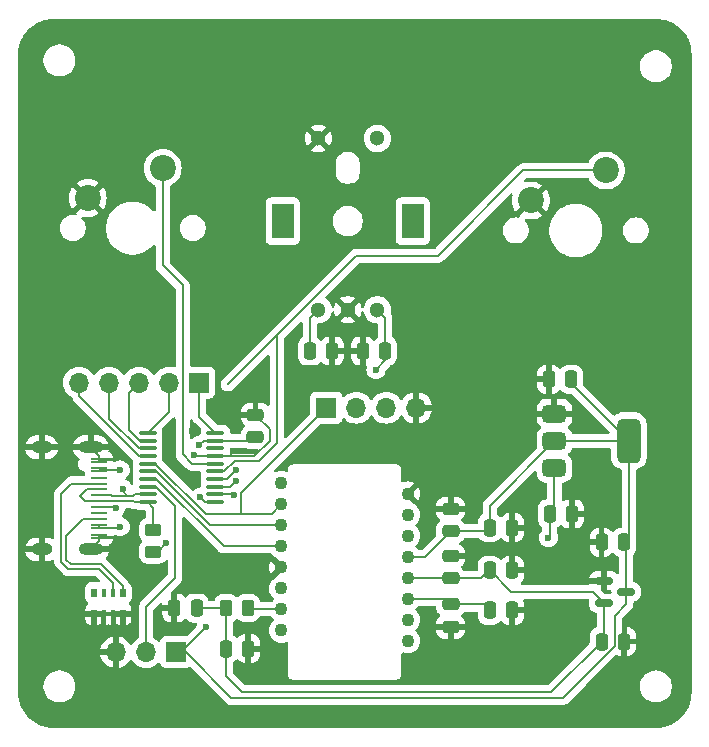
<source format=gbr>
%TF.GenerationSoftware,KiCad,Pcbnew,8.0.6*%
%TF.CreationDate,2024-12-31T08:05:46-06:00*%
%TF.ProjectId,003Ball,30303342-616c-46c2-9e6b-696361645f70,rev?*%
%TF.SameCoordinates,Original*%
%TF.FileFunction,Copper,L1,Top*%
%TF.FilePolarity,Positive*%
%FSLAX46Y46*%
G04 Gerber Fmt 4.6, Leading zero omitted, Abs format (unit mm)*
G04 Created by KiCad (PCBNEW 8.0.6) date 2024-12-31 08:05:46*
%MOMM*%
%LPD*%
G01*
G04 APERTURE LIST*
G04 Aperture macros list*
%AMRoundRect*
0 Rectangle with rounded corners*
0 $1 Rounding radius*
0 $2 $3 $4 $5 $6 $7 $8 $9 X,Y pos of 4 corners*
0 Add a 4 corners polygon primitive as box body*
4,1,4,$2,$3,$4,$5,$6,$7,$8,$9,$2,$3,0*
0 Add four circle primitives for the rounded corners*
1,1,$1+$1,$2,$3*
1,1,$1+$1,$4,$5*
1,1,$1+$1,$6,$7*
1,1,$1+$1,$8,$9*
0 Add four rect primitives between the rounded corners*
20,1,$1+$1,$2,$3,$4,$5,0*
20,1,$1+$1,$4,$5,$6,$7,0*
20,1,$1+$1,$6,$7,$8,$9,0*
20,1,$1+$1,$8,$9,$2,$3,0*%
G04 Aperture macros list end*
%TA.AperFunction,SMDPad,CuDef*%
%ADD10RoundRect,0.150000X-0.587500X-0.150000X0.587500X-0.150000X0.587500X0.150000X-0.587500X0.150000X0*%
%TD*%
%TA.AperFunction,SMDPad,CuDef*%
%ADD11RoundRect,0.375000X-0.625000X-0.375000X0.625000X-0.375000X0.625000X0.375000X-0.625000X0.375000X0*%
%TD*%
%TA.AperFunction,SMDPad,CuDef*%
%ADD12RoundRect,0.500000X-0.500000X-1.400000X0.500000X-1.400000X0.500000X1.400000X-0.500000X1.400000X0*%
%TD*%
%TA.AperFunction,ComponentPad*%
%ADD13C,1.100000*%
%TD*%
%TA.AperFunction,SMDPad,CuDef*%
%ADD14RoundRect,0.100000X0.637500X0.100000X-0.637500X0.100000X-0.637500X-0.100000X0.637500X-0.100000X0*%
%TD*%
%TA.AperFunction,ComponentPad*%
%ADD15C,2.200000*%
%TD*%
%TA.AperFunction,ComponentPad*%
%ADD16R,1.900000X3.000000*%
%TD*%
%TA.AperFunction,ComponentPad*%
%ADD17C,1.300000*%
%TD*%
%TA.AperFunction,SMDPad,CuDef*%
%ADD18R,0.500000X0.800000*%
%TD*%
%TA.AperFunction,SMDPad,CuDef*%
%ADD19R,0.400000X0.800000*%
%TD*%
%TA.AperFunction,SMDPad,CuDef*%
%ADD20RoundRect,0.250000X0.262500X0.450000X-0.262500X0.450000X-0.262500X-0.450000X0.262500X-0.450000X0*%
%TD*%
%TA.AperFunction,SMDPad,CuDef*%
%ADD21RoundRect,0.250000X0.450000X-0.262500X0.450000X0.262500X-0.450000X0.262500X-0.450000X-0.262500X0*%
%TD*%
%TA.AperFunction,ComponentPad*%
%ADD22R,1.700000X1.700000*%
%TD*%
%TA.AperFunction,ComponentPad*%
%ADD23O,1.700000X1.700000*%
%TD*%
%TA.AperFunction,SMDPad,CuDef*%
%ADD24R,1.400000X0.250000*%
%TD*%
%TA.AperFunction,ComponentPad*%
%ADD25O,2.100000X1.000000*%
%TD*%
%TA.AperFunction,ComponentPad*%
%ADD26O,1.800000X1.000000*%
%TD*%
%TA.AperFunction,SMDPad,CuDef*%
%ADD27RoundRect,0.250000X-0.250000X-0.475000X0.250000X-0.475000X0.250000X0.475000X-0.250000X0.475000X0*%
%TD*%
%TA.AperFunction,SMDPad,CuDef*%
%ADD28RoundRect,0.250000X0.250000X0.475000X-0.250000X0.475000X-0.250000X-0.475000X0.250000X-0.475000X0*%
%TD*%
%TA.AperFunction,SMDPad,CuDef*%
%ADD29RoundRect,0.250000X0.475000X-0.250000X0.475000X0.250000X-0.475000X0.250000X-0.475000X-0.250000X0*%
%TD*%
%TA.AperFunction,SMDPad,CuDef*%
%ADD30RoundRect,0.250000X-0.475000X0.250000X-0.475000X-0.250000X0.475000X-0.250000X0.475000X0.250000X0*%
%TD*%
%TA.AperFunction,ViaPad*%
%ADD31C,0.600000*%
%TD*%
%TA.AperFunction,Conductor*%
%ADD32C,0.200000*%
%TD*%
G04 APERTURE END LIST*
D10*
%TO.P,U4,1,GND*%
%TO.N,VSS*%
X201112500Y-79050000D03*
%TO.P,U4,2,VO*%
%TO.N,+1V8*%
X201112500Y-80950000D03*
%TO.P,U4,3,VI*%
%TO.N,VCC*%
X202987500Y-80000000D03*
%TD*%
D11*
%TO.P,U3,1,GND*%
%TO.N,VSS*%
X196912500Y-64900000D03*
%TO.P,U3,2,VO*%
%TO.N,VCC*%
X196912500Y-67200000D03*
D12*
X203212500Y-67200000D03*
D11*
%TO.P,U3,3,VI*%
%TO.N,+5V*%
X196912500Y-69500000D03*
%TD*%
D13*
%TO.P,U2,1,Reserved*%
%TO.N,unconnected-(U2-Reserved-Pad1)*%
X184500000Y-84150000D03*
%TO.P,U2,2,Reserved*%
%TO.N,unconnected-(U2-Reserved-Pad2)*%
X184500000Y-82370000D03*
%TO.P,U2,3,VDCPix*%
%TO.N,Net-(U2-VDCPix)*%
X184500000Y-80590000D03*
%TO.P,U2,4,VCC*%
%TO.N,+1V8*%
X184500000Y-78810000D03*
%TO.P,U2,5,VDDIO*%
%TO.N,VCC*%
X184500000Y-77030000D03*
%TO.P,U2,6,GPO*%
%TO.N,unconnected-(U2-GPO-Pad6)*%
X184500000Y-75250000D03*
%TO.P,U2,7,Reset*%
%TO.N,Rst*%
X184500000Y-73470000D03*
%TO.P,U2,8,VSS*%
%TO.N,VSS*%
X184500000Y-71690000D03*
%TO.P,U2,9,MOTION*%
%TO.N,Motion*%
X173800000Y-70800000D03*
%TO.P,U2,10,SCLK*%
%TO.N,SCLK*%
X173800000Y-72580000D03*
%TO.P,U2,11,MOSI*%
%TO.N,MOSI*%
X173800000Y-74360000D03*
%TO.P,U2,12,MISO*%
%TO.N,MISO*%
X173800000Y-76140000D03*
%TO.P,U2,13,NCS*%
%TO.N,VSS*%
X173800000Y-77920000D03*
%TO.P,U2,14,Reserved*%
%TO.N,unconnected-(U2-Reserved-Pad14)*%
X173800000Y-79700000D03*
%TO.P,U2,15,LED*%
%TO.N,Net-(U2-LED)*%
X173800000Y-81480000D03*
%TO.P,U2,16,Reserved*%
%TO.N,unconnected-(U2-Reserved-Pad16)*%
X173800000Y-83260000D03*
%TD*%
D14*
%TO.P,U1,1,PD4*%
%TO.N,DPU*%
X168200000Y-72400000D03*
%TO.P,U1,2,PD5*%
%TO.N,/RotaryA*%
X168200000Y-71750000D03*
%TO.P,U1,3,PD6*%
%TO.N,/RotaryB*%
X168200000Y-71100000D03*
%TO.P,U1,4,PD7*%
%TO.N,/RotaryS*%
X168200000Y-70450000D03*
%TO.P,U1,5,PA1*%
%TO.N,Right*%
X168200000Y-69800000D03*
%TO.P,U1,6,PA2*%
%TO.N,Left*%
X168200000Y-69150000D03*
%TO.P,U1,7,VSS*%
%TO.N,VSS*%
X168200000Y-68500000D03*
%TO.P,U1,8,PD0*%
%TO.N,unconnected-(U1-PD0-Pad8)*%
X168200000Y-67850000D03*
%TO.P,U1,9,VDD*%
%TO.N,VCC*%
X168200000Y-67200000D03*
%TO.P,U1,10,PC0*%
%TO.N,Net-(J3-Pin_1)*%
X168200000Y-66550000D03*
%TO.P,U1,11,PC1*%
%TO.N,Net-(J3-Pin_2)*%
X162475000Y-66550000D03*
%TO.P,U1,12,PC2*%
%TO.N,Net-(J3-Pin_3)*%
X162475000Y-67200000D03*
%TO.P,U1,13,PC3*%
%TO.N,Net-(J3-Pin_4)*%
X162475000Y-67850000D03*
%TO.P,U1,14,PC4*%
%TO.N,Net-(J3-Pin_5)*%
X162475000Y-68500000D03*
%TO.P,U1,15,PC5*%
%TO.N,SCLK*%
X162475000Y-69150000D03*
%TO.P,U1,16,PC6*%
%TO.N,MOSI*%
X162475000Y-69800000D03*
%TO.P,U1,17,PC7*%
%TO.N,MISO*%
X162475000Y-70450000D03*
%TO.P,U1,18,PD1*%
%TO.N,SWIO*%
X162475000Y-71100000D03*
%TO.P,U1,19,PD2*%
%TO.N,D+*%
X162475000Y-71750000D03*
%TO.P,U1,20,PD3*%
%TO.N,D-*%
X162475000Y-72400000D03*
%TD*%
D15*
%TO.P,SW3,1,1*%
%TO.N,Right*%
X201260000Y-44320000D03*
%TO.P,SW3,2,2*%
%TO.N,VSS*%
X194910000Y-46860000D03*
%TD*%
D16*
%TO.P,SW2,*%
%TO.N,*%
X173915000Y-48605000D03*
X184915000Y-48605000D03*
D17*
%TO.P,SW2,A,A*%
%TO.N,/RotaryB*%
X176915000Y-56105000D03*
%TO.P,SW2,B,B*%
%TO.N,/RotaryA*%
X181915000Y-56105000D03*
%TO.P,SW2,C,C*%
%TO.N,VSS*%
X179415000Y-56105000D03*
%TO.P,SW2,S1,S1*%
X176915000Y-41605000D03*
%TO.P,SW2,S2,S2*%
%TO.N,/RotaryS*%
X181915000Y-41605000D03*
%TD*%
D15*
%TO.P,SW1,1,1*%
%TO.N,Left*%
X163740000Y-44120000D03*
%TO.P,SW1,2,2*%
%TO.N,VSS*%
X157390000Y-46660000D03*
%TD*%
D18*
%TO.P,RN1,1,R1.1*%
%TO.N,VSS*%
X157952500Y-81875000D03*
D19*
%TO.P,RN1,2,R2.1*%
X158752500Y-81875000D03*
%TO.P,RN1,3,R3.1*%
X159552500Y-81875000D03*
D18*
%TO.P,RN1,4,R4.1*%
X160352500Y-81875000D03*
%TO.P,RN1,5,R4.2*%
%TO.N,Net-(J1-CC2)*%
X160352500Y-80075000D03*
D19*
%TO.P,RN1,6,R3.2*%
%TO.N,Net-(J1-CC1)*%
X159552500Y-80075000D03*
%TO.P,RN1,7,R2.2*%
%TO.N,unconnected-(RN1-R2.2-Pad7)*%
X158752500Y-80075000D03*
D18*
%TO.P,RN1,8,R1.2*%
%TO.N,unconnected-(RN1-R1.2-Pad8)*%
X157952500Y-80075000D03*
%TD*%
D20*
%TO.P,R2,1*%
%TO.N,Net-(U2-LED)*%
X170950000Y-81365000D03*
%TO.P,R2,2*%
%TO.N,+1V8*%
X169125000Y-81365000D03*
%TD*%
D21*
%TO.P,R1,1*%
%TO.N,DPU*%
X162952500Y-76587500D03*
%TO.P,R1,2*%
%TO.N,D-*%
X162952500Y-74762500D03*
%TD*%
D22*
%TO.P,J4,1,Pin_1*%
%TO.N,SCLK*%
X177600000Y-64400000D03*
D23*
%TO.P,J4,2,Pin_2*%
%TO.N,MOSI*%
X180140000Y-64400000D03*
%TO.P,J4,3,Pin_3*%
%TO.N,MISO*%
X182680000Y-64400000D03*
%TO.P,J4,4,Pin_4*%
%TO.N,VSS*%
X185220000Y-64400000D03*
%TD*%
D22*
%TO.P,J3,1,Pin_1*%
%TO.N,Net-(J3-Pin_1)*%
X166832500Y-62275000D03*
D23*
%TO.P,J3,2,Pin_2*%
%TO.N,Net-(J3-Pin_2)*%
X164292500Y-62275000D03*
%TO.P,J3,3,Pin_3*%
%TO.N,Net-(J3-Pin_3)*%
X161752500Y-62275000D03*
%TO.P,J3,4,Pin_4*%
%TO.N,Net-(J3-Pin_4)*%
X159212500Y-62275000D03*
%TO.P,J3,5,Pin_5*%
%TO.N,Net-(J3-Pin_5)*%
X156672500Y-62275000D03*
%TD*%
D22*
%TO.P,J2,1,Pin_1*%
%TO.N,VCC*%
X164880000Y-85100000D03*
D23*
%TO.P,J2,2,Pin_2*%
%TO.N,SWIO*%
X162340000Y-85100000D03*
%TO.P,J2,3,Pin_3*%
%TO.N,VSS*%
X159800000Y-85100000D03*
%TD*%
D24*
%TO.P,J1,A1,GND*%
%TO.N,VSS*%
X158340000Y-68750000D03*
%TO.P,J1,A4,VBUS*%
%TO.N,+5V*%
X158340000Y-69550000D03*
%TO.P,J1,A5,CC1*%
%TO.N,Net-(J1-CC1)*%
X158340000Y-70825000D03*
%TO.P,J1,A6,D+*%
%TO.N,D+*%
X158340000Y-71825000D03*
%TO.P,J1,A7,D-*%
%TO.N,D-*%
X158340000Y-72325000D03*
%TO.P,J1,A8,SBU1*%
%TO.N,unconnected-(J1-SBU1-PadA8)*%
X158340000Y-70325000D03*
%TO.P,J1,A9,VBUS*%
%TO.N,+5V*%
X158340000Y-74600000D03*
%TO.P,J1,A12,GND*%
%TO.N,VSS*%
X158340000Y-75400000D03*
%TO.P,J1,B1,GND*%
X158340000Y-75150000D03*
%TO.P,J1,B4,VBUS*%
%TO.N,+5V*%
X158340000Y-74350000D03*
%TO.P,J1,B5,CC2*%
%TO.N,Net-(J1-CC2)*%
X158340000Y-73825000D03*
%TO.P,J1,B6,D+*%
%TO.N,D+*%
X158340000Y-72825000D03*
%TO.P,J1,B7,D-*%
%TO.N,D-*%
X158340000Y-71325000D03*
%TO.P,J1,B8,SBU2*%
%TO.N,unconnected-(J1-SBU2-PadB8)*%
X158340000Y-73325000D03*
%TO.P,J1,B9,VBUS*%
%TO.N,+5V*%
X158340000Y-69800000D03*
%TO.P,J1,B12,GND*%
%TO.N,VSS*%
X158340000Y-69000000D03*
D25*
%TO.P,J1,S1,SHIELD*%
X157640000Y-67755000D03*
D26*
X153490000Y-67755000D03*
D25*
X157640000Y-76395000D03*
D26*
X153490000Y-76395000D03*
%TD*%
D27*
%TO.P,C15,1*%
%TO.N,+1V8*%
X169100000Y-84800000D03*
%TO.P,C15,2*%
%TO.N,VSS*%
X171000000Y-84800000D03*
%TD*%
D28*
%TO.P,C14,1*%
%TO.N,+1V8*%
X166625000Y-81365000D03*
%TO.P,C14,2*%
%TO.N,VSS*%
X164725000Y-81365000D03*
%TD*%
D29*
%TO.P,C13,1*%
%TO.N,VCC*%
X188125000Y-74865000D03*
%TO.P,C13,2*%
%TO.N,VSS*%
X188125000Y-72965000D03*
%TD*%
D27*
%TO.P,C12,1*%
%TO.N,VCC*%
X191425000Y-74565000D03*
%TO.P,C12,2*%
%TO.N,VSS*%
X193325000Y-74565000D03*
%TD*%
%TO.P,C11,1*%
%TO.N,+1V8*%
X191425000Y-78165000D03*
%TO.P,C11,2*%
%TO.N,VSS*%
X193325000Y-78165000D03*
%TD*%
D29*
%TO.P,C10,1*%
%TO.N,+1V8*%
X188125000Y-78865000D03*
%TO.P,C10,2*%
%TO.N,VSS*%
X188125000Y-76965000D03*
%TD*%
D27*
%TO.P,C9,1*%
%TO.N,Net-(U2-VDCPix)*%
X191425000Y-81565000D03*
%TO.P,C9,2*%
%TO.N,VSS*%
X193325000Y-81565000D03*
%TD*%
D30*
%TO.P,C8,1*%
%TO.N,Net-(U2-VDCPix)*%
X188125000Y-81065000D03*
%TO.P,C8,2*%
%TO.N,VSS*%
X188125000Y-82965000D03*
%TD*%
D27*
%TO.P,C7,1*%
%TO.N,+1V8*%
X200900000Y-84200000D03*
%TO.P,C7,2*%
%TO.N,VSS*%
X202800000Y-84200000D03*
%TD*%
D28*
%TO.P,C6,1*%
%TO.N,VCC*%
X202800000Y-75800000D03*
%TO.P,C6,2*%
%TO.N,VSS*%
X200900000Y-75800000D03*
%TD*%
%TO.P,C5,2*%
%TO.N,VSS*%
X196450000Y-62000000D03*
%TO.P,C5,1*%
%TO.N,VCC*%
X198350000Y-62000000D03*
%TD*%
D27*
%TO.P,C4,1*%
%TO.N,+5V*%
X196500000Y-73400000D03*
%TO.P,C4,2*%
%TO.N,VSS*%
X198400000Y-73400000D03*
%TD*%
D28*
%TO.P,C3,1*%
%TO.N,VSS*%
X178100000Y-59600000D03*
%TO.P,C3,2*%
%TO.N,/RotaryB*%
X176200000Y-59600000D03*
%TD*%
%TO.P,C2,1*%
%TO.N,/RotaryA*%
X182600000Y-59600000D03*
%TO.P,C2,2*%
%TO.N,VSS*%
X180700000Y-59600000D03*
%TD*%
D30*
%TO.P,C1,1*%
%TO.N,VSS*%
X171600000Y-65000000D03*
%TO.P,C1,2*%
%TO.N,VCC*%
X171600000Y-66900000D03*
%TD*%
D31*
%TO.N,VSS*%
X155200000Y-65400000D03*
X168400000Y-65000000D03*
X166200000Y-66400000D03*
X164400000Y-67600000D03*
X166000000Y-70400000D03*
X166400000Y-77000000D03*
X198800000Y-77400000D03*
X198400000Y-84000000D03*
X190400000Y-76400000D03*
X191400000Y-85800000D03*
X186400000Y-85800000D03*
X194800000Y-76800000D03*
X166400000Y-68400000D03*
%TO.N,VCC*%
X167400000Y-83000000D03*
X166800000Y-67600000D03*
%TO.N,+5V*%
X196400000Y-75400000D03*
%TO.N,DPU*%
X164000000Y-75900000D03*
X166900000Y-72000000D03*
%TO.N,/RotaryA*%
X181800000Y-61200000D03*
X169800000Y-71800000D03*
%TO.N,/RotaryB*%
X169983202Y-70592776D03*
%TO.N,/RotaryS*%
X169956809Y-69699930D03*
%TO.N,+5V*%
X160152500Y-69675000D03*
X160152500Y-74475000D03*
%TO.N,D+*%
X160352500Y-71275000D03*
X159752500Y-72900000D03*
%TD*%
D32*
%TO.N,Left*%
X168200000Y-69150000D02*
X166230761Y-69150000D01*
X166230761Y-69150000D02*
X165442500Y-68361739D01*
X165442500Y-68361739D02*
X165442500Y-54042500D01*
X165442500Y-54042500D02*
X163740000Y-52340000D01*
X163740000Y-52340000D02*
X163740000Y-44120000D01*
%TO.N,Right*%
X180138248Y-51538248D02*
X187061752Y-51538248D01*
X187061752Y-51538248D02*
X194280000Y-44320000D01*
X194280000Y-44320000D02*
X201260000Y-44320000D01*
%TO.N,VSS*%
X168200000Y-68500000D02*
X166500000Y-68500000D01*
X166500000Y-68500000D02*
X166400000Y-68400000D01*
%TO.N,Right*%
X173400000Y-58276496D02*
X180138248Y-51538248D01*
X173400000Y-67400000D02*
X173400000Y-58276496D01*
X169865686Y-68900000D02*
X171900000Y-68900000D01*
%TO.N,VSS*%
X172800000Y-66200000D02*
X171600000Y-65000000D01*
%TO.N,Right*%
X168965686Y-69800000D02*
X169865686Y-68900000D01*
X168200000Y-69800000D02*
X168965686Y-69800000D01*
X171900000Y-68900000D02*
X173400000Y-67400000D01*
%TO.N,VSS*%
X168200000Y-68500000D02*
X171509744Y-68500000D01*
X171509744Y-68500000D02*
X172800000Y-67209744D01*
X172800000Y-67209744D02*
X172800000Y-66200000D01*
%TO.N,VCC*%
X168200000Y-67200000D02*
X167200000Y-67200000D01*
X167200000Y-67200000D02*
X166800000Y-67600000D01*
X167400000Y-83000000D02*
X165300000Y-85100000D01*
X165300000Y-85100000D02*
X164880000Y-85100000D01*
%TO.N,+1V8*%
X200900000Y-84200000D02*
X196600000Y-88500000D01*
X196600000Y-88500000D02*
X170500000Y-88500000D01*
X170500000Y-88500000D02*
X169100000Y-87100000D01*
X169100000Y-87100000D02*
X169100000Y-84800000D01*
X201112500Y-80950000D02*
X200162500Y-80000000D01*
X200162500Y-80000000D02*
X193260000Y-80000000D01*
X193260000Y-80000000D02*
X191425000Y-78165000D01*
%TO.N,VCC*%
X169550000Y-88950000D02*
X169600000Y-89000000D01*
X202000000Y-84609744D02*
X202000000Y-82000000D01*
X165700000Y-85100000D02*
X169550000Y-88950000D01*
X169550000Y-88950000D02*
X197659744Y-88950000D01*
X197659744Y-88950000D02*
X202000000Y-84609744D01*
X202000000Y-82000000D02*
X202987500Y-81012500D01*
X202987500Y-81012500D02*
X202987500Y-80000000D01*
%TO.N,/RotaryA*%
X182600000Y-59600000D02*
X182600000Y-56790000D01*
X182600000Y-56790000D02*
X181915000Y-56105000D01*
%TO.N,/RotaryB*%
X176200000Y-59600000D02*
X176200000Y-56820000D01*
X176200000Y-56820000D02*
X176915000Y-56105000D01*
%TO.N,VCC*%
X203212500Y-67200000D02*
X203212500Y-75387500D01*
X203212500Y-75387500D02*
X202800000Y-75800000D01*
X191425000Y-74565000D02*
X191425000Y-72687500D01*
X191425000Y-72687500D02*
X196912500Y-67200000D01*
%TO.N,+5V*%
X196400000Y-75400000D02*
X196500000Y-75300000D01*
X196500000Y-75300000D02*
X196500000Y-73400000D01*
%TO.N,VCC*%
X164880000Y-85100000D02*
X165700000Y-85100000D01*
%TO.N,MISO*%
X162475000Y-70450000D02*
X163212499Y-70450000D01*
X163212499Y-70450000D02*
X168902499Y-76140000D01*
X168902499Y-76140000D02*
X173800000Y-76140000D01*
%TO.N,MOSI*%
X162475000Y-69800000D02*
X163212499Y-69800000D01*
X163212499Y-69800000D02*
X167772499Y-74360000D01*
X167772499Y-74360000D02*
X173800000Y-74360000D01*
%TO.N,SCLK*%
X162475000Y-69150000D02*
X163130761Y-69150000D01*
X163130761Y-69150000D02*
X167380761Y-73400000D01*
X167380761Y-73400000D02*
X170400000Y-73400000D01*
%TO.N,DPU*%
X167300000Y-72400000D02*
X168200000Y-72400000D01*
X166900000Y-72000000D02*
X167300000Y-72400000D01*
X162952500Y-76587500D02*
X163312500Y-76587500D01*
X163312500Y-76587500D02*
X164000000Y-75900000D01*
%TO.N,SWIO*%
X162340000Y-85100000D02*
X162340000Y-81260000D01*
X162340000Y-81260000D02*
X164800000Y-78800000D01*
X163212499Y-71100000D02*
X162475000Y-71100000D01*
X164800000Y-78800000D02*
X164800000Y-72687501D01*
X164800000Y-72687501D02*
X163212499Y-71100000D01*
%TO.N,+1V8*%
X169100000Y-84800000D02*
X169100000Y-81390000D01*
X169100000Y-81390000D02*
X169125000Y-81365000D01*
%TO.N,VCC*%
X171600000Y-66900000D02*
X171300000Y-67200000D01*
X171300000Y-67200000D02*
X168200000Y-67200000D01*
%TO.N,/RotaryB*%
X169475978Y-71100000D02*
X169983202Y-70592776D01*
%TO.N,Right*%
X169259200Y-62417297D02*
X180138248Y-51538248D01*
%TO.N,/RotaryS*%
X169206739Y-70450000D02*
X169956809Y-69699930D01*
X168200000Y-70450000D02*
X169206739Y-70450000D01*
%TO.N,/RotaryB*%
X168200000Y-71100000D02*
X169475978Y-71100000D01*
%TO.N,/RotaryA*%
X182600000Y-60400000D02*
X182600000Y-59600000D01*
X181800000Y-61200000D02*
X182600000Y-60400000D01*
X169750000Y-71750000D02*
X169800000Y-71800000D01*
X168200000Y-71750000D02*
X169750000Y-71750000D01*
%TO.N,SCLK*%
X170400000Y-71600000D02*
X170400000Y-73400000D01*
X170400000Y-73400000D02*
X172980000Y-73400000D01*
X177600000Y-64400000D02*
X170400000Y-71600000D01*
X172980000Y-73400000D02*
X173800000Y-72580000D01*
%TO.N,+5V*%
X196912500Y-69500000D02*
X196912500Y-72987500D01*
X196912500Y-72987500D02*
X196500000Y-73400000D01*
%TO.N,+1V8*%
X201112500Y-80950000D02*
X201112500Y-83987500D01*
X201112500Y-83987500D02*
X200900000Y-84200000D01*
%TO.N,VCC*%
X202987500Y-80000000D02*
X202987500Y-75987500D01*
X202987500Y-75987500D02*
X202800000Y-75800000D01*
X203212500Y-67200000D02*
X198350000Y-62337500D01*
X198350000Y-62337500D02*
X198350000Y-62000000D01*
X196912500Y-67200000D02*
X203212500Y-67200000D01*
%TO.N,VSS*%
X158340000Y-75150000D02*
X158340000Y-75695000D01*
X158340000Y-75695000D02*
X157640000Y-76395000D01*
X158340000Y-69000000D02*
X158340000Y-68455000D01*
X158340000Y-68455000D02*
X157640000Y-67755000D01*
%TO.N,+5V*%
X158340000Y-74600000D02*
X160027500Y-74600000D01*
X160027500Y-74600000D02*
X160152500Y-74475000D01*
X160152500Y-69675000D02*
X158465000Y-69675000D01*
X158465000Y-69675000D02*
X158340000Y-69550000D01*
X158340000Y-74600000D02*
X158340000Y-74350000D01*
%TO.N,Net-(J1-CC2)*%
X158340000Y-73825000D02*
X157002500Y-73825000D01*
X157002500Y-73825000D02*
X155552500Y-75275000D01*
X155552500Y-75275000D02*
X155552500Y-77275000D01*
X155552500Y-77275000D02*
X155952500Y-77675000D01*
X155952500Y-77675000D02*
X158518186Y-77675000D01*
X158518186Y-77675000D02*
X160352500Y-79509314D01*
X160352500Y-79509314D02*
X160352500Y-80075000D01*
%TO.N,Net-(J1-CC1)*%
X158340000Y-70825000D02*
X156002500Y-70825000D01*
X156002500Y-70825000D02*
X155152500Y-71675000D01*
X155152500Y-77475000D02*
X155752500Y-78075000D01*
X155152500Y-71675000D02*
X155152500Y-77475000D01*
X155752500Y-78075000D02*
X158352500Y-78075000D01*
X158352500Y-78075000D02*
X159552500Y-79275000D01*
X159552500Y-79275000D02*
X159552500Y-80075000D01*
%TO.N,VCC*%
X188125000Y-74865000D02*
X191125000Y-74865000D01*
X191125000Y-74865000D02*
X191425000Y-74565000D01*
X184500000Y-77030000D02*
X185960000Y-77030000D01*
X185960000Y-77030000D02*
X188125000Y-74865000D01*
%TO.N,+1V8*%
X188125000Y-78865000D02*
X190725000Y-78865000D01*
X190725000Y-78865000D02*
X191425000Y-78165000D01*
X184500000Y-78810000D02*
X188070000Y-78810000D01*
X188070000Y-78810000D02*
X188125000Y-78865000D01*
%TO.N,Net-(U2-VDCPix)*%
X188125000Y-81065000D02*
X190925000Y-81065000D01*
X190925000Y-81065000D02*
X191425000Y-81565000D01*
X184500000Y-80590000D02*
X187650000Y-80590000D01*
X187650000Y-80590000D02*
X188125000Y-81065000D01*
%TO.N,+1V8*%
X169125000Y-81365000D02*
X166625000Y-81365000D01*
%TO.N,Net-(U2-LED)*%
X173800000Y-81480000D02*
X171065000Y-81480000D01*
X171065000Y-81480000D02*
X170950000Y-81365000D01*
%TO.N,Net-(J3-Pin_5)*%
X162475000Y-68500000D02*
X161737501Y-68500000D01*
X161737501Y-68500000D02*
X156672500Y-63434999D01*
X156672500Y-63434999D02*
X156672500Y-62275000D01*
%TO.N,Net-(J3-Pin_4)*%
X162475000Y-67850000D02*
X161737501Y-67850000D01*
X161737501Y-67850000D02*
X159212500Y-65324999D01*
X159212500Y-65324999D02*
X159212500Y-62275000D01*
%TO.N,Net-(J3-Pin_3)*%
X162475000Y-67200000D02*
X161819044Y-67200000D01*
X160902500Y-63125000D02*
X161752500Y-62275000D01*
X161819044Y-67200000D02*
X160902500Y-66283456D01*
X160902500Y-66283456D02*
X160902500Y-63125000D01*
%TO.N,Net-(J3-Pin_1)*%
X168200000Y-66550000D02*
X166832500Y-65182500D01*
X166832500Y-65182500D02*
X166832500Y-62275000D01*
%TO.N,Net-(J3-Pin_2)*%
X162475000Y-66550000D02*
X164292500Y-64732500D01*
X164292500Y-64732500D02*
X164292500Y-62275000D01*
%TO.N,D+*%
X160752500Y-71850000D02*
X161268749Y-71850000D01*
X158340000Y-72825000D02*
X159677500Y-72825000D01*
X159677500Y-72825000D02*
X159752500Y-72900000D01*
X159415001Y-71850000D02*
X160752500Y-71850000D01*
X160352500Y-71275000D02*
X160352500Y-71450000D01*
X160352500Y-71450000D02*
X160752500Y-71850000D01*
%TO.N,D-*%
X157302500Y-71325000D02*
X156752500Y-71875000D01*
X158340000Y-71325000D02*
X157302500Y-71325000D01*
X156752500Y-71875000D02*
X157202500Y-72325000D01*
X157202500Y-72325000D02*
X158340000Y-72325000D01*
X162475000Y-72400000D02*
X162952500Y-72877500D01*
X162952500Y-72877500D02*
X162952500Y-74762500D01*
%TO.N,D+*%
X158340000Y-71825000D02*
X159390001Y-71825000D01*
%TO.N,D-*%
X159415001Y-72300000D02*
X161268749Y-72300000D01*
%TO.N,D+*%
X159390001Y-71825000D02*
X159415001Y-71850000D01*
X161268749Y-71850000D02*
X161368749Y-71750000D01*
X161368749Y-71750000D02*
X162475000Y-71750000D01*
%TO.N,D-*%
X159390001Y-72325000D02*
X159415001Y-72300000D01*
X158340000Y-72325000D02*
X159390001Y-72325000D01*
X161368749Y-72400000D02*
X162475000Y-72400000D01*
X161268749Y-72300000D02*
X161368749Y-72400000D01*
%TD*%
%TA.AperFunction,Conductor*%
%TO.N,VSS*%
G36*
X199817927Y-80620185D02*
G01*
X199863682Y-80672989D01*
X199874086Y-80731847D01*
X199874596Y-80731868D01*
X199874504Y-80734210D01*
X199874506Y-80734222D01*
X199874501Y-80734282D01*
X199874500Y-80734313D01*
X199874500Y-81165701D01*
X199877401Y-81202567D01*
X199877402Y-81202573D01*
X199923254Y-81360393D01*
X199923255Y-81360396D01*
X199923256Y-81360398D01*
X199960681Y-81423681D01*
X200006917Y-81501862D01*
X200006923Y-81501870D01*
X200123129Y-81618076D01*
X200123133Y-81618079D01*
X200123135Y-81618081D01*
X200264602Y-81701744D01*
X200314314Y-81716187D01*
X200422595Y-81747646D01*
X200481481Y-81785252D01*
X200510687Y-81848725D01*
X200512000Y-81866722D01*
X200512000Y-82890557D01*
X200492315Y-82957596D01*
X200439511Y-83003351D01*
X200427009Y-83008261D01*
X200380747Y-83023590D01*
X200330668Y-83040185D01*
X200330663Y-83040187D01*
X200181342Y-83132289D01*
X200057289Y-83256342D01*
X199965187Y-83405663D01*
X199965185Y-83405668D01*
X199965115Y-83405880D01*
X199910001Y-83572203D01*
X199910001Y-83572204D01*
X199910000Y-83572204D01*
X199899500Y-83674983D01*
X199899500Y-84299902D01*
X199879815Y-84366941D01*
X199863181Y-84387583D01*
X196387584Y-87863181D01*
X196326261Y-87896666D01*
X196299903Y-87899500D01*
X170800097Y-87899500D01*
X170733058Y-87879815D01*
X170712416Y-87863181D01*
X169736819Y-86887584D01*
X169703334Y-86826261D01*
X169700500Y-86799903D01*
X169700500Y-86009797D01*
X169720185Y-85942758D01*
X169759403Y-85904258D01*
X169818656Y-85867712D01*
X169942712Y-85743656D01*
X169944752Y-85740347D01*
X169946745Y-85738555D01*
X169947193Y-85737989D01*
X169947289Y-85738065D01*
X169996694Y-85693623D01*
X170065656Y-85682395D01*
X170129740Y-85710234D01*
X170155829Y-85740339D01*
X170157681Y-85743341D01*
X170157683Y-85743344D01*
X170281654Y-85867315D01*
X170430875Y-85959356D01*
X170430880Y-85959358D01*
X170597302Y-86014505D01*
X170597309Y-86014506D01*
X170700019Y-86024999D01*
X171250000Y-86024999D01*
X171299972Y-86024999D01*
X171299986Y-86024998D01*
X171402697Y-86014505D01*
X171569119Y-85959358D01*
X171569124Y-85959356D01*
X171718345Y-85867315D01*
X171842315Y-85743345D01*
X171934356Y-85594124D01*
X171934358Y-85594119D01*
X171989505Y-85427697D01*
X171989506Y-85427690D01*
X171999999Y-85324986D01*
X172000000Y-85324973D01*
X172000000Y-85050000D01*
X171250000Y-85050000D01*
X171250000Y-86024999D01*
X170700019Y-86024999D01*
X170749999Y-86024998D01*
X170750000Y-86024998D01*
X170750000Y-84550000D01*
X171250000Y-84550000D01*
X171999999Y-84550000D01*
X171999999Y-84275028D01*
X171999998Y-84275013D01*
X171989505Y-84172302D01*
X171934358Y-84005880D01*
X171934356Y-84005875D01*
X171842315Y-83856654D01*
X171718345Y-83732684D01*
X171569124Y-83640643D01*
X171569119Y-83640641D01*
X171402697Y-83585494D01*
X171402690Y-83585493D01*
X171299986Y-83575000D01*
X171250000Y-83575000D01*
X171250000Y-84550000D01*
X170750000Y-84550000D01*
X170750000Y-83575000D01*
X170749999Y-83574999D01*
X170700029Y-83575000D01*
X170700011Y-83575001D01*
X170597302Y-83585494D01*
X170430880Y-83640641D01*
X170430875Y-83640643D01*
X170281654Y-83732684D01*
X170157683Y-83856655D01*
X170157679Y-83856660D01*
X170155826Y-83859665D01*
X170154018Y-83861290D01*
X170153202Y-83862323D01*
X170153025Y-83862183D01*
X170103874Y-83906385D01*
X170034911Y-83917601D01*
X169970831Y-83889752D01*
X169944753Y-83859653D01*
X169944737Y-83859628D01*
X169942712Y-83856344D01*
X169818656Y-83732288D01*
X169818655Y-83732287D01*
X169759402Y-83695739D01*
X169712678Y-83643791D01*
X169700500Y-83590201D01*
X169700500Y-82572927D01*
X169720185Y-82505888D01*
X169759401Y-82467390D01*
X169856156Y-82407712D01*
X169949819Y-82314049D01*
X170011142Y-82280564D01*
X170080834Y-82285548D01*
X170125181Y-82314049D01*
X170218844Y-82407712D01*
X170368166Y-82499814D01*
X170534703Y-82554999D01*
X170637491Y-82565500D01*
X171262508Y-82565499D01*
X171262516Y-82565498D01*
X171262519Y-82565498D01*
X171318802Y-82559748D01*
X171365297Y-82554999D01*
X171531834Y-82499814D01*
X171681156Y-82407712D01*
X171805212Y-82283656D01*
X171894187Y-82139402D01*
X171946135Y-82092679D01*
X171999726Y-82080500D01*
X172875197Y-82080500D01*
X172942236Y-82100185D01*
X172971050Y-82125835D01*
X173053589Y-82226410D01*
X173111757Y-82274147D01*
X173151091Y-82331892D01*
X173152962Y-82401737D01*
X173116774Y-82461505D01*
X173111757Y-82465853D01*
X173053590Y-82513589D01*
X172922317Y-82673547D01*
X172922315Y-82673550D01*
X172895157Y-82724358D01*
X172824769Y-82856043D01*
X172764699Y-83054067D01*
X172744417Y-83260000D01*
X172764699Y-83465932D01*
X172764700Y-83465934D01*
X172824768Y-83663954D01*
X172922315Y-83846450D01*
X172933160Y-83859665D01*
X173053589Y-84006410D01*
X173120719Y-84061501D01*
X173213550Y-84137685D01*
X173396046Y-84235232D01*
X173594066Y-84295300D01*
X173594065Y-84295300D01*
X173612529Y-84297118D01*
X173800000Y-84315583D01*
X174005934Y-84295300D01*
X174189508Y-84239613D01*
X174259372Y-84238991D01*
X174318484Y-84276239D01*
X174348075Y-84339533D01*
X174349500Y-84358275D01*
X174349500Y-87005891D01*
X174383608Y-87133187D01*
X174416554Y-87190250D01*
X174449500Y-87247314D01*
X174542686Y-87340500D01*
X174656814Y-87406392D01*
X174784108Y-87440500D01*
X174784110Y-87440500D01*
X183515890Y-87440500D01*
X183515892Y-87440500D01*
X183643186Y-87406392D01*
X183757314Y-87340500D01*
X183850500Y-87247314D01*
X183916392Y-87133186D01*
X183950500Y-87005892D01*
X183950500Y-85248275D01*
X183970185Y-85181236D01*
X184022989Y-85135481D01*
X184092147Y-85125537D01*
X184110482Y-85129611D01*
X184294066Y-85185300D01*
X184294065Y-85185300D01*
X184312529Y-85187118D01*
X184500000Y-85205583D01*
X184705934Y-85185300D01*
X184903954Y-85125232D01*
X185086450Y-85027685D01*
X185246410Y-84896410D01*
X185377685Y-84736450D01*
X185475232Y-84553954D01*
X185535300Y-84355934D01*
X185555583Y-84150000D01*
X185535300Y-83944066D01*
X185475232Y-83746046D01*
X185377685Y-83563550D01*
X185297574Y-83465934D01*
X185246410Y-83403589D01*
X185188243Y-83355854D01*
X185148908Y-83298108D01*
X185148021Y-83264986D01*
X186900001Y-83264986D01*
X186910494Y-83367697D01*
X186965641Y-83534119D01*
X186965643Y-83534124D01*
X187057684Y-83683345D01*
X187181654Y-83807315D01*
X187330875Y-83899356D01*
X187330880Y-83899358D01*
X187497302Y-83954505D01*
X187497309Y-83954506D01*
X187600019Y-83964999D01*
X187874999Y-83964999D01*
X188375000Y-83964999D01*
X188649972Y-83964999D01*
X188649986Y-83964998D01*
X188752697Y-83954505D01*
X188919119Y-83899358D01*
X188919124Y-83899356D01*
X189068345Y-83807315D01*
X189192315Y-83683345D01*
X189284356Y-83534124D01*
X189284358Y-83534119D01*
X189339505Y-83367697D01*
X189339506Y-83367690D01*
X189349999Y-83264986D01*
X189350000Y-83264973D01*
X189350000Y-83215000D01*
X188375000Y-83215000D01*
X188375000Y-83964999D01*
X187874999Y-83964999D01*
X187875000Y-83964998D01*
X187875000Y-83215000D01*
X186900001Y-83215000D01*
X186900001Y-83264986D01*
X185148021Y-83264986D01*
X185147037Y-83228264D01*
X185183224Y-83168495D01*
X185188243Y-83164146D01*
X185246410Y-83116410D01*
X185297574Y-83054066D01*
X185377685Y-82956450D01*
X185475232Y-82773954D01*
X185535300Y-82575934D01*
X185555583Y-82370000D01*
X185535300Y-82164066D01*
X185475232Y-81966046D01*
X185377685Y-81783550D01*
X185310549Y-81701744D01*
X185246410Y-81623589D01*
X185188243Y-81575854D01*
X185148908Y-81518108D01*
X185147037Y-81448264D01*
X185183224Y-81388495D01*
X185188243Y-81384146D01*
X185191813Y-81381216D01*
X185246410Y-81336410D01*
X185306665Y-81262989D01*
X185328950Y-81235835D01*
X185386695Y-81196501D01*
X185424803Y-81190500D01*
X186775501Y-81190500D01*
X186842540Y-81210185D01*
X186888295Y-81262989D01*
X186899501Y-81314500D01*
X186899501Y-81365018D01*
X186910000Y-81467796D01*
X186910001Y-81467799D01*
X186965185Y-81634331D01*
X186965187Y-81634336D01*
X186981830Y-81661319D01*
X187057288Y-81783656D01*
X187181344Y-81907712D01*
X187184628Y-81909737D01*
X187184653Y-81909753D01*
X187186445Y-81911746D01*
X187187011Y-81912193D01*
X187186934Y-81912289D01*
X187231379Y-81961699D01*
X187242603Y-82030661D01*
X187214761Y-82094744D01*
X187184665Y-82120826D01*
X187181660Y-82122679D01*
X187181655Y-82122683D01*
X187057684Y-82246654D01*
X186965643Y-82395875D01*
X186965641Y-82395880D01*
X186910494Y-82562302D01*
X186910493Y-82562309D01*
X186900000Y-82665013D01*
X186900000Y-82715000D01*
X189349999Y-82715000D01*
X189349999Y-82665028D01*
X189349998Y-82665013D01*
X189339505Y-82562302D01*
X189284358Y-82395880D01*
X189284356Y-82395875D01*
X189192315Y-82246654D01*
X189068344Y-82122683D01*
X189068341Y-82122681D01*
X189065339Y-82120829D01*
X189063713Y-82119021D01*
X189062677Y-82118202D01*
X189062817Y-82118024D01*
X189018617Y-82068880D01*
X189007397Y-81999917D01*
X189035243Y-81935836D01*
X189065344Y-81909754D01*
X189068656Y-81907712D01*
X189192712Y-81783656D01*
X189229259Y-81724402D01*
X189281207Y-81677679D01*
X189334798Y-81665500D01*
X190300501Y-81665500D01*
X190367540Y-81685185D01*
X190413295Y-81737989D01*
X190424501Y-81789500D01*
X190424501Y-82090018D01*
X190435000Y-82192796D01*
X190435001Y-82192799D01*
X190490185Y-82359331D01*
X190490187Y-82359336D01*
X190512728Y-82395880D01*
X190582288Y-82508656D01*
X190706344Y-82632712D01*
X190855666Y-82724814D01*
X191022203Y-82779999D01*
X191124991Y-82790500D01*
X191725008Y-82790499D01*
X191725016Y-82790498D01*
X191725019Y-82790498D01*
X191781302Y-82784748D01*
X191827797Y-82779999D01*
X191994334Y-82724814D01*
X192143656Y-82632712D01*
X192267712Y-82508656D01*
X192269752Y-82505347D01*
X192271745Y-82503555D01*
X192272193Y-82502989D01*
X192272289Y-82503065D01*
X192321694Y-82458623D01*
X192390656Y-82447395D01*
X192454740Y-82475234D01*
X192480829Y-82505339D01*
X192482681Y-82508341D01*
X192482683Y-82508344D01*
X192606654Y-82632315D01*
X192755875Y-82724356D01*
X192755880Y-82724358D01*
X192922302Y-82779505D01*
X192922309Y-82779506D01*
X193025019Y-82789999D01*
X193575000Y-82789999D01*
X193624972Y-82789999D01*
X193624986Y-82789998D01*
X193727697Y-82779505D01*
X193894119Y-82724358D01*
X193894124Y-82724356D01*
X194043345Y-82632315D01*
X194167315Y-82508345D01*
X194259356Y-82359124D01*
X194259358Y-82359119D01*
X194314505Y-82192697D01*
X194314506Y-82192690D01*
X194324999Y-82089986D01*
X194325000Y-82089973D01*
X194325000Y-81815000D01*
X193575000Y-81815000D01*
X193575000Y-82789999D01*
X193025019Y-82789999D01*
X193074999Y-82789998D01*
X193075000Y-82789998D01*
X193075000Y-81439000D01*
X193094685Y-81371961D01*
X193147489Y-81326206D01*
X193199000Y-81315000D01*
X194324999Y-81315000D01*
X194324999Y-81040028D01*
X194324998Y-81040013D01*
X194314505Y-80937302D01*
X194257086Y-80764023D01*
X194260061Y-80763037D01*
X194251676Y-80707825D01*
X194280198Y-80644041D01*
X194338675Y-80605803D01*
X194374550Y-80600500D01*
X199750888Y-80600500D01*
X199817927Y-80620185D01*
G37*
%TD.AperFunction*%
%TA.AperFunction,Conductor*%
G36*
X165605703Y-73692885D02*
G01*
X165612181Y-73698917D01*
X168417638Y-76504374D01*
X168417648Y-76504385D01*
X168421978Y-76508715D01*
X168421979Y-76508716D01*
X168533783Y-76620520D01*
X168604389Y-76661284D01*
X168670714Y-76699577D01*
X168823442Y-76740500D01*
X172875197Y-76740500D01*
X172942236Y-76760185D01*
X172971050Y-76785835D01*
X173053589Y-76886409D01*
X173053590Y-76886410D01*
X173213550Y-77017685D01*
X173213552Y-77017686D01*
X173213555Y-77017688D01*
X173278294Y-77052292D01*
X173307522Y-77073969D01*
X173803553Y-77570000D01*
X173753922Y-77570000D01*
X173664905Y-77593852D01*
X173585095Y-77639930D01*
X173519930Y-77705095D01*
X173473852Y-77784905D01*
X173450000Y-77873922D01*
X173450000Y-77966078D01*
X173473852Y-78055095D01*
X173519930Y-78134905D01*
X173585095Y-78200070D01*
X173664905Y-78246148D01*
X173753922Y-78270000D01*
X173803551Y-78270000D01*
X173307522Y-78766029D01*
X173278297Y-78787705D01*
X173213549Y-78822315D01*
X173053589Y-78953589D01*
X172922317Y-79113547D01*
X172922315Y-79113550D01*
X172907857Y-79140599D01*
X172824769Y-79296043D01*
X172764699Y-79494067D01*
X172744417Y-79700000D01*
X172764699Y-79905932D01*
X172784078Y-79969815D01*
X172824768Y-80103954D01*
X172922315Y-80286450D01*
X173035737Y-80424656D01*
X173053590Y-80446410D01*
X173111757Y-80494147D01*
X173151091Y-80551892D01*
X173152962Y-80621737D01*
X173116774Y-80681505D01*
X173111757Y-80685853D01*
X173053589Y-80733589D01*
X172971050Y-80834165D01*
X172913305Y-80873499D01*
X172875197Y-80879500D01*
X172076460Y-80879500D01*
X172009421Y-80859815D01*
X171963666Y-80807011D01*
X171953102Y-80768106D01*
X171953100Y-80768086D01*
X171952499Y-80762203D01*
X171897314Y-80595666D01*
X171805212Y-80446344D01*
X171681156Y-80322288D01*
X171531834Y-80230186D01*
X171365297Y-80175001D01*
X171365295Y-80175000D01*
X171262510Y-80164500D01*
X170637498Y-80164500D01*
X170637480Y-80164501D01*
X170534703Y-80175000D01*
X170534700Y-80175001D01*
X170368168Y-80230185D01*
X170368163Y-80230187D01*
X170218842Y-80322289D01*
X170125181Y-80415951D01*
X170063858Y-80449436D01*
X169994166Y-80444452D01*
X169949819Y-80415951D01*
X169856157Y-80322289D01*
X169856156Y-80322288D01*
X169706834Y-80230186D01*
X169540297Y-80175001D01*
X169540295Y-80175000D01*
X169437510Y-80164500D01*
X168812498Y-80164500D01*
X168812480Y-80164501D01*
X168709703Y-80175000D01*
X168709700Y-80175001D01*
X168543168Y-80230185D01*
X168543163Y-80230187D01*
X168393842Y-80322289D01*
X168269789Y-80446342D01*
X168177687Y-80595663D01*
X168177685Y-80595668D01*
X168149905Y-80679504D01*
X168110132Y-80736949D01*
X168045616Y-80763772D01*
X168032199Y-80764500D01*
X167713585Y-80764500D01*
X167646546Y-80744815D01*
X167600791Y-80692011D01*
X167595879Y-80679504D01*
X167559814Y-80570666D01*
X167467712Y-80421344D01*
X167343656Y-80297288D01*
X167211382Y-80215701D01*
X167194336Y-80205187D01*
X167194331Y-80205185D01*
X167192862Y-80204698D01*
X167027797Y-80150001D01*
X167027795Y-80150000D01*
X166925010Y-80139500D01*
X166324998Y-80139500D01*
X166324980Y-80139501D01*
X166222203Y-80150000D01*
X166222200Y-80150001D01*
X166055668Y-80205185D01*
X166055663Y-80205187D01*
X165906342Y-80297289D01*
X165782288Y-80421343D01*
X165782283Y-80421349D01*
X165780241Y-80424661D01*
X165778247Y-80426453D01*
X165777807Y-80427011D01*
X165777711Y-80426935D01*
X165728291Y-80471383D01*
X165659328Y-80482602D01*
X165595247Y-80454755D01*
X165569168Y-80424656D01*
X165567319Y-80421659D01*
X165567316Y-80421655D01*
X165443345Y-80297684D01*
X165294124Y-80205643D01*
X165294119Y-80205641D01*
X165127697Y-80150494D01*
X165127690Y-80150493D01*
X165024986Y-80140000D01*
X164975000Y-80140000D01*
X164975000Y-82589999D01*
X165024972Y-82589999D01*
X165024986Y-82589998D01*
X165127697Y-82579505D01*
X165294119Y-82524358D01*
X165294124Y-82524356D01*
X165443345Y-82432315D01*
X165567318Y-82308342D01*
X165569165Y-82305348D01*
X165570969Y-82303724D01*
X165571798Y-82302677D01*
X165571976Y-82302818D01*
X165621110Y-82258621D01*
X165690073Y-82247396D01*
X165754156Y-82275236D01*
X165780243Y-82305341D01*
X165782288Y-82308656D01*
X165906344Y-82432712D01*
X166055666Y-82524814D01*
X166222203Y-82579999D01*
X166324991Y-82590500D01*
X166520436Y-82590499D01*
X166587475Y-82610183D01*
X166633230Y-82662987D01*
X166643174Y-82732145D01*
X166637478Y-82755452D01*
X166614630Y-82820748D01*
X166604837Y-82907668D01*
X166577770Y-82972082D01*
X166569298Y-82981465D01*
X165837582Y-83713181D01*
X165776259Y-83746666D01*
X165749901Y-83749500D01*
X163982129Y-83749500D01*
X163982123Y-83749501D01*
X163922516Y-83755908D01*
X163787671Y-83806202D01*
X163787664Y-83806206D01*
X163672455Y-83892452D01*
X163672452Y-83892455D01*
X163586206Y-84007664D01*
X163586203Y-84007669D01*
X163537189Y-84139083D01*
X163495317Y-84195016D01*
X163429853Y-84219433D01*
X163361580Y-84204581D01*
X163333326Y-84183430D01*
X163211402Y-84061506D01*
X163211395Y-84061501D01*
X163017831Y-83925965D01*
X163017826Y-83925962D01*
X163012091Y-83923288D01*
X162959653Y-83877113D01*
X162940500Y-83810908D01*
X162940500Y-81889986D01*
X163725001Y-81889986D01*
X163735494Y-81992697D01*
X163790641Y-82159119D01*
X163790643Y-82159124D01*
X163882684Y-82308345D01*
X164006654Y-82432315D01*
X164155875Y-82524356D01*
X164155880Y-82524358D01*
X164322302Y-82579505D01*
X164322309Y-82579506D01*
X164425019Y-82589999D01*
X164474999Y-82589998D01*
X164475000Y-82589998D01*
X164475000Y-81615000D01*
X163725001Y-81615000D01*
X163725001Y-81889986D01*
X162940500Y-81889986D01*
X162940500Y-81560096D01*
X162960185Y-81493057D01*
X162976814Y-81472420D01*
X163513322Y-80935911D01*
X163574642Y-80902429D01*
X163644333Y-80907413D01*
X163700267Y-80949284D01*
X163724684Y-81014749D01*
X163725000Y-81023595D01*
X163725000Y-81115000D01*
X164475000Y-81115000D01*
X164475000Y-80136012D01*
X164446312Y-80083476D01*
X164451296Y-80013784D01*
X164479792Y-79969441D01*
X165158506Y-79290727D01*
X165158511Y-79290724D01*
X165168714Y-79280520D01*
X165168716Y-79280520D01*
X165280520Y-79168716D01*
X165359577Y-79031784D01*
X165393205Y-78906284D01*
X165400500Y-78879058D01*
X165400500Y-78720943D01*
X165400500Y-77920000D01*
X172744919Y-77920000D01*
X172765191Y-78125834D01*
X172825233Y-78323766D01*
X172900975Y-78465469D01*
X172900976Y-78465469D01*
X173446447Y-77920000D01*
X172900976Y-77374529D01*
X172900975Y-77374529D01*
X172825234Y-77516234D01*
X172765191Y-77714166D01*
X172744919Y-77920000D01*
X165400500Y-77920000D01*
X165400500Y-73786598D01*
X165420185Y-73719559D01*
X165472989Y-73673804D01*
X165542147Y-73663860D01*
X165605703Y-73692885D01*
G37*
%TD.AperFunction*%
%TA.AperFunction,Conductor*%
G36*
X201655040Y-67820185D02*
G01*
X201700795Y-67872989D01*
X201712001Y-67924500D01*
X201712001Y-68658034D01*
X201722613Y-68777415D01*
X201778589Y-68973045D01*
X201778590Y-68973048D01*
X201778591Y-68973049D01*
X201872802Y-69153407D01*
X201894078Y-69179500D01*
X202001390Y-69311109D01*
X202076909Y-69372686D01*
X202159093Y-69439698D01*
X202339451Y-69533909D01*
X202339453Y-69533909D01*
X202339454Y-69533910D01*
X202355024Y-69538365D01*
X202522112Y-69586174D01*
X202581149Y-69623541D01*
X202610613Y-69686895D01*
X202612000Y-69705390D01*
X202612000Y-74451080D01*
X202592315Y-74518119D01*
X202539511Y-74563874D01*
X202500602Y-74574438D01*
X202397202Y-74585001D01*
X202397200Y-74585001D01*
X202230668Y-74640185D01*
X202230663Y-74640187D01*
X202081342Y-74732289D01*
X201957288Y-74856343D01*
X201957283Y-74856349D01*
X201955241Y-74859661D01*
X201953247Y-74861453D01*
X201952807Y-74862011D01*
X201952711Y-74861935D01*
X201903291Y-74906383D01*
X201834328Y-74917602D01*
X201770247Y-74889755D01*
X201744168Y-74859656D01*
X201742319Y-74856659D01*
X201742316Y-74856655D01*
X201618345Y-74732684D01*
X201469124Y-74640643D01*
X201469119Y-74640641D01*
X201302697Y-74585494D01*
X201302690Y-74585493D01*
X201199986Y-74575000D01*
X201150000Y-74575000D01*
X201150000Y-77024999D01*
X201199972Y-77024999D01*
X201199986Y-77024998D01*
X201302697Y-77014505D01*
X201469119Y-76959358D01*
X201469124Y-76959356D01*
X201618345Y-76867315D01*
X201742318Y-76743342D01*
X201744165Y-76740348D01*
X201745969Y-76738724D01*
X201746798Y-76737677D01*
X201746976Y-76737818D01*
X201796110Y-76693621D01*
X201865073Y-76682396D01*
X201929156Y-76710236D01*
X201955243Y-76740341D01*
X201957288Y-76743656D01*
X202081344Y-76867712D01*
X202230666Y-76959814D01*
X202302005Y-76983453D01*
X202359448Y-77023224D01*
X202386272Y-77087740D01*
X202387000Y-77101158D01*
X202387000Y-78368398D01*
X202367315Y-78435437D01*
X202314511Y-78481192D01*
X202245353Y-78491136D01*
X202181797Y-78462111D01*
X202175319Y-78456079D01*
X202101561Y-78382321D01*
X202101552Y-78382314D01*
X201960196Y-78298717D01*
X201960193Y-78298716D01*
X201802495Y-78252900D01*
X201802489Y-78252899D01*
X201765649Y-78250000D01*
X201362500Y-78250000D01*
X201362500Y-79850000D01*
X201625500Y-79850000D01*
X201692539Y-79869685D01*
X201738294Y-79922489D01*
X201749500Y-79974000D01*
X201749500Y-80025500D01*
X201729815Y-80092539D01*
X201677011Y-80138294D01*
X201625500Y-80149500D01*
X201212597Y-80149500D01*
X201145558Y-80129815D01*
X201124916Y-80113181D01*
X200898819Y-79887084D01*
X200865334Y-79825761D01*
X200862500Y-79799403D01*
X200862500Y-79300000D01*
X199877705Y-79300000D01*
X199864912Y-79313838D01*
X199860645Y-79334152D01*
X199811591Y-79383907D01*
X199751393Y-79399500D01*
X194175523Y-79399500D01*
X194108484Y-79379815D01*
X194062729Y-79327011D01*
X194052785Y-79257853D01*
X194081810Y-79194297D01*
X194087842Y-79187819D01*
X194167315Y-79108345D01*
X194259356Y-78959124D01*
X194259358Y-78959119D01*
X194312086Y-78799998D01*
X199877704Y-78799998D01*
X199877705Y-78800000D01*
X200862500Y-78800000D01*
X200862500Y-78250000D01*
X200459350Y-78250000D01*
X200422510Y-78252899D01*
X200422504Y-78252900D01*
X200264806Y-78298716D01*
X200264803Y-78298717D01*
X200123447Y-78382314D01*
X200123438Y-78382321D01*
X200007321Y-78498438D01*
X200007314Y-78498447D01*
X199923718Y-78639801D01*
X199877899Y-78797513D01*
X199877704Y-78799998D01*
X194312086Y-78799998D01*
X194314505Y-78792697D01*
X194314506Y-78792690D01*
X194324999Y-78689986D01*
X194325000Y-78689973D01*
X194325000Y-78415000D01*
X193199000Y-78415000D01*
X193131961Y-78395315D01*
X193086206Y-78342511D01*
X193075000Y-78291000D01*
X193075000Y-77915000D01*
X193575000Y-77915000D01*
X194324999Y-77915000D01*
X194324999Y-77640028D01*
X194324998Y-77640013D01*
X194314505Y-77537302D01*
X194259358Y-77370880D01*
X194259356Y-77370875D01*
X194167315Y-77221654D01*
X194043345Y-77097684D01*
X193894124Y-77005643D01*
X193894119Y-77005641D01*
X193727697Y-76950494D01*
X193727690Y-76950493D01*
X193624986Y-76940000D01*
X193575000Y-76940000D01*
X193575000Y-77915000D01*
X193075000Y-77915000D01*
X193075000Y-76940000D01*
X193074999Y-76939999D01*
X193025029Y-76940000D01*
X193025011Y-76940001D01*
X192922302Y-76950494D01*
X192755880Y-77005641D01*
X192755875Y-77005643D01*
X192606654Y-77097684D01*
X192482683Y-77221655D01*
X192482679Y-77221660D01*
X192480826Y-77224665D01*
X192479018Y-77226290D01*
X192478202Y-77227323D01*
X192478025Y-77227183D01*
X192428874Y-77271385D01*
X192359911Y-77282601D01*
X192295831Y-77254752D01*
X192269753Y-77224653D01*
X192269737Y-77224628D01*
X192267712Y-77221344D01*
X192143656Y-77097288D01*
X192038556Y-77032462D01*
X191994336Y-77005187D01*
X191994331Y-77005185D01*
X191992862Y-77004698D01*
X191827797Y-76950001D01*
X191827795Y-76950000D01*
X191725010Y-76939500D01*
X191124998Y-76939500D01*
X191124980Y-76939501D01*
X191022203Y-76950000D01*
X191022200Y-76950001D01*
X190855668Y-77005185D01*
X190855663Y-77005187D01*
X190706342Y-77097289D01*
X190582289Y-77221342D01*
X190490187Y-77370663D01*
X190490185Y-77370668D01*
X190482123Y-77394999D01*
X190435001Y-77537203D01*
X190435001Y-77537204D01*
X190435000Y-77537204D01*
X190424500Y-77639983D01*
X190424500Y-77639991D01*
X190424500Y-77932315D01*
X190424501Y-78140500D01*
X190404817Y-78207539D01*
X190352013Y-78253294D01*
X190300501Y-78264500D01*
X189334798Y-78264500D01*
X189267759Y-78244815D01*
X189229259Y-78205597D01*
X189219525Y-78189815D01*
X189192712Y-78146344D01*
X189068656Y-78022288D01*
X189065342Y-78020243D01*
X189063546Y-78018248D01*
X189062989Y-78017807D01*
X189063064Y-78017711D01*
X189018618Y-77968297D01*
X189007397Y-77899334D01*
X189035240Y-77835252D01*
X189065348Y-77809165D01*
X189068342Y-77807318D01*
X189192315Y-77683345D01*
X189284356Y-77534124D01*
X189284358Y-77534119D01*
X189339505Y-77367697D01*
X189339506Y-77367690D01*
X189349999Y-77264986D01*
X189350000Y-77264973D01*
X189350000Y-77215000D01*
X187999000Y-77215000D01*
X187931961Y-77195315D01*
X187886206Y-77142511D01*
X187875000Y-77091000D01*
X187875000Y-76839000D01*
X187894685Y-76771961D01*
X187947489Y-76726206D01*
X187999000Y-76715000D01*
X189349999Y-76715000D01*
X189349999Y-76665028D01*
X189349998Y-76665013D01*
X189339505Y-76562302D01*
X189284358Y-76395880D01*
X189284356Y-76395875D01*
X189240631Y-76324986D01*
X199900001Y-76324986D01*
X199910494Y-76427697D01*
X199965641Y-76594119D01*
X199965643Y-76594124D01*
X200057684Y-76743345D01*
X200181654Y-76867315D01*
X200330875Y-76959356D01*
X200330880Y-76959358D01*
X200497302Y-77014505D01*
X200497309Y-77014506D01*
X200600019Y-77024999D01*
X200649999Y-77024998D01*
X200650000Y-77024998D01*
X200650000Y-76050000D01*
X199900001Y-76050000D01*
X199900001Y-76324986D01*
X189240631Y-76324986D01*
X189192315Y-76246654D01*
X189068345Y-76122684D01*
X188919115Y-76030638D01*
X188912715Y-76027654D01*
X188860275Y-75981482D01*
X188841123Y-75914289D01*
X188861338Y-75847408D01*
X188913014Y-75803342D01*
X188912791Y-75802864D01*
X188919326Y-75799816D01*
X188919334Y-75799814D01*
X189068656Y-75707712D01*
X189192712Y-75583656D01*
X189229259Y-75524402D01*
X189281207Y-75477679D01*
X189334798Y-75465500D01*
X190488132Y-75465500D01*
X190555171Y-75485185D01*
X190576346Y-75504383D01*
X190577181Y-75503549D01*
X190582288Y-75508656D01*
X190706344Y-75632712D01*
X190855666Y-75724814D01*
X191022203Y-75779999D01*
X191124991Y-75790500D01*
X191725008Y-75790499D01*
X191725016Y-75790498D01*
X191725019Y-75790498D01*
X191781302Y-75784748D01*
X191827797Y-75779999D01*
X191994334Y-75724814D01*
X192143656Y-75632712D01*
X192267712Y-75508656D01*
X192269752Y-75505347D01*
X192271745Y-75503555D01*
X192272193Y-75502989D01*
X192272289Y-75503065D01*
X192321694Y-75458623D01*
X192390656Y-75447395D01*
X192454740Y-75475234D01*
X192480829Y-75505339D01*
X192482681Y-75508341D01*
X192482683Y-75508344D01*
X192606654Y-75632315D01*
X192755875Y-75724356D01*
X192755880Y-75724358D01*
X192922302Y-75779505D01*
X192922309Y-75779506D01*
X193025019Y-75789999D01*
X193575000Y-75789999D01*
X193624972Y-75789999D01*
X193624986Y-75789998D01*
X193727697Y-75779505D01*
X193894119Y-75724358D01*
X193894124Y-75724356D01*
X194043345Y-75632315D01*
X194167315Y-75508345D01*
X194259356Y-75359124D01*
X194259358Y-75359119D01*
X194314505Y-75192697D01*
X194314506Y-75192690D01*
X194324999Y-75089986D01*
X194325000Y-75089973D01*
X194325000Y-74815000D01*
X193575000Y-74815000D01*
X193575000Y-75789999D01*
X193025019Y-75789999D01*
X193074999Y-75789998D01*
X193075000Y-75789998D01*
X193075000Y-74315000D01*
X193575000Y-74315000D01*
X194324999Y-74315000D01*
X194324999Y-74040028D01*
X194324998Y-74040013D01*
X194314505Y-73937302D01*
X194259358Y-73770880D01*
X194259356Y-73770875D01*
X194167315Y-73621654D01*
X194043345Y-73497684D01*
X193894124Y-73405643D01*
X193894119Y-73405641D01*
X193727697Y-73350494D01*
X193727690Y-73350493D01*
X193624986Y-73340000D01*
X193575000Y-73340000D01*
X193575000Y-74315000D01*
X193075000Y-74315000D01*
X193075000Y-73340000D01*
X193074999Y-73339999D01*
X193025029Y-73340000D01*
X193025011Y-73340001D01*
X192922302Y-73350494D01*
X192755880Y-73405641D01*
X192755875Y-73405643D01*
X192606654Y-73497684D01*
X192482683Y-73621655D01*
X192482679Y-73621660D01*
X192480826Y-73624665D01*
X192479018Y-73626290D01*
X192478202Y-73627323D01*
X192478025Y-73627183D01*
X192428874Y-73671385D01*
X192359911Y-73682601D01*
X192295831Y-73654752D01*
X192269753Y-73624653D01*
X192269737Y-73624628D01*
X192267712Y-73621344D01*
X192143656Y-73497288D01*
X192143655Y-73497287D01*
X192084402Y-73460739D01*
X192037678Y-73408791D01*
X192025500Y-73355201D01*
X192025500Y-72987596D01*
X192045185Y-72920557D01*
X192061814Y-72899920D01*
X195200321Y-69761412D01*
X195261642Y-69727929D01*
X195331334Y-69732913D01*
X195387267Y-69774785D01*
X195411684Y-69840249D01*
X195412000Y-69849094D01*
X195412000Y-69951121D01*
X195412001Y-69951125D01*
X195414899Y-69993886D01*
X195414899Y-69993887D01*
X195431185Y-70059373D01*
X195460763Y-70178308D01*
X195460860Y-70178696D01*
X195545467Y-70349292D01*
X195545469Y-70349295D01*
X195664777Y-70497721D01*
X195664778Y-70497722D01*
X195813204Y-70617030D01*
X195813207Y-70617032D01*
X195983802Y-70701639D01*
X195983803Y-70701639D01*
X195983807Y-70701641D01*
X196168611Y-70747600D01*
X196196391Y-70749483D01*
X196261943Y-70773658D01*
X196304021Y-70829436D01*
X196312000Y-70873199D01*
X196312000Y-72051080D01*
X196292315Y-72118119D01*
X196239511Y-72163874D01*
X196200602Y-72174438D01*
X196097202Y-72185001D01*
X196097200Y-72185001D01*
X195930668Y-72240185D01*
X195930663Y-72240187D01*
X195781342Y-72332289D01*
X195657289Y-72456342D01*
X195565187Y-72605663D01*
X195565185Y-72605668D01*
X195556901Y-72630667D01*
X195510001Y-72772203D01*
X195510001Y-72772204D01*
X195510000Y-72772204D01*
X195499500Y-72874983D01*
X195499500Y-73925001D01*
X195499501Y-73925019D01*
X195510000Y-74027796D01*
X195510001Y-74027799D01*
X195565185Y-74194331D01*
X195565187Y-74194336D01*
X195584264Y-74225264D01*
X195657288Y-74343656D01*
X195781344Y-74467712D01*
X195840596Y-74504258D01*
X195887321Y-74556204D01*
X195899500Y-74609797D01*
X195899500Y-74717059D01*
X195879815Y-74784098D01*
X195863182Y-74804740D01*
X195770183Y-74897739D01*
X195674211Y-75050476D01*
X195614631Y-75220745D01*
X195614630Y-75220750D01*
X195594435Y-75399996D01*
X195594435Y-75400003D01*
X195614630Y-75579249D01*
X195614631Y-75579254D01*
X195674211Y-75749523D01*
X195741332Y-75856344D01*
X195770184Y-75902262D01*
X195897738Y-76029816D01*
X196050478Y-76125789D01*
X196199997Y-76178108D01*
X196220745Y-76185368D01*
X196220750Y-76185369D01*
X196399996Y-76205565D01*
X196400000Y-76205565D01*
X196400004Y-76205565D01*
X196579249Y-76185369D01*
X196579252Y-76185368D01*
X196579255Y-76185368D01*
X196749522Y-76125789D01*
X196902262Y-76029816D01*
X197029816Y-75902262D01*
X197125789Y-75749522D01*
X197185368Y-75579255D01*
X197185369Y-75579249D01*
X197205565Y-75400003D01*
X197205565Y-75399996D01*
X197191483Y-75275013D01*
X199900000Y-75275013D01*
X199900000Y-75550000D01*
X200650000Y-75550000D01*
X200650000Y-74575000D01*
X200649999Y-74574999D01*
X200600029Y-74575000D01*
X200600011Y-74575001D01*
X200497302Y-74585494D01*
X200330880Y-74640641D01*
X200330875Y-74640643D01*
X200181654Y-74732684D01*
X200057684Y-74856654D01*
X199965643Y-75005875D01*
X199965641Y-75005880D01*
X199910494Y-75172302D01*
X199910493Y-75172309D01*
X199900000Y-75275013D01*
X197191483Y-75275013D01*
X197185369Y-75220750D01*
X197185366Y-75220737D01*
X197125790Y-75050479D01*
X197119506Y-75040478D01*
X197100500Y-74974507D01*
X197100500Y-74609797D01*
X197120185Y-74542758D01*
X197159403Y-74504258D01*
X197218656Y-74467712D01*
X197342712Y-74343656D01*
X197344752Y-74340347D01*
X197346745Y-74338555D01*
X197347193Y-74337989D01*
X197347289Y-74338065D01*
X197396694Y-74293623D01*
X197465656Y-74282395D01*
X197529740Y-74310234D01*
X197555829Y-74340339D01*
X197557681Y-74343341D01*
X197557683Y-74343344D01*
X197681654Y-74467315D01*
X197830875Y-74559356D01*
X197830880Y-74559358D01*
X197997302Y-74614505D01*
X197997309Y-74614506D01*
X198100019Y-74624999D01*
X198650000Y-74624999D01*
X198699972Y-74624999D01*
X198699986Y-74624998D01*
X198802697Y-74614505D01*
X198969119Y-74559358D01*
X198969124Y-74559356D01*
X199118345Y-74467315D01*
X199242315Y-74343345D01*
X199334356Y-74194124D01*
X199334358Y-74194119D01*
X199389505Y-74027697D01*
X199389506Y-74027690D01*
X199399999Y-73924986D01*
X199400000Y-73924973D01*
X199400000Y-73650000D01*
X198650000Y-73650000D01*
X198650000Y-74624999D01*
X198100019Y-74624999D01*
X198149999Y-74624998D01*
X198150000Y-74624998D01*
X198150000Y-73150000D01*
X198650000Y-73150000D01*
X199399999Y-73150000D01*
X199399999Y-72875028D01*
X199399998Y-72875013D01*
X199389505Y-72772302D01*
X199334358Y-72605880D01*
X199334356Y-72605875D01*
X199242315Y-72456654D01*
X199118345Y-72332684D01*
X198969124Y-72240643D01*
X198969119Y-72240641D01*
X198802697Y-72185494D01*
X198802690Y-72185493D01*
X198699986Y-72175000D01*
X198650000Y-72175000D01*
X198650000Y-73150000D01*
X198150000Y-73150000D01*
X198150000Y-72175000D01*
X198149999Y-72174999D01*
X198100029Y-72175000D01*
X198100011Y-72175001D01*
X197997302Y-72185494D01*
X197830880Y-72240641D01*
X197830875Y-72240643D01*
X197702097Y-72320075D01*
X197634704Y-72338515D01*
X197568041Y-72317592D01*
X197523271Y-72263950D01*
X197513000Y-72214536D01*
X197513000Y-70873198D01*
X197532685Y-70806159D01*
X197585489Y-70760404D01*
X197628615Y-70749482D01*
X197656389Y-70747600D01*
X197841193Y-70701641D01*
X198011796Y-70617030D01*
X198160222Y-70497722D01*
X198279530Y-70349296D01*
X198364141Y-70178693D01*
X198410100Y-69993889D01*
X198413000Y-69951123D01*
X198412999Y-69048878D01*
X198410100Y-69006111D01*
X198364141Y-68821307D01*
X198331256Y-68755000D01*
X198279532Y-68650707D01*
X198279530Y-68650704D01*
X198160222Y-68502278D01*
X198160221Y-68502277D01*
X198091014Y-68446647D01*
X198051095Y-68389304D01*
X198048515Y-68319482D01*
X198084094Y-68259349D01*
X198091014Y-68253353D01*
X198121703Y-68228684D01*
X198160222Y-68197722D01*
X198279530Y-68049296D01*
X198301499Y-68005000D01*
X198367128Y-67872671D01*
X198369035Y-67873617D01*
X198404631Y-67825590D01*
X198469978Y-67800860D01*
X198479416Y-67800500D01*
X201588001Y-67800500D01*
X201655040Y-67820185D01*
G37*
%TD.AperFunction*%
%TA.AperFunction,Conductor*%
G36*
X164761334Y-65215414D02*
G01*
X164817267Y-65257286D01*
X164841684Y-65322750D01*
X164842000Y-65331596D01*
X164842000Y-68275069D01*
X164841999Y-68275087D01*
X164841999Y-68440793D01*
X164841998Y-68440793D01*
X164841999Y-68440796D01*
X164882923Y-68593524D01*
X164892145Y-68609497D01*
X164892146Y-68609500D01*
X164892147Y-68609500D01*
X164961977Y-68730451D01*
X164961981Y-68730456D01*
X165080849Y-68849324D01*
X165080855Y-68849329D01*
X165745900Y-69514374D01*
X165745910Y-69514385D01*
X165750240Y-69518715D01*
X165750241Y-69518716D01*
X165862045Y-69630520D01*
X165862047Y-69630521D01*
X165862051Y-69630524D01*
X165959690Y-69686895D01*
X165998977Y-69709577D01*
X166110780Y-69739534D01*
X166151703Y-69750500D01*
X166151704Y-69750500D01*
X166838001Y-69750500D01*
X166905040Y-69770185D01*
X166950795Y-69822989D01*
X166962001Y-69874500D01*
X166962001Y-69939363D01*
X166977453Y-70056753D01*
X166977457Y-70056765D01*
X166986066Y-70077550D01*
X166993533Y-70147019D01*
X166986066Y-70172450D01*
X166977457Y-70193234D01*
X166977455Y-70193239D01*
X166962000Y-70310638D01*
X166962000Y-70589363D01*
X166977453Y-70706753D01*
X166977457Y-70706765D01*
X166986066Y-70727550D01*
X166993533Y-70797019D01*
X166986066Y-70822450D01*
X166977457Y-70843234D01*
X166977455Y-70843239D01*
X166962001Y-70960629D01*
X166962000Y-70960645D01*
X166962000Y-71076635D01*
X166942315Y-71143674D01*
X166889511Y-71189429D01*
X166851884Y-71199855D01*
X166720749Y-71214630D01*
X166720745Y-71214631D01*
X166550476Y-71274211D01*
X166397735Y-71370185D01*
X166386634Y-71381286D01*
X166325309Y-71414767D01*
X166255617Y-71409778D01*
X166211277Y-71381280D01*
X163723682Y-68893686D01*
X163690197Y-68832363D01*
X163695181Y-68762671D01*
X163696805Y-68758545D01*
X163697544Y-68756762D01*
X163713000Y-68639361D01*
X163712999Y-68360640D01*
X163710429Y-68341121D01*
X163702736Y-68282682D01*
X163697544Y-68243238D01*
X163688934Y-68222454D01*
X163681465Y-68152986D01*
X163688935Y-68127545D01*
X163697544Y-68106762D01*
X163713000Y-67989361D01*
X163712999Y-67710640D01*
X163710793Y-67693886D01*
X163703595Y-67639204D01*
X163697544Y-67593238D01*
X163688934Y-67572454D01*
X163681465Y-67502986D01*
X163688935Y-67477545D01*
X163689805Y-67475444D01*
X163697544Y-67456762D01*
X163713000Y-67339361D01*
X163712999Y-67060640D01*
X163697544Y-66943238D01*
X163695615Y-66938582D01*
X163688935Y-66922455D01*
X163681465Y-66852986D01*
X163688935Y-66827545D01*
X163697544Y-66806762D01*
X163713000Y-66689361D01*
X163712999Y-66410640D01*
X163712999Y-66410639D01*
X163712999Y-66410636D01*
X163697546Y-66293246D01*
X163697544Y-66293241D01*
X163697544Y-66293238D01*
X163695114Y-66287373D01*
X163687645Y-66217906D01*
X163718918Y-66155426D01*
X163721966Y-66152267D01*
X164630319Y-65243915D01*
X164691642Y-65210430D01*
X164761334Y-65215414D01*
G37*
%TD.AperFunction*%
%TA.AperFunction,Conductor*%
G36*
X170779963Y-67818960D02*
G01*
X170805666Y-67834814D01*
X170972203Y-67889999D01*
X171074991Y-67900500D01*
X171750904Y-67900499D01*
X171817942Y-67920183D01*
X171863697Y-67972987D01*
X171873641Y-68042146D01*
X171844616Y-68105702D01*
X171838591Y-68112173D01*
X171687582Y-68263182D01*
X171626261Y-68296666D01*
X171599903Y-68299500D01*
X169786628Y-68299500D01*
X169633900Y-68340423D01*
X169633897Y-68340424D01*
X169609610Y-68354447D01*
X169541710Y-68370920D01*
X169475683Y-68348067D01*
X169432493Y-68293146D01*
X169424672Y-68263243D01*
X169422056Y-68243371D01*
X169422054Y-68243365D01*
X169413663Y-68223106D01*
X169406194Y-68153637D01*
X169413664Y-68128199D01*
X169413935Y-68127545D01*
X169422544Y-68106762D01*
X169438000Y-67989361D01*
X169438000Y-67924500D01*
X169457685Y-67857461D01*
X169510489Y-67811706D01*
X169562000Y-67800500D01*
X170714868Y-67800500D01*
X170779963Y-67818960D01*
G37*
%TD.AperFunction*%
%TA.AperFunction,Conductor*%
G36*
X166248203Y-65385107D02*
G01*
X166274388Y-65416822D01*
X166280237Y-65426953D01*
X166351977Y-65551212D01*
X166351981Y-65551217D01*
X166470849Y-65670085D01*
X166470855Y-65670090D01*
X166953004Y-66152239D01*
X166986489Y-66213562D01*
X166981505Y-66283254D01*
X166979887Y-66287365D01*
X166977457Y-66293232D01*
X166977456Y-66293234D01*
X166969890Y-66350707D01*
X166962001Y-66410636D01*
X166962000Y-66410645D01*
X166962000Y-66572419D01*
X166942315Y-66639458D01*
X166900000Y-66679806D01*
X166831284Y-66719479D01*
X166781462Y-66769300D01*
X166720138Y-66802784D01*
X166707666Y-66804837D01*
X166620750Y-66814630D01*
X166450478Y-66874210D01*
X166297737Y-66970184D01*
X166254681Y-67013241D01*
X166193358Y-67046726D01*
X166123666Y-67041742D01*
X166067733Y-66999870D01*
X166043316Y-66934406D01*
X166043000Y-66925560D01*
X166043000Y-65478820D01*
X166062685Y-65411781D01*
X166115489Y-65366026D01*
X166184647Y-65356082D01*
X166248203Y-65385107D01*
G37*
%TD.AperFunction*%
%TA.AperFunction,Conductor*%
G36*
X205528365Y-31475544D02*
G01*
X205832169Y-31491468D01*
X205845075Y-31492824D01*
X206142334Y-31539907D01*
X206155017Y-31542602D01*
X206445740Y-31620503D01*
X206458085Y-31624514D01*
X206739070Y-31732375D01*
X206750905Y-31737645D01*
X207019087Y-31874291D01*
X207030322Y-31880779D01*
X207282727Y-32044693D01*
X207293228Y-32052322D01*
X207527129Y-32241732D01*
X207536774Y-32250417D01*
X207749582Y-32463225D01*
X207758267Y-32472870D01*
X207947677Y-32706771D01*
X207955306Y-32717272D01*
X208119220Y-32969677D01*
X208125710Y-32980917D01*
X208262349Y-33249083D01*
X208267628Y-33260940D01*
X208375485Y-33541915D01*
X208379496Y-33554259D01*
X208457395Y-33844975D01*
X208460093Y-33857671D01*
X208507174Y-34154923D01*
X208508531Y-34167830D01*
X208524456Y-34471626D01*
X208524626Y-34478117D01*
X208524626Y-88521874D01*
X208524456Y-88528365D01*
X208508531Y-88832169D01*
X208507174Y-88845076D01*
X208460093Y-89142328D01*
X208457395Y-89155024D01*
X208379496Y-89445740D01*
X208375485Y-89458084D01*
X208267628Y-89739059D01*
X208262349Y-89750916D01*
X208125710Y-90019082D01*
X208119220Y-90030322D01*
X207955306Y-90282727D01*
X207947677Y-90293228D01*
X207758267Y-90527129D01*
X207749582Y-90536774D01*
X207536774Y-90749582D01*
X207527129Y-90758267D01*
X207293228Y-90947677D01*
X207282727Y-90955306D01*
X207030322Y-91119220D01*
X207019082Y-91125710D01*
X206750916Y-91262349D01*
X206739059Y-91267628D01*
X206458084Y-91375485D01*
X206445740Y-91379496D01*
X206155024Y-91457395D01*
X206142328Y-91460093D01*
X205845076Y-91507174D01*
X205832169Y-91508531D01*
X205528387Y-91524454D01*
X205521835Y-91524624D01*
X154574072Y-91499535D01*
X154573516Y-91499500D01*
X154565892Y-91499500D01*
X154503246Y-91499500D01*
X154496756Y-91499330D01*
X154192953Y-91483407D01*
X154180046Y-91482050D01*
X153882794Y-91434971D01*
X153870097Y-91432273D01*
X153579376Y-91354374D01*
X153567033Y-91350363D01*
X153286064Y-91242510D01*
X153274206Y-91237231D01*
X153006036Y-91100591D01*
X152994796Y-91094101D01*
X152742391Y-90930187D01*
X152731890Y-90922558D01*
X152497989Y-90733149D01*
X152488344Y-90724464D01*
X152275535Y-90511655D01*
X152266850Y-90502010D01*
X152077441Y-90268109D01*
X152069812Y-90257608D01*
X151905896Y-90005199D01*
X151899408Y-89993963D01*
X151769527Y-89739059D01*
X151762767Y-89725790D01*
X151757489Y-89713935D01*
X151698235Y-89559573D01*
X151649635Y-89432965D01*
X151645625Y-89420623D01*
X151644626Y-89416894D01*
X151567724Y-89129896D01*
X151565028Y-89117205D01*
X151517949Y-88819953D01*
X151516592Y-88807046D01*
X151500670Y-88503243D01*
X151500500Y-88496753D01*
X151500500Y-87893713D01*
X153649500Y-87893713D01*
X153649500Y-88106287D01*
X153682754Y-88316243D01*
X153743514Y-88503243D01*
X153748444Y-88518414D01*
X153844951Y-88707820D01*
X153969890Y-88879786D01*
X154120213Y-89030109D01*
X154292179Y-89155048D01*
X154292181Y-89155049D01*
X154292184Y-89155051D01*
X154481588Y-89251557D01*
X154683757Y-89317246D01*
X154893713Y-89350500D01*
X154893714Y-89350500D01*
X155106286Y-89350500D01*
X155106287Y-89350500D01*
X155316243Y-89317246D01*
X155518412Y-89251557D01*
X155707816Y-89155051D01*
X155813300Y-89078413D01*
X155879786Y-89030109D01*
X155879788Y-89030106D01*
X155879792Y-89030104D01*
X156030104Y-88879792D01*
X156030106Y-88879788D01*
X156030109Y-88879786D01*
X156155048Y-88707820D01*
X156155047Y-88707820D01*
X156155051Y-88707816D01*
X156251557Y-88518412D01*
X156317246Y-88316243D01*
X156350500Y-88106287D01*
X156350500Y-87893713D01*
X156317246Y-87683757D01*
X156251557Y-87481588D01*
X156155051Y-87292184D01*
X156155049Y-87292181D01*
X156155048Y-87292179D01*
X156030109Y-87120213D01*
X155879786Y-86969890D01*
X155707820Y-86844951D01*
X155518414Y-86748444D01*
X155518413Y-86748443D01*
X155518412Y-86748443D01*
X155316243Y-86682754D01*
X155316241Y-86682753D01*
X155316240Y-86682753D01*
X155154957Y-86657208D01*
X155106287Y-86649500D01*
X154893713Y-86649500D01*
X154845042Y-86657208D01*
X154683760Y-86682753D01*
X154481585Y-86748444D01*
X154292179Y-86844951D01*
X154120213Y-86969890D01*
X153969890Y-87120213D01*
X153844951Y-87292179D01*
X153748444Y-87481585D01*
X153682753Y-87683760D01*
X153654336Y-87863181D01*
X153649500Y-87893713D01*
X151500500Y-87893713D01*
X151500500Y-82322844D01*
X157202500Y-82322844D01*
X157208901Y-82382372D01*
X157208903Y-82382379D01*
X157259145Y-82517086D01*
X157259149Y-82517093D01*
X157345309Y-82632187D01*
X157345312Y-82632190D01*
X157460406Y-82718350D01*
X157460413Y-82718354D01*
X157595120Y-82768596D01*
X157595127Y-82768598D01*
X157654655Y-82774999D01*
X157654672Y-82775000D01*
X157702500Y-82775000D01*
X158202500Y-82775000D01*
X158250328Y-82775000D01*
X158250344Y-82774999D01*
X158309872Y-82768598D01*
X158309875Y-82768597D01*
X158334165Y-82759538D01*
X158403856Y-82754552D01*
X158420835Y-82759538D01*
X158445124Y-82768597D01*
X158445127Y-82768598D01*
X158504655Y-82774999D01*
X158504672Y-82775000D01*
X158552500Y-82775000D01*
X158952500Y-82775000D01*
X159000328Y-82775000D01*
X159000344Y-82774999D01*
X159059877Y-82768597D01*
X159059878Y-82768597D01*
X159109165Y-82750214D01*
X159178856Y-82745228D01*
X159195835Y-82750214D01*
X159245121Y-82768597D01*
X159304655Y-82774999D01*
X159304672Y-82775000D01*
X159352500Y-82775000D01*
X159752500Y-82775000D01*
X159800328Y-82775000D01*
X159800344Y-82774999D01*
X159859872Y-82768598D01*
X159859875Y-82768597D01*
X159884165Y-82759538D01*
X159953856Y-82754552D01*
X159970835Y-82759538D01*
X159995124Y-82768597D01*
X159995127Y-82768598D01*
X160054655Y-82774999D01*
X160054672Y-82775000D01*
X160102500Y-82775000D01*
X160602500Y-82775000D01*
X160650328Y-82775000D01*
X160650344Y-82774999D01*
X160709872Y-82768598D01*
X160709879Y-82768596D01*
X160844586Y-82718354D01*
X160844593Y-82718350D01*
X160959687Y-82632190D01*
X160959690Y-82632187D01*
X161045850Y-82517093D01*
X161045854Y-82517086D01*
X161096096Y-82382379D01*
X161096098Y-82382372D01*
X161102499Y-82322844D01*
X161102500Y-82322827D01*
X161102500Y-82125000D01*
X160602500Y-82125000D01*
X160602500Y-82775000D01*
X160102500Y-82775000D01*
X160102500Y-82125000D01*
X159752500Y-82125000D01*
X159752500Y-82775000D01*
X159352500Y-82775000D01*
X159352500Y-82075000D01*
X158952500Y-82075000D01*
X158952500Y-82775000D01*
X158552500Y-82775000D01*
X158552500Y-82125000D01*
X158202500Y-82125000D01*
X158202500Y-82775000D01*
X157702500Y-82775000D01*
X157702500Y-82125000D01*
X157202500Y-82125000D01*
X157202500Y-82322844D01*
X151500500Y-82322844D01*
X151500500Y-76145000D01*
X152120138Y-76145000D01*
X152923012Y-76145000D01*
X152905795Y-76154940D01*
X152849940Y-76210795D01*
X152810444Y-76279204D01*
X152790000Y-76355504D01*
X152790000Y-76434496D01*
X152810444Y-76510796D01*
X152849940Y-76579205D01*
X152905795Y-76635060D01*
X152923012Y-76645000D01*
X152120138Y-76645000D01*
X152128430Y-76686690D01*
X152128430Y-76686692D01*
X152203807Y-76868671D01*
X152203814Y-76868684D01*
X152313248Y-77032462D01*
X152313251Y-77032466D01*
X152452533Y-77171748D01*
X152452537Y-77171751D01*
X152616315Y-77281185D01*
X152616328Y-77281192D01*
X152798306Y-77356569D01*
X152798318Y-77356572D01*
X152991504Y-77394999D01*
X152991508Y-77395000D01*
X153240000Y-77395000D01*
X153240000Y-76695000D01*
X153740000Y-76695000D01*
X153740000Y-77395000D01*
X153988492Y-77395000D01*
X153988495Y-77394999D01*
X154181681Y-77356572D01*
X154181693Y-77356569D01*
X154363671Y-77281192D01*
X154369053Y-77278316D01*
X154370349Y-77280742D01*
X154425686Y-77263366D01*
X154493081Y-77281796D01*
X154539813Y-77333737D01*
X154552000Y-77387344D01*
X154552000Y-77388330D01*
X154551999Y-77388348D01*
X154551999Y-77554054D01*
X154551998Y-77554054D01*
X154584629Y-77675835D01*
X154592923Y-77706785D01*
X154620216Y-77754057D01*
X154671979Y-77843714D01*
X154671981Y-77843717D01*
X154790849Y-77962585D01*
X154790855Y-77962590D01*
X155267639Y-78439374D01*
X155267649Y-78439385D01*
X155271979Y-78443715D01*
X155271980Y-78443716D01*
X155383784Y-78555520D01*
X155467869Y-78604066D01*
X155520715Y-78634577D01*
X155673443Y-78675500D01*
X158052403Y-78675500D01*
X158119442Y-78695185D01*
X158140084Y-78711819D01*
X158396672Y-78968407D01*
X158430157Y-79029730D01*
X158425173Y-79099422D01*
X158383301Y-79155355D01*
X158317837Y-79179772D01*
X158295744Y-79179378D01*
X158250373Y-79174500D01*
X158250363Y-79174500D01*
X157654629Y-79174500D01*
X157654623Y-79174501D01*
X157595016Y-79180908D01*
X157460171Y-79231202D01*
X157460164Y-79231206D01*
X157344955Y-79317452D01*
X157344952Y-79317455D01*
X157258706Y-79432664D01*
X157258702Y-79432671D01*
X157208408Y-79567517D01*
X157204003Y-79608495D01*
X157202001Y-79627123D01*
X157202000Y-79627135D01*
X157202000Y-80522870D01*
X157202001Y-80522876D01*
X157208408Y-80582483D01*
X157258702Y-80717328D01*
X157258706Y-80717335D01*
X157344952Y-80832544D01*
X157344953Y-80832544D01*
X157344954Y-80832546D01*
X157367846Y-80849683D01*
X157403062Y-80876046D01*
X157444932Y-80931980D01*
X157449916Y-81001672D01*
X157416430Y-81062994D01*
X157403062Y-81074578D01*
X157345309Y-81117812D01*
X157259149Y-81232906D01*
X157259145Y-81232913D01*
X157208903Y-81367620D01*
X157208901Y-81367627D01*
X157202500Y-81427155D01*
X157202500Y-81625000D01*
X158644138Y-81625000D01*
X158711177Y-81644685D01*
X158731819Y-81661319D01*
X158745500Y-81675000D01*
X159559500Y-81675000D01*
X159573181Y-81661319D01*
X159634504Y-81627834D01*
X159660862Y-81625000D01*
X161102500Y-81625000D01*
X161102500Y-81427172D01*
X161102499Y-81427155D01*
X161096098Y-81367627D01*
X161096096Y-81367620D01*
X161045854Y-81232913D01*
X161045850Y-81232906D01*
X160959690Y-81117812D01*
X160959687Y-81117809D01*
X160901938Y-81074578D01*
X160860067Y-81018645D01*
X160855083Y-80948953D01*
X160888569Y-80887630D01*
X160901932Y-80876049D01*
X160960046Y-80832546D01*
X161046296Y-80717331D01*
X161096591Y-80582483D01*
X161103000Y-80522873D01*
X161102999Y-79627128D01*
X161096591Y-79567517D01*
X161092448Y-79556410D01*
X161046297Y-79432671D01*
X161046293Y-79432664D01*
X160970877Y-79331923D01*
X160960046Y-79317454D01*
X160936517Y-79299840D01*
X160903442Y-79262575D01*
X160833020Y-79140598D01*
X159005775Y-77313354D01*
X159005774Y-77313352D01*
X158933499Y-77241077D01*
X158900014Y-77179754D01*
X158904998Y-77110062D01*
X158933499Y-77065715D01*
X158966750Y-77032463D01*
X158966753Y-77032460D01*
X159076185Y-76868684D01*
X159076192Y-76868671D01*
X159151569Y-76686692D01*
X159151569Y-76686690D01*
X159159862Y-76645000D01*
X158356988Y-76645000D01*
X158374205Y-76635060D01*
X158430060Y-76579205D01*
X158469556Y-76510796D01*
X158490000Y-76434496D01*
X158490000Y-76355504D01*
X158469556Y-76279204D01*
X158430060Y-76210795D01*
X158374205Y-76154940D01*
X158356988Y-76145000D01*
X159159863Y-76145000D01*
X159156181Y-76126488D01*
X159162408Y-76056896D01*
X159205271Y-76001719D01*
X159234467Y-75986114D01*
X159282088Y-75968353D01*
X159282093Y-75968350D01*
X159397187Y-75882190D01*
X159397190Y-75882187D01*
X159483350Y-75767093D01*
X159483354Y-75767086D01*
X159533596Y-75632379D01*
X159533598Y-75632372D01*
X159539999Y-75572844D01*
X159540000Y-75572827D01*
X159540000Y-75525000D01*
X158339000Y-75525000D01*
X158271961Y-75505315D01*
X158226206Y-75452511D01*
X158215000Y-75401000D01*
X158215000Y-75399000D01*
X158234685Y-75331961D01*
X158287489Y-75286206D01*
X158339000Y-75275000D01*
X159540000Y-75275000D01*
X159576319Y-75238681D01*
X159578658Y-75241020D01*
X159612489Y-75211706D01*
X159664000Y-75200500D01*
X159781084Y-75200500D01*
X159822039Y-75207459D01*
X159973237Y-75260366D01*
X159973243Y-75260367D01*
X159973245Y-75260368D01*
X159973246Y-75260368D01*
X159973250Y-75260369D01*
X160152496Y-75280565D01*
X160152500Y-75280565D01*
X160152504Y-75280565D01*
X160331749Y-75260369D01*
X160331752Y-75260368D01*
X160331755Y-75260368D01*
X160502022Y-75200789D01*
X160654762Y-75104816D01*
X160782316Y-74977262D01*
X160878289Y-74824522D01*
X160937868Y-74654255D01*
X160939453Y-74640187D01*
X160958065Y-74475003D01*
X160958065Y-74474996D01*
X160937869Y-74295750D01*
X160937868Y-74295745D01*
X160902309Y-74194124D01*
X160878289Y-74125478D01*
X160782316Y-73972738D01*
X160654762Y-73845184D01*
X160594499Y-73807318D01*
X160502019Y-73749209D01*
X160342600Y-73693425D01*
X160285824Y-73652703D01*
X160260077Y-73587751D01*
X160273533Y-73519189D01*
X160295868Y-73488709D01*
X160382316Y-73402262D01*
X160478289Y-73249522D01*
X160537868Y-73079255D01*
X160538348Y-73075000D01*
X160545602Y-73010617D01*
X160572668Y-72946203D01*
X160630263Y-72906648D01*
X160668822Y-72900500D01*
X161001415Y-72900500D01*
X161063414Y-72917112D01*
X161136965Y-72959577D01*
X161248768Y-72989534D01*
X161289691Y-73000500D01*
X161289692Y-73000500D01*
X161461243Y-73000500D01*
X161528282Y-73020185D01*
X161533599Y-73023924D01*
X161534657Y-73024534D01*
X161534659Y-73024536D01*
X161534660Y-73024536D01*
X161534663Y-73024538D01*
X161607698Y-73054790D01*
X161680738Y-73085044D01*
X161798139Y-73100500D01*
X162228000Y-73100499D01*
X162295039Y-73120183D01*
X162340794Y-73172987D01*
X162352000Y-73224499D01*
X162352000Y-73669699D01*
X162332315Y-73736738D01*
X162279511Y-73782493D01*
X162267007Y-73787403D01*
X162234462Y-73798188D01*
X162183168Y-73815185D01*
X162183163Y-73815187D01*
X162033842Y-73907289D01*
X161909789Y-74031342D01*
X161817687Y-74180663D01*
X161817685Y-74180668D01*
X161802908Y-74225264D01*
X161762501Y-74347203D01*
X161762501Y-74347204D01*
X161762500Y-74347204D01*
X161752000Y-74449983D01*
X161752000Y-75075001D01*
X161752001Y-75075019D01*
X161762500Y-75177796D01*
X161762501Y-75177799D01*
X161794708Y-75274991D01*
X161817686Y-75344334D01*
X161905939Y-75487416D01*
X161909789Y-75493657D01*
X162003451Y-75587319D01*
X162036936Y-75648642D01*
X162031952Y-75718334D01*
X162003451Y-75762681D01*
X161909789Y-75856342D01*
X161817687Y-76005663D01*
X161817686Y-76005666D01*
X161762501Y-76172203D01*
X161762501Y-76172204D01*
X161762500Y-76172204D01*
X161752000Y-76274983D01*
X161752000Y-76900001D01*
X161752001Y-76900019D01*
X161762500Y-77002796D01*
X161762501Y-77002799D01*
X161808798Y-77142511D01*
X161817686Y-77169334D01*
X161909788Y-77318656D01*
X162033844Y-77442712D01*
X162183166Y-77534814D01*
X162349703Y-77589999D01*
X162452491Y-77600500D01*
X163452508Y-77600499D01*
X163452516Y-77600498D01*
X163452519Y-77600498D01*
X163517578Y-77593852D01*
X163555297Y-77589999D01*
X163721834Y-77534814D01*
X163871156Y-77442712D01*
X163987819Y-77326049D01*
X164049142Y-77292564D01*
X164118834Y-77297548D01*
X164174767Y-77339420D01*
X164199184Y-77404884D01*
X164199500Y-77413730D01*
X164199500Y-78499902D01*
X164179815Y-78566941D01*
X164163181Y-78587583D01*
X161859481Y-80891282D01*
X161859479Y-80891285D01*
X161814560Y-80969089D01*
X161814559Y-80969090D01*
X161795748Y-81001672D01*
X161780423Y-81028215D01*
X161739499Y-81180943D01*
X161739499Y-81180945D01*
X161739499Y-81349046D01*
X161739500Y-81349059D01*
X161739500Y-83810908D01*
X161719815Y-83877947D01*
X161667914Y-83923286D01*
X161662173Y-83925963D01*
X161662169Y-83925965D01*
X161468597Y-84061505D01*
X161301508Y-84228594D01*
X161171269Y-84414595D01*
X161116692Y-84458219D01*
X161047193Y-84465412D01*
X160984839Y-84433890D01*
X160968119Y-84414594D01*
X160838113Y-84228926D01*
X160838108Y-84228920D01*
X160671082Y-84061894D01*
X160477578Y-83926399D01*
X160263492Y-83826570D01*
X160263486Y-83826567D01*
X160050000Y-83769364D01*
X160050000Y-84666988D01*
X159992993Y-84634075D01*
X159865826Y-84600000D01*
X159734174Y-84600000D01*
X159607007Y-84634075D01*
X159550000Y-84666988D01*
X159550000Y-83769364D01*
X159549999Y-83769364D01*
X159336513Y-83826567D01*
X159336507Y-83826570D01*
X159122422Y-83926399D01*
X159122420Y-83926400D01*
X158928926Y-84061886D01*
X158928920Y-84061891D01*
X158761891Y-84228920D01*
X158761886Y-84228926D01*
X158626400Y-84422420D01*
X158626399Y-84422422D01*
X158526570Y-84636507D01*
X158526567Y-84636513D01*
X158469364Y-84849999D01*
X158469364Y-84850000D01*
X159366988Y-84850000D01*
X159334075Y-84907007D01*
X159300000Y-85034174D01*
X159300000Y-85165826D01*
X159334075Y-85292993D01*
X159366988Y-85350000D01*
X158469364Y-85350000D01*
X158526567Y-85563486D01*
X158526570Y-85563492D01*
X158626399Y-85777578D01*
X158761894Y-85971082D01*
X158928917Y-86138105D01*
X159122421Y-86273600D01*
X159336507Y-86373429D01*
X159336516Y-86373433D01*
X159550000Y-86430634D01*
X159550000Y-85533012D01*
X159607007Y-85565925D01*
X159734174Y-85600000D01*
X159865826Y-85600000D01*
X159992993Y-85565925D01*
X160050000Y-85533012D01*
X160050000Y-86430633D01*
X160263483Y-86373433D01*
X160263492Y-86373429D01*
X160477578Y-86273600D01*
X160671082Y-86138105D01*
X160838105Y-85971082D01*
X160968119Y-85785405D01*
X161022696Y-85741781D01*
X161092195Y-85734588D01*
X161154549Y-85766110D01*
X161171269Y-85785405D01*
X161301505Y-85971401D01*
X161468599Y-86138495D01*
X161565384Y-86206265D01*
X161662165Y-86274032D01*
X161662167Y-86274033D01*
X161662170Y-86274035D01*
X161876337Y-86373903D01*
X162104592Y-86435063D01*
X162281034Y-86450500D01*
X162339999Y-86455659D01*
X162340000Y-86455659D01*
X162340001Y-86455659D01*
X162398966Y-86450500D01*
X162575408Y-86435063D01*
X162803663Y-86373903D01*
X163017830Y-86274035D01*
X163211401Y-86138495D01*
X163333329Y-86016566D01*
X163394648Y-85983084D01*
X163464340Y-85988068D01*
X163520274Y-86029939D01*
X163537189Y-86060917D01*
X163586202Y-86192328D01*
X163586206Y-86192335D01*
X163672452Y-86307544D01*
X163672455Y-86307547D01*
X163787664Y-86393793D01*
X163787671Y-86393797D01*
X163922517Y-86444091D01*
X163922516Y-86444091D01*
X163929444Y-86444835D01*
X163982127Y-86450500D01*
X165777872Y-86450499D01*
X165837483Y-86444091D01*
X165972331Y-86393796D01*
X165984810Y-86384453D01*
X166050270Y-86360035D01*
X166118544Y-86374884D01*
X166146803Y-86396038D01*
X169065139Y-89314374D01*
X169065149Y-89314385D01*
X169069479Y-89318715D01*
X169069480Y-89318716D01*
X169167659Y-89416895D01*
X169231284Y-89480520D01*
X169231286Y-89480521D01*
X169231290Y-89480524D01*
X169352494Y-89550500D01*
X169368216Y-89559577D01*
X169520943Y-89600501D01*
X169520945Y-89600501D01*
X169679056Y-89600501D01*
X169679058Y-89600501D01*
X169831785Y-89559577D01*
X169831786Y-89559575D01*
X169839635Y-89557473D01*
X169839820Y-89558165D01*
X169878364Y-89550500D01*
X197573075Y-89550500D01*
X197573091Y-89550501D01*
X197580687Y-89550501D01*
X197738798Y-89550501D01*
X197738801Y-89550501D01*
X197891529Y-89509577D01*
X197941857Y-89480520D01*
X197941858Y-89480520D01*
X198028453Y-89430524D01*
X198028452Y-89430524D01*
X198028460Y-89430520D01*
X198140264Y-89318716D01*
X198140264Y-89318714D01*
X198150468Y-89308511D01*
X198150472Y-89308506D01*
X199565265Y-87893713D01*
X204149500Y-87893713D01*
X204149500Y-88106287D01*
X204182754Y-88316243D01*
X204243514Y-88503243D01*
X204248444Y-88518414D01*
X204344951Y-88707820D01*
X204469890Y-88879786D01*
X204620213Y-89030109D01*
X204792179Y-89155048D01*
X204792181Y-89155049D01*
X204792184Y-89155051D01*
X204981588Y-89251557D01*
X205183757Y-89317246D01*
X205393713Y-89350500D01*
X205393714Y-89350500D01*
X205606286Y-89350500D01*
X205606287Y-89350500D01*
X205816243Y-89317246D01*
X206018412Y-89251557D01*
X206207816Y-89155051D01*
X206313300Y-89078413D01*
X206379786Y-89030109D01*
X206379788Y-89030106D01*
X206379792Y-89030104D01*
X206530104Y-88879792D01*
X206530106Y-88879788D01*
X206530109Y-88879786D01*
X206655048Y-88707820D01*
X206655047Y-88707820D01*
X206655051Y-88707816D01*
X206751557Y-88518412D01*
X206817246Y-88316243D01*
X206850500Y-88106287D01*
X206850500Y-87893713D01*
X206817246Y-87683757D01*
X206751557Y-87481588D01*
X206655051Y-87292184D01*
X206655049Y-87292181D01*
X206655048Y-87292179D01*
X206530109Y-87120213D01*
X206379786Y-86969890D01*
X206207820Y-86844951D01*
X206018414Y-86748444D01*
X206018413Y-86748443D01*
X206018412Y-86748443D01*
X205816243Y-86682754D01*
X205816241Y-86682753D01*
X205816240Y-86682753D01*
X205654957Y-86657208D01*
X205606287Y-86649500D01*
X205393713Y-86649500D01*
X205345042Y-86657208D01*
X205183760Y-86682753D01*
X204981585Y-86748444D01*
X204792179Y-86844951D01*
X204620213Y-86969890D01*
X204469890Y-87120213D01*
X204344951Y-87292179D01*
X204248444Y-87481585D01*
X204182753Y-87683760D01*
X204154336Y-87863181D01*
X204149500Y-87893713D01*
X199565265Y-87893713D01*
X202080368Y-85378609D01*
X202141687Y-85345127D01*
X202211379Y-85350111D01*
X202224276Y-85356418D01*
X202224330Y-85356304D01*
X202230880Y-85359358D01*
X202397302Y-85414505D01*
X202397309Y-85414506D01*
X202500019Y-85424999D01*
X203050000Y-85424999D01*
X203099972Y-85424999D01*
X203099986Y-85424998D01*
X203202697Y-85414505D01*
X203369119Y-85359358D01*
X203369124Y-85359356D01*
X203518345Y-85267315D01*
X203642315Y-85143345D01*
X203734356Y-84994124D01*
X203734358Y-84994119D01*
X203789505Y-84827697D01*
X203789506Y-84827690D01*
X203799999Y-84724986D01*
X203800000Y-84724973D01*
X203800000Y-84450000D01*
X203050000Y-84450000D01*
X203050000Y-85424999D01*
X202500019Y-85424999D01*
X202549999Y-85424998D01*
X202550000Y-85424998D01*
X202550000Y-84889314D01*
X202557920Y-84849500D01*
X202557473Y-84849380D01*
X202559304Y-84842543D01*
X202559442Y-84841854D01*
X202559572Y-84841537D01*
X202559577Y-84841529D01*
X202600501Y-84688801D01*
X202600501Y-84530687D01*
X202600501Y-84523092D01*
X202600500Y-84523074D01*
X202600500Y-83950000D01*
X203050000Y-83950000D01*
X203799999Y-83950000D01*
X203799999Y-83675028D01*
X203799998Y-83675013D01*
X203789505Y-83572302D01*
X203734358Y-83405880D01*
X203734356Y-83405875D01*
X203642315Y-83256654D01*
X203518345Y-83132684D01*
X203369124Y-83040643D01*
X203369119Y-83040641D01*
X203202697Y-82985494D01*
X203202690Y-82985493D01*
X203099986Y-82975000D01*
X203050000Y-82975000D01*
X203050000Y-83950000D01*
X202600500Y-83950000D01*
X202600500Y-82300096D01*
X202620185Y-82233057D01*
X202636815Y-82212419D01*
X203346006Y-81503227D01*
X203346011Y-81503224D01*
X203356214Y-81493020D01*
X203356216Y-81493020D01*
X203468020Y-81381216D01*
X203529883Y-81274066D01*
X203547077Y-81244285D01*
X203588001Y-81091557D01*
X203588001Y-80933443D01*
X203588001Y-80925848D01*
X203588000Y-80925830D01*
X203588000Y-80916722D01*
X203607685Y-80849683D01*
X203660489Y-80803928D01*
X203677405Y-80797646D01*
X203746644Y-80777529D01*
X203835398Y-80751744D01*
X203976865Y-80668081D01*
X204093081Y-80551865D01*
X204176744Y-80410398D01*
X204222598Y-80252569D01*
X204225500Y-80215694D01*
X204225500Y-79784306D01*
X204222598Y-79747431D01*
X204219889Y-79738108D01*
X204176745Y-79589606D01*
X204176744Y-79589603D01*
X204176744Y-79589602D01*
X204093081Y-79448135D01*
X204093079Y-79448133D01*
X204093076Y-79448129D01*
X203976870Y-79331923D01*
X203976862Y-79331917D01*
X203859607Y-79262573D01*
X203835398Y-79248256D01*
X203835397Y-79248255D01*
X203835396Y-79248255D01*
X203835395Y-79248254D01*
X203677404Y-79202353D01*
X203618519Y-79164746D01*
X203589313Y-79101274D01*
X203588000Y-79083277D01*
X203588000Y-76849730D01*
X203607685Y-76782691D01*
X203624319Y-76762049D01*
X203626183Y-76760185D01*
X203642712Y-76743656D01*
X203734814Y-76594334D01*
X203789999Y-76427797D01*
X203800500Y-76325009D01*
X203800499Y-75529534D01*
X203804724Y-75497441D01*
X203805738Y-75493657D01*
X203813000Y-75466557D01*
X203813000Y-75308443D01*
X203813000Y-69705390D01*
X203832685Y-69638351D01*
X203885489Y-69592596D01*
X203902882Y-69586176D01*
X204085549Y-69533909D01*
X204265907Y-69439698D01*
X204423609Y-69311109D01*
X204552198Y-69153407D01*
X204646409Y-68973049D01*
X204702386Y-68777418D01*
X204713000Y-68658037D01*
X204712999Y-65741964D01*
X204702386Y-65622582D01*
X204646409Y-65426951D01*
X204552198Y-65246593D01*
X204473437Y-65150000D01*
X204423609Y-65088890D01*
X204292196Y-64981738D01*
X204265907Y-64960302D01*
X204085549Y-64866091D01*
X204085548Y-64866090D01*
X204085545Y-64866089D01*
X203968329Y-64832550D01*
X203889918Y-64810114D01*
X203889915Y-64810113D01*
X203889913Y-64810113D01*
X203823602Y-64804217D01*
X203770537Y-64799500D01*
X203770532Y-64799500D01*
X202654471Y-64799500D01*
X202654465Y-64799500D01*
X202654464Y-64799501D01*
X202642816Y-64800536D01*
X202535084Y-64810113D01*
X202339454Y-64866089D01*
X202257763Y-64908761D01*
X202159093Y-64960302D01*
X202159091Y-64960303D01*
X202159090Y-64960304D01*
X202060252Y-65040896D01*
X201995855Y-65068005D01*
X201927026Y-65055996D01*
X201894210Y-65032475D01*
X199386818Y-62525083D01*
X199353333Y-62463760D01*
X199350499Y-62437402D01*
X199350499Y-61474998D01*
X199350498Y-61474981D01*
X199339999Y-61372203D01*
X199339998Y-61372200D01*
X199321877Y-61317516D01*
X199284814Y-61205666D01*
X199192712Y-61056344D01*
X199068656Y-60932288D01*
X198975888Y-60875069D01*
X198919336Y-60840187D01*
X198919331Y-60840185D01*
X198917862Y-60839698D01*
X198752797Y-60785001D01*
X198752795Y-60785000D01*
X198650010Y-60774500D01*
X198049998Y-60774500D01*
X198049980Y-60774501D01*
X197947203Y-60785000D01*
X197947200Y-60785001D01*
X197780668Y-60840185D01*
X197780663Y-60840187D01*
X197631342Y-60932289D01*
X197507288Y-61056343D01*
X197507283Y-61056349D01*
X197505241Y-61059661D01*
X197503247Y-61061453D01*
X197502807Y-61062011D01*
X197502711Y-61061935D01*
X197453291Y-61106383D01*
X197384328Y-61117602D01*
X197320247Y-61089755D01*
X197294168Y-61059656D01*
X197292319Y-61056659D01*
X197292316Y-61056655D01*
X197168345Y-60932684D01*
X197019124Y-60840643D01*
X197019119Y-60840641D01*
X196852697Y-60785494D01*
X196852690Y-60785493D01*
X196749986Y-60775000D01*
X196700000Y-60775000D01*
X196700000Y-63224999D01*
X196749972Y-63224999D01*
X196749986Y-63224998D01*
X196852697Y-63214505D01*
X197019119Y-63159358D01*
X197019124Y-63159356D01*
X197168345Y-63067315D01*
X197292318Y-62943342D01*
X197294165Y-62940348D01*
X197295969Y-62938724D01*
X197296798Y-62937677D01*
X197296976Y-62937818D01*
X197346110Y-62893621D01*
X197415073Y-62882396D01*
X197479156Y-62910236D01*
X197505243Y-62940341D01*
X197507288Y-62943656D01*
X197631344Y-63067712D01*
X197780666Y-63159814D01*
X197947203Y-63214999D01*
X198049991Y-63225500D01*
X198337402Y-63225499D01*
X198404441Y-63245183D01*
X198425083Y-63261818D01*
X201551084Y-66387819D01*
X201584569Y-66449142D01*
X201579585Y-66518834D01*
X201537713Y-66574767D01*
X201472249Y-66599184D01*
X201463403Y-66599500D01*
X198479416Y-66599500D01*
X198412377Y-66579815D01*
X198366622Y-66527011D01*
X198364925Y-66522887D01*
X198279532Y-66350707D01*
X198279530Y-66350704D01*
X198160224Y-66202280D01*
X198160222Y-66202278D01*
X198090612Y-66146324D01*
X198050696Y-66088985D01*
X198048116Y-66019163D01*
X198083694Y-65959030D01*
X198090615Y-65953033D01*
X198159866Y-65897367D01*
X198159867Y-65897366D01*
X198279107Y-65749025D01*
X198279109Y-65749022D01*
X198363668Y-65578523D01*
X198409602Y-65393824D01*
X198412500Y-65351096D01*
X198412500Y-65150000D01*
X195412500Y-65150000D01*
X195412500Y-65351096D01*
X195415397Y-65393824D01*
X195461331Y-65578523D01*
X195545890Y-65749022D01*
X195545892Y-65749025D01*
X195665130Y-65897364D01*
X195734384Y-65953031D01*
X195774303Y-66010375D01*
X195776883Y-66080197D01*
X195741305Y-66140329D01*
X195734385Y-66146326D01*
X195664776Y-66202280D01*
X195545469Y-66350704D01*
X195545467Y-66350707D01*
X195460860Y-66521302D01*
X195414900Y-66706107D01*
X195412000Y-66748879D01*
X195412000Y-67651122D01*
X195412001Y-67651125D01*
X195414899Y-67693886D01*
X195414900Y-67693894D01*
X195428745Y-67749567D01*
X195425821Y-67819375D01*
X195396091Y-67867172D01*
X191056286Y-72206978D01*
X190944481Y-72318782D01*
X190944479Y-72318784D01*
X190933088Y-72338515D01*
X190912292Y-72374536D01*
X190899972Y-72395875D01*
X190868876Y-72449735D01*
X190865423Y-72455715D01*
X190824499Y-72608443D01*
X190824499Y-72608445D01*
X190824499Y-72776546D01*
X190824500Y-72776559D01*
X190824500Y-73355201D01*
X190804815Y-73422240D01*
X190765598Y-73460739D01*
X190706344Y-73497287D01*
X190582289Y-73621342D01*
X190490187Y-73770663D01*
X190490185Y-73770668D01*
X190475433Y-73815187D01*
X190435001Y-73937203D01*
X190435001Y-73937204D01*
X190435000Y-73937204D01*
X190424500Y-74039983D01*
X190424500Y-74140500D01*
X190404815Y-74207539D01*
X190352011Y-74253294D01*
X190300500Y-74264500D01*
X189334798Y-74264500D01*
X189267759Y-74244815D01*
X189229259Y-74205597D01*
X189192712Y-74146344D01*
X189068656Y-74022288D01*
X189065342Y-74020243D01*
X189063546Y-74018248D01*
X189062989Y-74017807D01*
X189063064Y-74017711D01*
X189018618Y-73968297D01*
X189007397Y-73899334D01*
X189035240Y-73835252D01*
X189065348Y-73809165D01*
X189068342Y-73807318D01*
X189192315Y-73683345D01*
X189284356Y-73534124D01*
X189284358Y-73534119D01*
X189339505Y-73367697D01*
X189339506Y-73367690D01*
X189349999Y-73264986D01*
X189350000Y-73264973D01*
X189350000Y-73215000D01*
X186900001Y-73215000D01*
X186900001Y-73264986D01*
X186910494Y-73367697D01*
X186965641Y-73534119D01*
X186965643Y-73534124D01*
X187057684Y-73683345D01*
X187181655Y-73807316D01*
X187181659Y-73807319D01*
X187184656Y-73809168D01*
X187186279Y-73810972D01*
X187187323Y-73811798D01*
X187187181Y-73811976D01*
X187231381Y-73861116D01*
X187242602Y-73930079D01*
X187214759Y-73994161D01*
X187184661Y-74020241D01*
X187181349Y-74022283D01*
X187181343Y-74022288D01*
X187057289Y-74146342D01*
X186965187Y-74295663D01*
X186965185Y-74295668D01*
X186943868Y-74360000D01*
X186910001Y-74462203D01*
X186910001Y-74462204D01*
X186910000Y-74462204D01*
X186899500Y-74564983D01*
X186899500Y-75165000D01*
X186899501Y-75165011D01*
X186900581Y-75175583D01*
X186887808Y-75244275D01*
X186864903Y-75275860D01*
X185747584Y-76393181D01*
X185686261Y-76426666D01*
X185659903Y-76429500D01*
X185424803Y-76429500D01*
X185357764Y-76409815D01*
X185328950Y-76384165D01*
X185246410Y-76283590D01*
X185188243Y-76235854D01*
X185148908Y-76178108D01*
X185147037Y-76108264D01*
X185183224Y-76048495D01*
X185188243Y-76044146D01*
X185246410Y-75996410D01*
X185258661Y-75981482D01*
X185377685Y-75836450D01*
X185475232Y-75653954D01*
X185535300Y-75455934D01*
X185555583Y-75250000D01*
X185535300Y-75044066D01*
X185475232Y-74846046D01*
X185377685Y-74663550D01*
X185325702Y-74600209D01*
X185246410Y-74503589D01*
X185188243Y-74455854D01*
X185148908Y-74398108D01*
X185147037Y-74328264D01*
X185183224Y-74268495D01*
X185188243Y-74264146D01*
X185246410Y-74216410D01*
X185255284Y-74205597D01*
X185377685Y-74056450D01*
X185475232Y-73873954D01*
X185535300Y-73675934D01*
X185555583Y-73470000D01*
X185535300Y-73264066D01*
X185475232Y-73066046D01*
X185377685Y-72883550D01*
X185311445Y-72802836D01*
X185246410Y-72723589D01*
X185175034Y-72665013D01*
X186900000Y-72665013D01*
X186900000Y-72715000D01*
X187875000Y-72715000D01*
X188375000Y-72715000D01*
X189349999Y-72715000D01*
X189349999Y-72665028D01*
X189349998Y-72665013D01*
X189339505Y-72562302D01*
X189284358Y-72395880D01*
X189284356Y-72395875D01*
X189192315Y-72246654D01*
X189068345Y-72122684D01*
X188919124Y-72030643D01*
X188919119Y-72030641D01*
X188752697Y-71975494D01*
X188752690Y-71975493D01*
X188649986Y-71965000D01*
X188375000Y-71965000D01*
X188375000Y-72715000D01*
X187875000Y-72715000D01*
X187875000Y-71965000D01*
X187600029Y-71965000D01*
X187600012Y-71965001D01*
X187497302Y-71975494D01*
X187330880Y-72030641D01*
X187330875Y-72030643D01*
X187181654Y-72122684D01*
X187057684Y-72246654D01*
X186965643Y-72395875D01*
X186965641Y-72395880D01*
X186910494Y-72562302D01*
X186910493Y-72562309D01*
X186900000Y-72665013D01*
X185175034Y-72665013D01*
X185086451Y-72592315D01*
X185021703Y-72557706D01*
X184992477Y-72536030D01*
X184496447Y-72040000D01*
X184546078Y-72040000D01*
X184635095Y-72016148D01*
X184714905Y-71970070D01*
X184780070Y-71904905D01*
X184826148Y-71825095D01*
X184850000Y-71736078D01*
X184850000Y-71689999D01*
X184853553Y-71689999D01*
X184853553Y-71690000D01*
X185399022Y-72235469D01*
X185474766Y-72093764D01*
X185534808Y-71895834D01*
X185555080Y-71690000D01*
X185534808Y-71484165D01*
X185474766Y-71286233D01*
X185399023Y-71144528D01*
X184853553Y-71689999D01*
X184850000Y-71689999D01*
X184850000Y-71643922D01*
X184826148Y-71554905D01*
X184780070Y-71475095D01*
X184714905Y-71409930D01*
X184635095Y-71363852D01*
X184546078Y-71340000D01*
X184496447Y-71340000D01*
X184500000Y-71336447D01*
X185045469Y-70790976D01*
X185045469Y-70790975D01*
X184903766Y-70715233D01*
X184705834Y-70655191D01*
X184500000Y-70634919D01*
X184294165Y-70655191D01*
X184110495Y-70710907D01*
X184040628Y-70711530D01*
X183981515Y-70674282D01*
X183951924Y-70610987D01*
X183950500Y-70592246D01*
X183950500Y-69614110D01*
X183950500Y-69614108D01*
X183916392Y-69486814D01*
X183850500Y-69372686D01*
X183757314Y-69279500D01*
X183700250Y-69246554D01*
X183643187Y-69213608D01*
X183579539Y-69196554D01*
X183515892Y-69179500D01*
X174915892Y-69179500D01*
X174784108Y-69179500D01*
X174656812Y-69213608D01*
X174542686Y-69279500D01*
X174542683Y-69279502D01*
X174449502Y-69372683D01*
X174449500Y-69372686D01*
X174383608Y-69486812D01*
X174349500Y-69614108D01*
X174349500Y-69701724D01*
X174329815Y-69768763D01*
X174277011Y-69814518D01*
X174207853Y-69824462D01*
X174189505Y-69820385D01*
X174039180Y-69774785D01*
X174005934Y-69764700D01*
X174005932Y-69764699D01*
X174005934Y-69764699D01*
X173800000Y-69744417D01*
X173594067Y-69764699D01*
X173396045Y-69824768D01*
X173335022Y-69857386D01*
X173266619Y-69871627D01*
X173201375Y-69846627D01*
X173160005Y-69790321D01*
X173155643Y-69720588D01*
X173188886Y-69660348D01*
X177062417Y-65786818D01*
X177123740Y-65753333D01*
X177150098Y-65750499D01*
X178497871Y-65750499D01*
X178497872Y-65750499D01*
X178557483Y-65744091D01*
X178692331Y-65693796D01*
X178807546Y-65607546D01*
X178893796Y-65492331D01*
X178942810Y-65360916D01*
X178984681Y-65304984D01*
X179050145Y-65280566D01*
X179118418Y-65295417D01*
X179146673Y-65316569D01*
X179268599Y-65438495D01*
X179365384Y-65506265D01*
X179462165Y-65574032D01*
X179462167Y-65574033D01*
X179462170Y-65574035D01*
X179676337Y-65673903D01*
X179904592Y-65735063D01*
X180092918Y-65751539D01*
X180139999Y-65755659D01*
X180140000Y-65755659D01*
X180140001Y-65755659D01*
X180179234Y-65752226D01*
X180375408Y-65735063D01*
X180603663Y-65673903D01*
X180817830Y-65574035D01*
X181011401Y-65438495D01*
X181178495Y-65271401D01*
X181308425Y-65085842D01*
X181363002Y-65042217D01*
X181432500Y-65035023D01*
X181494855Y-65066546D01*
X181511575Y-65085842D01*
X181641281Y-65271082D01*
X181641505Y-65271401D01*
X181808599Y-65438495D01*
X181905384Y-65506265D01*
X182002165Y-65574032D01*
X182002167Y-65574033D01*
X182002170Y-65574035D01*
X182216337Y-65673903D01*
X182444592Y-65735063D01*
X182632918Y-65751539D01*
X182679999Y-65755659D01*
X182680000Y-65755659D01*
X182680001Y-65755659D01*
X182719234Y-65752226D01*
X182915408Y-65735063D01*
X183143663Y-65673903D01*
X183357830Y-65574035D01*
X183551401Y-65438495D01*
X183718495Y-65271401D01*
X183848730Y-65085405D01*
X183903307Y-65041781D01*
X183972805Y-65034587D01*
X184035160Y-65066110D01*
X184051879Y-65085405D01*
X184181890Y-65271078D01*
X184348917Y-65438105D01*
X184542421Y-65573600D01*
X184756507Y-65673429D01*
X184756516Y-65673433D01*
X184970000Y-65730634D01*
X184970000Y-64833012D01*
X185027007Y-64865925D01*
X185154174Y-64900000D01*
X185285826Y-64900000D01*
X185412993Y-64865925D01*
X185470000Y-64833012D01*
X185470000Y-65730633D01*
X185683483Y-65673433D01*
X185683492Y-65673429D01*
X185897578Y-65573600D01*
X186091082Y-65438105D01*
X186258105Y-65271082D01*
X186393600Y-65077578D01*
X186493429Y-64863492D01*
X186493432Y-64863486D01*
X186550636Y-64650000D01*
X185653012Y-64650000D01*
X185685925Y-64592993D01*
X185720000Y-64465826D01*
X185720000Y-64448903D01*
X195412500Y-64448903D01*
X195412500Y-64650000D01*
X196662500Y-64650000D01*
X197162500Y-64650000D01*
X198412500Y-64650000D01*
X198412500Y-64448903D01*
X198409602Y-64406175D01*
X198363668Y-64221476D01*
X198279109Y-64050977D01*
X198279107Y-64050974D01*
X198159867Y-63902633D01*
X198159866Y-63902632D01*
X198011525Y-63783392D01*
X198011522Y-63783390D01*
X197841023Y-63698831D01*
X197656324Y-63652897D01*
X197613597Y-63650000D01*
X197162500Y-63650000D01*
X197162500Y-64650000D01*
X196662500Y-64650000D01*
X196662500Y-63650000D01*
X196211403Y-63650000D01*
X196168675Y-63652897D01*
X195983976Y-63698831D01*
X195813477Y-63783390D01*
X195813474Y-63783392D01*
X195665133Y-63902632D01*
X195665132Y-63902633D01*
X195545892Y-64050974D01*
X195545890Y-64050977D01*
X195461331Y-64221476D01*
X195415397Y-64406175D01*
X195412500Y-64448903D01*
X185720000Y-64448903D01*
X185720000Y-64334174D01*
X185685925Y-64207007D01*
X185653012Y-64150000D01*
X186550636Y-64150000D01*
X186550635Y-64149999D01*
X186493432Y-63936513D01*
X186493429Y-63936507D01*
X186393600Y-63722422D01*
X186393599Y-63722420D01*
X186258113Y-63528926D01*
X186258108Y-63528920D01*
X186091082Y-63361894D01*
X185897578Y-63226399D01*
X185683492Y-63126570D01*
X185683486Y-63126567D01*
X185470000Y-63069364D01*
X185470000Y-63966988D01*
X185412993Y-63934075D01*
X185285826Y-63900000D01*
X185154174Y-63900000D01*
X185027007Y-63934075D01*
X184970000Y-63966988D01*
X184970000Y-63069364D01*
X184969999Y-63069364D01*
X184756513Y-63126567D01*
X184756507Y-63126570D01*
X184542422Y-63226399D01*
X184542420Y-63226400D01*
X184348926Y-63361886D01*
X184348920Y-63361891D01*
X184181891Y-63528920D01*
X184181890Y-63528922D01*
X184051880Y-63714595D01*
X183997303Y-63758219D01*
X183927804Y-63765412D01*
X183865450Y-63733890D01*
X183848730Y-63714594D01*
X183718494Y-63528597D01*
X183551402Y-63361506D01*
X183551395Y-63361501D01*
X183357834Y-63225967D01*
X183357830Y-63225965D01*
X183333254Y-63214505D01*
X183143663Y-63126097D01*
X183143659Y-63126096D01*
X183143655Y-63126094D01*
X182915413Y-63064938D01*
X182915403Y-63064936D01*
X182680001Y-63044341D01*
X182679999Y-63044341D01*
X182444596Y-63064936D01*
X182444586Y-63064938D01*
X182216344Y-63126094D01*
X182216335Y-63126098D01*
X182002171Y-63225964D01*
X182002169Y-63225965D01*
X181808597Y-63361505D01*
X181641505Y-63528597D01*
X181511575Y-63714158D01*
X181456998Y-63757783D01*
X181387500Y-63764977D01*
X181325145Y-63733454D01*
X181308425Y-63714158D01*
X181178494Y-63528597D01*
X181011402Y-63361506D01*
X181011395Y-63361501D01*
X180817834Y-63225967D01*
X180817830Y-63225965D01*
X180793254Y-63214505D01*
X180603663Y-63126097D01*
X180603659Y-63126096D01*
X180603655Y-63126094D01*
X180375413Y-63064938D01*
X180375403Y-63064936D01*
X180140001Y-63044341D01*
X180139999Y-63044341D01*
X179904596Y-63064936D01*
X179904586Y-63064938D01*
X179676344Y-63126094D01*
X179676335Y-63126098D01*
X179462171Y-63225964D01*
X179462169Y-63225965D01*
X179268600Y-63361503D01*
X179146673Y-63483430D01*
X179085350Y-63516914D01*
X179015658Y-63511930D01*
X178959725Y-63470058D01*
X178942810Y-63439081D01*
X178893797Y-63307671D01*
X178893793Y-63307664D01*
X178807547Y-63192455D01*
X178807544Y-63192452D01*
X178692335Y-63106206D01*
X178692328Y-63106202D01*
X178557482Y-63055908D01*
X178557483Y-63055908D01*
X178497883Y-63049501D01*
X178497881Y-63049500D01*
X178497873Y-63049500D01*
X178497864Y-63049500D01*
X176702129Y-63049500D01*
X176702123Y-63049501D01*
X176642516Y-63055908D01*
X176507671Y-63106202D01*
X176507664Y-63106206D01*
X176392455Y-63192452D01*
X176392452Y-63192455D01*
X176306206Y-63307664D01*
X176306202Y-63307671D01*
X176255908Y-63442517D01*
X176249501Y-63502116D01*
X176249500Y-63502135D01*
X176249500Y-64849901D01*
X176229815Y-64916940D01*
X176213181Y-64937582D01*
X174212181Y-66938582D01*
X174150858Y-66972067D01*
X174081166Y-66967083D01*
X174025233Y-66925211D01*
X174000816Y-66859747D01*
X174000500Y-66850901D01*
X174000500Y-62524986D01*
X195450001Y-62524986D01*
X195460494Y-62627697D01*
X195515641Y-62794119D01*
X195515643Y-62794124D01*
X195607684Y-62943345D01*
X195731654Y-63067315D01*
X195880875Y-63159356D01*
X195880880Y-63159358D01*
X196047302Y-63214505D01*
X196047309Y-63214506D01*
X196150019Y-63224999D01*
X196199999Y-63224998D01*
X196200000Y-63224998D01*
X196200000Y-62250000D01*
X195450001Y-62250000D01*
X195450001Y-62524986D01*
X174000500Y-62524986D01*
X174000500Y-58576593D01*
X174020185Y-58509554D01*
X174036819Y-58488912D01*
X175387819Y-57137912D01*
X175449142Y-57104427D01*
X175518834Y-57109411D01*
X175574767Y-57151283D01*
X175599184Y-57216747D01*
X175599500Y-57225593D01*
X175599500Y-58390201D01*
X175579815Y-58457240D01*
X175540598Y-58495739D01*
X175481344Y-58532287D01*
X175357289Y-58656342D01*
X175265187Y-58805663D01*
X175265185Y-58805668D01*
X175265115Y-58805880D01*
X175210001Y-58972203D01*
X175210001Y-58972204D01*
X175210000Y-58972204D01*
X175199500Y-59074983D01*
X175199500Y-60125001D01*
X175199501Y-60125019D01*
X175210000Y-60227796D01*
X175210001Y-60227799D01*
X175265115Y-60394119D01*
X175265186Y-60394334D01*
X175357288Y-60543656D01*
X175481344Y-60667712D01*
X175630666Y-60759814D01*
X175797203Y-60814999D01*
X175899991Y-60825500D01*
X176500008Y-60825499D01*
X176500016Y-60825498D01*
X176500019Y-60825498D01*
X176556302Y-60819748D01*
X176602797Y-60814999D01*
X176769334Y-60759814D01*
X176918656Y-60667712D01*
X177042712Y-60543656D01*
X177044752Y-60540347D01*
X177046745Y-60538555D01*
X177047193Y-60537989D01*
X177047289Y-60538065D01*
X177096694Y-60493623D01*
X177165656Y-60482395D01*
X177229740Y-60510234D01*
X177255829Y-60540339D01*
X177257681Y-60543341D01*
X177257683Y-60543344D01*
X177381654Y-60667315D01*
X177530875Y-60759356D01*
X177530880Y-60759358D01*
X177697302Y-60814505D01*
X177697309Y-60814506D01*
X177800019Y-60824999D01*
X178350000Y-60824999D01*
X178399972Y-60824999D01*
X178399986Y-60824998D01*
X178502697Y-60814505D01*
X178669119Y-60759358D01*
X178669124Y-60759356D01*
X178818345Y-60667315D01*
X178942315Y-60543345D01*
X179034356Y-60394124D01*
X179034358Y-60394119D01*
X179089505Y-60227697D01*
X179089506Y-60227690D01*
X179099999Y-60124986D01*
X179700001Y-60124986D01*
X179710494Y-60227697D01*
X179765641Y-60394119D01*
X179765643Y-60394124D01*
X179857684Y-60543345D01*
X179981654Y-60667315D01*
X180130875Y-60759356D01*
X180130880Y-60759358D01*
X180297302Y-60814505D01*
X180297309Y-60814506D01*
X180400019Y-60824999D01*
X180449999Y-60824998D01*
X180450000Y-60824998D01*
X180450000Y-59850000D01*
X179700001Y-59850000D01*
X179700001Y-60124986D01*
X179099999Y-60124986D01*
X179100000Y-60124973D01*
X179100000Y-59850000D01*
X178350000Y-59850000D01*
X178350000Y-60824999D01*
X177800019Y-60824999D01*
X177849999Y-60824998D01*
X177850000Y-60824998D01*
X177850000Y-59350000D01*
X178350000Y-59350000D01*
X179099999Y-59350000D01*
X179099999Y-59075028D01*
X179099998Y-59075013D01*
X179700000Y-59075013D01*
X179700000Y-59350000D01*
X180450000Y-59350000D01*
X180450000Y-58375000D01*
X180449999Y-58374999D01*
X180400029Y-58375000D01*
X180400011Y-58375001D01*
X180297302Y-58385494D01*
X180130880Y-58440641D01*
X180130875Y-58440643D01*
X179981654Y-58532684D01*
X179857684Y-58656654D01*
X179765643Y-58805875D01*
X179765641Y-58805880D01*
X179710494Y-58972302D01*
X179710493Y-58972309D01*
X179700000Y-59075013D01*
X179099998Y-59075013D01*
X179089505Y-58972302D01*
X179034358Y-58805880D01*
X179034356Y-58805875D01*
X178942315Y-58656654D01*
X178818345Y-58532684D01*
X178669124Y-58440643D01*
X178669119Y-58440641D01*
X178502697Y-58385494D01*
X178502690Y-58385493D01*
X178399986Y-58375000D01*
X178350000Y-58375000D01*
X178350000Y-59350000D01*
X177850000Y-59350000D01*
X177850000Y-58375000D01*
X177849999Y-58374999D01*
X177800029Y-58375000D01*
X177800011Y-58375001D01*
X177697302Y-58385494D01*
X177530880Y-58440641D01*
X177530875Y-58440643D01*
X177381654Y-58532684D01*
X177257683Y-58656655D01*
X177257679Y-58656660D01*
X177255826Y-58659665D01*
X177254018Y-58661290D01*
X177253202Y-58662323D01*
X177253025Y-58662183D01*
X177203874Y-58706385D01*
X177134911Y-58717601D01*
X177070831Y-58689752D01*
X177044753Y-58659653D01*
X177044737Y-58659628D01*
X177042712Y-58656344D01*
X176918656Y-58532288D01*
X176918655Y-58532287D01*
X176859402Y-58495739D01*
X176812678Y-58443791D01*
X176800500Y-58390201D01*
X176800500Y-57379500D01*
X176820185Y-57312461D01*
X176872989Y-57266706D01*
X176924500Y-57255500D01*
X177021608Y-57255500D01*
X177021610Y-57255500D01*
X177231198Y-57216321D01*
X177430019Y-57139298D01*
X177611302Y-57027052D01*
X177768872Y-56883407D01*
X177897366Y-56713255D01*
X177951270Y-56605000D01*
X177992403Y-56522394D01*
X177992403Y-56522393D01*
X177992405Y-56522389D01*
X178045994Y-56334043D01*
X178083273Y-56274952D01*
X178146583Y-56245395D01*
X178215823Y-56254757D01*
X178269009Y-56300067D01*
X178284526Y-56334046D01*
X178338058Y-56522196D01*
X178338064Y-56522211D01*
X178433061Y-56712991D01*
X178433064Y-56712996D01*
X178441836Y-56724610D01*
X178932037Y-56234409D01*
X178949075Y-56297993D01*
X179014901Y-56412007D01*
X179107993Y-56505099D01*
X179222007Y-56570925D01*
X179285590Y-56587962D01*
X178797991Y-57075559D01*
X178900204Y-57138847D01*
X178900208Y-57138849D01*
X179098936Y-57215836D01*
X179098941Y-57215837D01*
X179308439Y-57255000D01*
X179521561Y-57255000D01*
X179731058Y-57215837D01*
X179731063Y-57215836D01*
X179929791Y-57138849D01*
X179929798Y-57138846D01*
X180032006Y-57075560D01*
X180032006Y-57075559D01*
X179544410Y-56587962D01*
X179607993Y-56570925D01*
X179722007Y-56505099D01*
X179815099Y-56412007D01*
X179880925Y-56297993D01*
X179897962Y-56234409D01*
X180388162Y-56724609D01*
X180388163Y-56724609D01*
X180396940Y-56712988D01*
X180396942Y-56712985D01*
X180491933Y-56522216D01*
X180491938Y-56522203D01*
X180545472Y-56334047D01*
X180582751Y-56274953D01*
X180646061Y-56245395D01*
X180715300Y-56254757D01*
X180768487Y-56300066D01*
X180784005Y-56334045D01*
X180817364Y-56451285D01*
X180832675Y-56505099D01*
X180837596Y-56522392D01*
X180837596Y-56522394D01*
X180932632Y-56713253D01*
X180932634Y-56713255D01*
X181061128Y-56883407D01*
X181218698Y-57027052D01*
X181399981Y-57139298D01*
X181598802Y-57216321D01*
X181808390Y-57255500D01*
X181875500Y-57255500D01*
X181942539Y-57275185D01*
X181988294Y-57327989D01*
X181999500Y-57379500D01*
X181999500Y-58390201D01*
X181979815Y-58457240D01*
X181940598Y-58495739D01*
X181881344Y-58532287D01*
X181757288Y-58656343D01*
X181757283Y-58656349D01*
X181755241Y-58659661D01*
X181753247Y-58661453D01*
X181752807Y-58662011D01*
X181752711Y-58661935D01*
X181703291Y-58706383D01*
X181634328Y-58717602D01*
X181570247Y-58689755D01*
X181544168Y-58659656D01*
X181542319Y-58656659D01*
X181542316Y-58656655D01*
X181418345Y-58532684D01*
X181269124Y-58440643D01*
X181269119Y-58440641D01*
X181102697Y-58385494D01*
X181102690Y-58385493D01*
X180999986Y-58375000D01*
X180950000Y-58375000D01*
X180950000Y-60824999D01*
X180967308Y-60842307D01*
X180975403Y-60844684D01*
X181021158Y-60897488D01*
X181031102Y-60966646D01*
X181025406Y-60989953D01*
X181014632Y-61020742D01*
X181014630Y-61020750D01*
X180994435Y-61199996D01*
X180994435Y-61200003D01*
X181014630Y-61379249D01*
X181014631Y-61379254D01*
X181074211Y-61549523D01*
X181170184Y-61702262D01*
X181297738Y-61829816D01*
X181450478Y-61925789D01*
X181620745Y-61985368D01*
X181620750Y-61985369D01*
X181799996Y-62005565D01*
X181800000Y-62005565D01*
X181800004Y-62005565D01*
X181979249Y-61985369D01*
X181979252Y-61985368D01*
X181979255Y-61985368D01*
X182149522Y-61925789D01*
X182302262Y-61829816D01*
X182429816Y-61702262D01*
X182525789Y-61549522D01*
X182551861Y-61475013D01*
X195450000Y-61475013D01*
X195450000Y-61750000D01*
X196200000Y-61750000D01*
X196200000Y-60775000D01*
X196199999Y-60774999D01*
X196150029Y-60775000D01*
X196150011Y-60775001D01*
X196047302Y-60785494D01*
X195880880Y-60840641D01*
X195880875Y-60840643D01*
X195731654Y-60932684D01*
X195607684Y-61056654D01*
X195515643Y-61205875D01*
X195515641Y-61205880D01*
X195460494Y-61372302D01*
X195460493Y-61372309D01*
X195450000Y-61475013D01*
X182551861Y-61475013D01*
X182585368Y-61379255D01*
X182595161Y-61292329D01*
X182622226Y-61227918D01*
X182630690Y-61218543D01*
X182958504Y-60890729D01*
X182958514Y-60890722D01*
X182986740Y-60862496D01*
X183029037Y-60820197D01*
X183077712Y-60790173D01*
X183169334Y-60759814D01*
X183318656Y-60667712D01*
X183442712Y-60543656D01*
X183534814Y-60394334D01*
X183589999Y-60227797D01*
X183600500Y-60125009D01*
X183600499Y-59074992D01*
X183589999Y-58972203D01*
X183534814Y-58805666D01*
X183442712Y-58656344D01*
X183318656Y-58532288D01*
X183318655Y-58532287D01*
X183259402Y-58495739D01*
X183212678Y-58443791D01*
X183200500Y-58390201D01*
X183200500Y-56710945D01*
X183200499Y-56710941D01*
X183167616Y-56588214D01*
X183167616Y-56588213D01*
X183159578Y-56558218D01*
X183159577Y-56558215D01*
X183097840Y-56451284D01*
X183080520Y-56421284D01*
X183080518Y-56421282D01*
X183075574Y-56414839D01*
X183078104Y-56412897D01*
X183051801Y-56364727D01*
X183051190Y-56323108D01*
X183050227Y-56323019D01*
X183070429Y-56105000D01*
X183070429Y-56104999D01*
X183064329Y-56039174D01*
X183050756Y-55892690D01*
X182992405Y-55687611D01*
X182992403Y-55687606D01*
X182992403Y-55687605D01*
X182897367Y-55496746D01*
X182768872Y-55326593D01*
X182611302Y-55182948D01*
X182430019Y-55070702D01*
X182430017Y-55070701D01*
X182232447Y-54994163D01*
X182231198Y-54993679D01*
X182021610Y-54954500D01*
X181808390Y-54954500D01*
X181598802Y-54993679D01*
X181598799Y-54993679D01*
X181598799Y-54993680D01*
X181399982Y-55070701D01*
X181399980Y-55070702D01*
X181218699Y-55182947D01*
X181061127Y-55326593D01*
X180932632Y-55496746D01*
X180837596Y-55687605D01*
X180837596Y-55687607D01*
X180784005Y-55875954D01*
X180746725Y-55935047D01*
X180683415Y-55964604D01*
X180614176Y-55955242D01*
X180560990Y-55909931D01*
X180545472Y-55875952D01*
X180491938Y-55687796D01*
X180491933Y-55687783D01*
X180396942Y-55497014D01*
X180396937Y-55497006D01*
X180388163Y-55485389D01*
X179897962Y-55975589D01*
X179880925Y-55912007D01*
X179815099Y-55797993D01*
X179722007Y-55704901D01*
X179607993Y-55639075D01*
X179544409Y-55622037D01*
X180032007Y-55134439D01*
X179929793Y-55071151D01*
X179929789Y-55071149D01*
X179731063Y-54994163D01*
X179731058Y-54994162D01*
X179521561Y-54955000D01*
X179308439Y-54955000D01*
X179098941Y-54994162D01*
X179098936Y-54994163D01*
X178900210Y-55071149D01*
X178900201Y-55071154D01*
X178797992Y-55134438D01*
X178797991Y-55134439D01*
X179285590Y-55622037D01*
X179222007Y-55639075D01*
X179107993Y-55704901D01*
X179014901Y-55797993D01*
X178949075Y-55912007D01*
X178932037Y-55975589D01*
X178441836Y-55485388D01*
X178433059Y-55497010D01*
X178338066Y-55687783D01*
X178338058Y-55687803D01*
X178284526Y-55875953D01*
X178247247Y-55935046D01*
X178183938Y-55964604D01*
X178114698Y-55955242D01*
X178061511Y-55909932D01*
X178045994Y-55875954D01*
X178045994Y-55875953D01*
X177992405Y-55687611D01*
X177992403Y-55687606D01*
X177992403Y-55687605D01*
X177897367Y-55496746D01*
X177768872Y-55326593D01*
X177611299Y-55182945D01*
X177578563Y-55162676D01*
X177531928Y-55110648D01*
X177520825Y-55041666D01*
X177548779Y-54977632D01*
X177556149Y-54969581D01*
X180350665Y-52175067D01*
X180411988Y-52141582D01*
X180438346Y-52138748D01*
X186975083Y-52138748D01*
X186975099Y-52138749D01*
X186982695Y-52138749D01*
X187140806Y-52138749D01*
X187140809Y-52138749D01*
X187293537Y-52097825D01*
X187343656Y-52068887D01*
X187430468Y-52018768D01*
X187542272Y-51906964D01*
X187542272Y-51906962D01*
X187552480Y-51896755D01*
X187552481Y-51896752D01*
X193166987Y-46282247D01*
X193228309Y-46248763D01*
X193298001Y-46253747D01*
X193353934Y-46295619D01*
X193378351Y-46361083D01*
X193375241Y-46398876D01*
X193324812Y-46608927D01*
X193305052Y-46860000D01*
X193324812Y-47111072D01*
X193383603Y-47355956D01*
X193479980Y-47588631D01*
X193611568Y-47803362D01*
X193612266Y-47804179D01*
X194232421Y-47184024D01*
X194245359Y-47215258D01*
X194327437Y-47338097D01*
X194431903Y-47442563D01*
X194554742Y-47524641D01*
X194585974Y-47537577D01*
X193965819Y-48157732D01*
X193966989Y-48187539D01*
X193949948Y-48255299D01*
X193898980Y-48303089D01*
X193830264Y-48315738D01*
X193823686Y-48314875D01*
X193749271Y-48303089D01*
X193726611Y-48299500D01*
X193553389Y-48299500D01*
X193530729Y-48303089D01*
X193382302Y-48326597D01*
X193217552Y-48380128D01*
X193063211Y-48458768D01*
X193015822Y-48493199D01*
X192923072Y-48560586D01*
X192923070Y-48560588D01*
X192923069Y-48560588D01*
X192800588Y-48683069D01*
X192800588Y-48683070D01*
X192800586Y-48683072D01*
X192756859Y-48743256D01*
X192698768Y-48823211D01*
X192620128Y-48977552D01*
X192566597Y-49142302D01*
X192539500Y-49313389D01*
X192539500Y-49486610D01*
X192563793Y-49639995D01*
X192566598Y-49657701D01*
X192620127Y-49822445D01*
X192698768Y-49976788D01*
X192800586Y-50116928D01*
X192923072Y-50239414D01*
X193063212Y-50341232D01*
X193217555Y-50419873D01*
X193382299Y-50473402D01*
X193553389Y-50500500D01*
X193553390Y-50500500D01*
X193726610Y-50500500D01*
X193726611Y-50500500D01*
X193897701Y-50473402D01*
X194062445Y-50419873D01*
X194216788Y-50341232D01*
X194356928Y-50239414D01*
X194479414Y-50116928D01*
X194581232Y-49976788D01*
X194659873Y-49822445D01*
X194713402Y-49657701D01*
X194740500Y-49486611D01*
X194740500Y-49313389D01*
X194730854Y-49252486D01*
X196469500Y-49252486D01*
X196469500Y-49547513D01*
X196489037Y-49695904D01*
X196508007Y-49839993D01*
X196582212Y-50116930D01*
X196584361Y-50124951D01*
X196584364Y-50124961D01*
X196697254Y-50397500D01*
X196697258Y-50397510D01*
X196844761Y-50652993D01*
X197024352Y-50887040D01*
X197024358Y-50887047D01*
X197232952Y-51095641D01*
X197232959Y-51095647D01*
X197467006Y-51275238D01*
X197722489Y-51422741D01*
X197722490Y-51422741D01*
X197722493Y-51422743D01*
X197995048Y-51535639D01*
X198280007Y-51611993D01*
X198572494Y-51650500D01*
X198572501Y-51650500D01*
X198867499Y-51650500D01*
X198867506Y-51650500D01*
X199159993Y-51611993D01*
X199444952Y-51535639D01*
X199717507Y-51422743D01*
X199972994Y-51275238D01*
X200207042Y-51095646D01*
X200415646Y-50887042D01*
X200595238Y-50652994D01*
X200742743Y-50397507D01*
X200855639Y-50124952D01*
X200931993Y-49839993D01*
X200970500Y-49547506D01*
X200970500Y-49313389D01*
X202699500Y-49313389D01*
X202699500Y-49486610D01*
X202723793Y-49639995D01*
X202726598Y-49657701D01*
X202780127Y-49822445D01*
X202858768Y-49976788D01*
X202960586Y-50116928D01*
X203083072Y-50239414D01*
X203223212Y-50341232D01*
X203377555Y-50419873D01*
X203542299Y-50473402D01*
X203713389Y-50500500D01*
X203713390Y-50500500D01*
X203886610Y-50500500D01*
X203886611Y-50500500D01*
X204057701Y-50473402D01*
X204222445Y-50419873D01*
X204376788Y-50341232D01*
X204516928Y-50239414D01*
X204639414Y-50116928D01*
X204741232Y-49976788D01*
X204819873Y-49822445D01*
X204873402Y-49657701D01*
X204900500Y-49486611D01*
X204900500Y-49313389D01*
X204873402Y-49142299D01*
X204819873Y-48977555D01*
X204741232Y-48823212D01*
X204639414Y-48683072D01*
X204516928Y-48560586D01*
X204376788Y-48458768D01*
X204222445Y-48380127D01*
X204057701Y-48326598D01*
X204057699Y-48326597D01*
X204057698Y-48326597D01*
X203909271Y-48303089D01*
X203886611Y-48299500D01*
X203713389Y-48299500D01*
X203690729Y-48303089D01*
X203542302Y-48326597D01*
X203377552Y-48380128D01*
X203223211Y-48458768D01*
X203175822Y-48493199D01*
X203083072Y-48560586D01*
X203083070Y-48560588D01*
X203083069Y-48560588D01*
X202960588Y-48683069D01*
X202960588Y-48683070D01*
X202960586Y-48683072D01*
X202916859Y-48743256D01*
X202858768Y-48823211D01*
X202780128Y-48977552D01*
X202726597Y-49142302D01*
X202699500Y-49313389D01*
X200970500Y-49313389D01*
X200970500Y-49252494D01*
X200931993Y-48960007D01*
X200855639Y-48675048D01*
X200742743Y-48402493D01*
X200733449Y-48386396D01*
X200595238Y-48147006D01*
X200415647Y-47912959D01*
X200415641Y-47912952D01*
X200207047Y-47704358D01*
X200207040Y-47704352D01*
X199972993Y-47524761D01*
X199717510Y-47377258D01*
X199717500Y-47377254D01*
X199444961Y-47264364D01*
X199444954Y-47264362D01*
X199444952Y-47264361D01*
X199159993Y-47188007D01*
X199111113Y-47181571D01*
X198867513Y-47149500D01*
X198867506Y-47149500D01*
X198572494Y-47149500D01*
X198572486Y-47149500D01*
X198294085Y-47186153D01*
X198280007Y-47188007D01*
X198076400Y-47242563D01*
X197995048Y-47264361D01*
X197995038Y-47264364D01*
X197722499Y-47377254D01*
X197722489Y-47377258D01*
X197467006Y-47524761D01*
X197232959Y-47704352D01*
X197232952Y-47704358D01*
X197024358Y-47912952D01*
X197024352Y-47912959D01*
X196844761Y-48147006D01*
X196697258Y-48402489D01*
X196697254Y-48402499D01*
X196584364Y-48675038D01*
X196584361Y-48675048D01*
X196561597Y-48760007D01*
X196508008Y-48960004D01*
X196508006Y-48960015D01*
X196469500Y-49252486D01*
X194730854Y-49252486D01*
X194713402Y-49142299D01*
X194659873Y-48977555D01*
X194581232Y-48823212D01*
X194479414Y-48683072D01*
X194420556Y-48624214D01*
X194387071Y-48562891D01*
X194392055Y-48493199D01*
X194433927Y-48437266D01*
X194499391Y-48412849D01*
X194537184Y-48415959D01*
X194658928Y-48445187D01*
X194910000Y-48464947D01*
X195161072Y-48445187D01*
X195405956Y-48386396D01*
X195638631Y-48290019D01*
X195853361Y-48158432D01*
X195853363Y-48158430D01*
X195854180Y-48157732D01*
X195234025Y-47537578D01*
X195265258Y-47524641D01*
X195388097Y-47442563D01*
X195492563Y-47338097D01*
X195574641Y-47215258D01*
X195587578Y-47184025D01*
X196207732Y-47804180D01*
X196208430Y-47803363D01*
X196208432Y-47803361D01*
X196340019Y-47588631D01*
X196436396Y-47355956D01*
X196495187Y-47111072D01*
X196514947Y-46860000D01*
X196495187Y-46608927D01*
X196436396Y-46364043D01*
X196340019Y-46131368D01*
X196208429Y-45916634D01*
X196207733Y-45915819D01*
X196207732Y-45915819D01*
X195587577Y-46535973D01*
X195574641Y-46504742D01*
X195492563Y-46381903D01*
X195388097Y-46277437D01*
X195265258Y-46195359D01*
X195234024Y-46182421D01*
X195854179Y-45562266D01*
X195853362Y-45561568D01*
X195638631Y-45429980D01*
X195405956Y-45333603D01*
X195161072Y-45274812D01*
X194910000Y-45255052D01*
X194658926Y-45274813D01*
X194448875Y-45325240D01*
X194379093Y-45321749D01*
X194322276Y-45281085D01*
X194296463Y-45216158D01*
X194309849Y-45147583D01*
X194332239Y-45116995D01*
X194492418Y-44956816D01*
X194553740Y-44923334D01*
X194580097Y-44920500D01*
X199693512Y-44920500D01*
X199760551Y-44940185D01*
X199806306Y-44992989D01*
X199808073Y-44997048D01*
X199829532Y-45048856D01*
X199829533Y-45048858D01*
X199961160Y-45263653D01*
X199961161Y-45263656D01*
X199970690Y-45274813D01*
X200124776Y-45455224D01*
X200236289Y-45550465D01*
X200316343Y-45618838D01*
X200316346Y-45618839D01*
X200531140Y-45750466D01*
X200763889Y-45846873D01*
X201008852Y-45905683D01*
X201260000Y-45925449D01*
X201511148Y-45905683D01*
X201756111Y-45846873D01*
X201988859Y-45750466D01*
X202203659Y-45618836D01*
X202395224Y-45455224D01*
X202558836Y-45263659D01*
X202690466Y-45048859D01*
X202786873Y-44816111D01*
X202845683Y-44571148D01*
X202865449Y-44320000D01*
X202845683Y-44068852D01*
X202786873Y-43823889D01*
X202772570Y-43789359D01*
X202690466Y-43591140D01*
X202558839Y-43376346D01*
X202558838Y-43376343D01*
X202488721Y-43294247D01*
X202395224Y-43184776D01*
X202268571Y-43076604D01*
X202203656Y-43021161D01*
X202203653Y-43021160D01*
X201988859Y-42889533D01*
X201756110Y-42793126D01*
X201511151Y-42734317D01*
X201260000Y-42714551D01*
X201008848Y-42734317D01*
X200763889Y-42793126D01*
X200531140Y-42889533D01*
X200316346Y-43021160D01*
X200316343Y-43021161D01*
X200124776Y-43184776D01*
X199961161Y-43376343D01*
X199961160Y-43376346D01*
X199829533Y-43591141D01*
X199829532Y-43591143D01*
X199808073Y-43642952D01*
X199764233Y-43697356D01*
X199697939Y-43719421D01*
X199693512Y-43719500D01*
X194359057Y-43719500D01*
X194200942Y-43719500D01*
X194048215Y-43760423D01*
X194048214Y-43760423D01*
X194048212Y-43760424D01*
X194048209Y-43760425D01*
X193998096Y-43789359D01*
X193998095Y-43789360D01*
X193954689Y-43814420D01*
X193911285Y-43839479D01*
X193911282Y-43839481D01*
X193799480Y-43951284D01*
X193799478Y-43951286D01*
X190308202Y-47442563D01*
X186849336Y-50901429D01*
X186788013Y-50934914D01*
X186761655Y-50937748D01*
X180224918Y-50937748D01*
X180224902Y-50937747D01*
X180217306Y-50937747D01*
X180217305Y-50937747D01*
X180059191Y-50937747D01*
X179951835Y-50966513D01*
X179906458Y-50978672D01*
X179906457Y-50978673D01*
X179856344Y-51007607D01*
X179856343Y-51007608D01*
X179812937Y-51032668D01*
X179769533Y-51057727D01*
X179769530Y-51057729D01*
X172919477Y-57907783D01*
X168778683Y-62048578D01*
X168778681Y-62048581D01*
X168699623Y-62185511D01*
X168699623Y-62185512D01*
X168658699Y-62338240D01*
X168658699Y-62338242D01*
X168658699Y-62496351D01*
X168658698Y-62496351D01*
X168658699Y-62496354D01*
X168699623Y-62649082D01*
X168778681Y-62786013D01*
X168890484Y-62897816D01*
X169027415Y-62976874D01*
X169180143Y-63017798D01*
X169180146Y-63017798D01*
X169338254Y-63017798D01*
X169338257Y-63017798D01*
X169490985Y-62976874D01*
X169627916Y-62897816D01*
X172587819Y-59937911D01*
X172649142Y-59904427D01*
X172718834Y-59909411D01*
X172774767Y-59951283D01*
X172799184Y-60016747D01*
X172799500Y-60025593D01*
X172799500Y-64114477D01*
X172779815Y-64181516D01*
X172727011Y-64227271D01*
X172657853Y-64237215D01*
X172594297Y-64208190D01*
X172587819Y-64202158D01*
X172543345Y-64157684D01*
X172394124Y-64065643D01*
X172394119Y-64065641D01*
X172227697Y-64010494D01*
X172227690Y-64010493D01*
X172124986Y-64000000D01*
X171850000Y-64000000D01*
X171850000Y-65126000D01*
X171830315Y-65193039D01*
X171777511Y-65238794D01*
X171726000Y-65250000D01*
X170375001Y-65250000D01*
X170375001Y-65299986D01*
X170385494Y-65402697D01*
X170440641Y-65569119D01*
X170440643Y-65569124D01*
X170532684Y-65718345D01*
X170656655Y-65842316D01*
X170656659Y-65842319D01*
X170659656Y-65844168D01*
X170661279Y-65845972D01*
X170662323Y-65846798D01*
X170662181Y-65846976D01*
X170706381Y-65896116D01*
X170717602Y-65965079D01*
X170689759Y-66029161D01*
X170659661Y-66055241D01*
X170656349Y-66057283D01*
X170656343Y-66057288D01*
X170532289Y-66181342D01*
X170440187Y-66330663D01*
X170440185Y-66330668D01*
X170385000Y-66497204D01*
X170384088Y-66501467D01*
X170350801Y-66562898D01*
X170289586Y-66596581D01*
X170262837Y-66599500D01*
X169561999Y-66599500D01*
X169494960Y-66579815D01*
X169449205Y-66527011D01*
X169437999Y-66475500D01*
X169437999Y-66410636D01*
X169422546Y-66293246D01*
X169422544Y-66293241D01*
X169422544Y-66293238D01*
X169362036Y-66147159D01*
X169265782Y-66021718D01*
X169140341Y-65925464D01*
X169077658Y-65899500D01*
X168994262Y-65864956D01*
X168994260Y-65864955D01*
X168876870Y-65849501D01*
X168876867Y-65849500D01*
X168876861Y-65849500D01*
X168876854Y-65849500D01*
X168400097Y-65849500D01*
X168333058Y-65829815D01*
X168312416Y-65813181D01*
X167469319Y-64970084D01*
X167435834Y-64908761D01*
X167433000Y-64882403D01*
X167433000Y-64700013D01*
X170375000Y-64700013D01*
X170375000Y-64750000D01*
X171350000Y-64750000D01*
X171350000Y-64000000D01*
X171075029Y-64000000D01*
X171075012Y-64000001D01*
X170972302Y-64010494D01*
X170805880Y-64065641D01*
X170805875Y-64065643D01*
X170656654Y-64157684D01*
X170532684Y-64281654D01*
X170440643Y-64430875D01*
X170440641Y-64430880D01*
X170385494Y-64597302D01*
X170385493Y-64597309D01*
X170375000Y-64700013D01*
X167433000Y-64700013D01*
X167433000Y-63749499D01*
X167452685Y-63682460D01*
X167505489Y-63636705D01*
X167557000Y-63625499D01*
X167730371Y-63625499D01*
X167730372Y-63625499D01*
X167789983Y-63619091D01*
X167924831Y-63568796D01*
X168040046Y-63482546D01*
X168126296Y-63367331D01*
X168176591Y-63232483D01*
X168183000Y-63172873D01*
X168182999Y-61377128D01*
X168176591Y-61317517D01*
X168139672Y-61218533D01*
X168126297Y-61182671D01*
X168126293Y-61182664D01*
X168040047Y-61067455D01*
X168040044Y-61067452D01*
X167924835Y-60981206D01*
X167924828Y-60981202D01*
X167789982Y-60930908D01*
X167789983Y-60930908D01*
X167730383Y-60924501D01*
X167730381Y-60924500D01*
X167730373Y-60924500D01*
X167730365Y-60924500D01*
X166167000Y-60924500D01*
X166099961Y-60904815D01*
X166054206Y-60852011D01*
X166043000Y-60800500D01*
X166043000Y-54131560D01*
X166043001Y-54131547D01*
X166043001Y-53963444D01*
X166002076Y-53810714D01*
X166002073Y-53810709D01*
X165923024Y-53673790D01*
X165923018Y-53673782D01*
X164376819Y-52127583D01*
X164343334Y-52066260D01*
X164340500Y-52039902D01*
X164340500Y-49113389D01*
X165179500Y-49113389D01*
X165179500Y-49286611D01*
X165206598Y-49457701D01*
X165260127Y-49622445D01*
X165338768Y-49776788D01*
X165440586Y-49916928D01*
X165563072Y-50039414D01*
X165703212Y-50141232D01*
X165857555Y-50219873D01*
X166022299Y-50273402D01*
X166193389Y-50300500D01*
X166193390Y-50300500D01*
X166366610Y-50300500D01*
X166366611Y-50300500D01*
X166537701Y-50273402D01*
X166702445Y-50219873D01*
X166856788Y-50141232D01*
X166996928Y-50039414D01*
X167119414Y-49916928D01*
X167221232Y-49776788D01*
X167299873Y-49622445D01*
X167353402Y-49457701D01*
X167380500Y-49286611D01*
X167380500Y-49113389D01*
X167353402Y-48942299D01*
X167299873Y-48777555D01*
X167221232Y-48623212D01*
X167119414Y-48483072D01*
X166996928Y-48360586D01*
X166856788Y-48258768D01*
X166702445Y-48180127D01*
X166537701Y-48126598D01*
X166537699Y-48126597D01*
X166537698Y-48126597D01*
X166389271Y-48103089D01*
X166366611Y-48099500D01*
X166193389Y-48099500D01*
X166170729Y-48103089D01*
X166022302Y-48126597D01*
X165857552Y-48180128D01*
X165703211Y-48258768D01*
X165637764Y-48306319D01*
X165563072Y-48360586D01*
X165563070Y-48360588D01*
X165563069Y-48360588D01*
X165440588Y-48483069D01*
X165440588Y-48483070D01*
X165440586Y-48483072D01*
X165396859Y-48543256D01*
X165338768Y-48623211D01*
X165260128Y-48777552D01*
X165206597Y-48942302D01*
X165203793Y-48960007D01*
X165179500Y-49113389D01*
X164340500Y-49113389D01*
X164340500Y-47057135D01*
X172464500Y-47057135D01*
X172464500Y-50152870D01*
X172464501Y-50152876D01*
X172470908Y-50212483D01*
X172521202Y-50347328D01*
X172521206Y-50347335D01*
X172607452Y-50462544D01*
X172607455Y-50462547D01*
X172722664Y-50548793D01*
X172722671Y-50548797D01*
X172857517Y-50599091D01*
X172857516Y-50599091D01*
X172864444Y-50599835D01*
X172917127Y-50605500D01*
X174912872Y-50605499D01*
X174972483Y-50599091D01*
X175107331Y-50548796D01*
X175222546Y-50462546D01*
X175308796Y-50347331D01*
X175359091Y-50212483D01*
X175365500Y-50152873D01*
X175365499Y-48504616D01*
X178139500Y-48504616D01*
X178139500Y-48705384D01*
X178148153Y-48760015D01*
X178170907Y-48903680D01*
X178232949Y-49094626D01*
X178313384Y-49252486D01*
X178324095Y-49273508D01*
X178442103Y-49435932D01*
X178584068Y-49577897D01*
X178746492Y-49695905D01*
X178831007Y-49738967D01*
X178925373Y-49787050D01*
X178925375Y-49787050D01*
X178925378Y-49787052D01*
X179116320Y-49849093D01*
X179314616Y-49880500D01*
X179314617Y-49880500D01*
X179515383Y-49880500D01*
X179515384Y-49880500D01*
X179713680Y-49849093D01*
X179904622Y-49787052D01*
X180083508Y-49695905D01*
X180245932Y-49577897D01*
X180387897Y-49435932D01*
X180505905Y-49273508D01*
X180597052Y-49094622D01*
X180659093Y-48903680D01*
X180690500Y-48705384D01*
X180690500Y-48504616D01*
X180659093Y-48306320D01*
X180597052Y-48115378D01*
X180597050Y-48115375D01*
X180597050Y-48115373D01*
X180505904Y-47936491D01*
X180488807Y-47912959D01*
X180387897Y-47774068D01*
X180245932Y-47632103D01*
X180083508Y-47514095D01*
X180064390Y-47504354D01*
X179904626Y-47422949D01*
X179713680Y-47360907D01*
X179515384Y-47329500D01*
X179314616Y-47329500D01*
X179260337Y-47338097D01*
X179116319Y-47360907D01*
X178925373Y-47422949D01*
X178746491Y-47514095D01*
X178654160Y-47581178D01*
X178584068Y-47632103D01*
X178584066Y-47632105D01*
X178584065Y-47632105D01*
X178442105Y-47774065D01*
X178442105Y-47774066D01*
X178442103Y-47774068D01*
X178391423Y-47843822D01*
X178324095Y-47936491D01*
X178232949Y-48115373D01*
X178170907Y-48306319D01*
X178170907Y-48306320D01*
X178139500Y-48504616D01*
X175365499Y-48504616D01*
X175365499Y-47057135D01*
X183464500Y-47057135D01*
X183464500Y-50152870D01*
X183464501Y-50152876D01*
X183470908Y-50212483D01*
X183521202Y-50347328D01*
X183521206Y-50347335D01*
X183607452Y-50462544D01*
X183607455Y-50462547D01*
X183722664Y-50548793D01*
X183722671Y-50548797D01*
X183857517Y-50599091D01*
X183857516Y-50599091D01*
X183864444Y-50599835D01*
X183917127Y-50605500D01*
X185912872Y-50605499D01*
X185972483Y-50599091D01*
X186107331Y-50548796D01*
X186222546Y-50462546D01*
X186308796Y-50347331D01*
X186359091Y-50212483D01*
X186365500Y-50152873D01*
X186365499Y-47057128D01*
X186359091Y-46997517D01*
X186355544Y-46988008D01*
X186308797Y-46862671D01*
X186308793Y-46862664D01*
X186222547Y-46747455D01*
X186222544Y-46747452D01*
X186107335Y-46661206D01*
X186107328Y-46661202D01*
X185972482Y-46610908D01*
X185972483Y-46610908D01*
X185912883Y-46604501D01*
X185912881Y-46604500D01*
X185912873Y-46604500D01*
X185912864Y-46604500D01*
X183917129Y-46604500D01*
X183917123Y-46604501D01*
X183857516Y-46610908D01*
X183722671Y-46661202D01*
X183722664Y-46661206D01*
X183607455Y-46747452D01*
X183607452Y-46747455D01*
X183521206Y-46862664D01*
X183521202Y-46862671D01*
X183470908Y-46997517D01*
X183464501Y-47057116D01*
X183464501Y-47057123D01*
X183464500Y-47057135D01*
X175365499Y-47057135D01*
X175365499Y-47057128D01*
X175359091Y-46997517D01*
X175355544Y-46988008D01*
X175308797Y-46862671D01*
X175308793Y-46862664D01*
X175222547Y-46747455D01*
X175222544Y-46747452D01*
X175107335Y-46661206D01*
X175107328Y-46661202D01*
X174972482Y-46610908D01*
X174972483Y-46610908D01*
X174912883Y-46604501D01*
X174912881Y-46604500D01*
X174912873Y-46604500D01*
X174912864Y-46604500D01*
X172917129Y-46604500D01*
X172917123Y-46604501D01*
X172857516Y-46610908D01*
X172722671Y-46661202D01*
X172722664Y-46661206D01*
X172607455Y-46747452D01*
X172607452Y-46747455D01*
X172521206Y-46862664D01*
X172521202Y-46862671D01*
X172470908Y-46997517D01*
X172464501Y-47057116D01*
X172464501Y-47057123D01*
X172464500Y-47057135D01*
X164340500Y-47057135D01*
X164340500Y-45686487D01*
X164360185Y-45619448D01*
X164412989Y-45573693D01*
X164417002Y-45571945D01*
X164468859Y-45550466D01*
X164683659Y-45418836D01*
X164875224Y-45255224D01*
X165038836Y-45063659D01*
X165170466Y-44848859D01*
X165266873Y-44616111D01*
X165325683Y-44371148D01*
X165345449Y-44120000D01*
X165325683Y-43868852D01*
X165280102Y-43678992D01*
X178389500Y-43678992D01*
X178389500Y-44531007D01*
X178428907Y-44729119D01*
X178428909Y-44729127D01*
X178506212Y-44915752D01*
X178506217Y-44915762D01*
X178618441Y-45083718D01*
X178761281Y-45226558D01*
X178929237Y-45338782D01*
X178929241Y-45338784D01*
X178929244Y-45338786D01*
X179115873Y-45416091D01*
X179312604Y-45455223D01*
X179313992Y-45455499D01*
X179313996Y-45455500D01*
X179313997Y-45455500D01*
X179516004Y-45455500D01*
X179516005Y-45455499D01*
X179714127Y-45416091D01*
X179900756Y-45338786D01*
X180068718Y-45226558D01*
X180211558Y-45083718D01*
X180323786Y-44915756D01*
X180401091Y-44729127D01*
X180440500Y-44531003D01*
X180440500Y-43678997D01*
X180401091Y-43480873D01*
X180323786Y-43294244D01*
X180323784Y-43294241D01*
X180323782Y-43294237D01*
X180211558Y-43126281D01*
X180068718Y-42983441D01*
X179900762Y-42871217D01*
X179900752Y-42871212D01*
X179714127Y-42793909D01*
X179714119Y-42793907D01*
X179516007Y-42754500D01*
X179516003Y-42754500D01*
X179313997Y-42754500D01*
X179313992Y-42754500D01*
X179115880Y-42793907D01*
X179115872Y-42793909D01*
X178929247Y-42871212D01*
X178929237Y-42871217D01*
X178761281Y-42983441D01*
X178618441Y-43126281D01*
X178506217Y-43294237D01*
X178506212Y-43294247D01*
X178428909Y-43480872D01*
X178428907Y-43480880D01*
X178389500Y-43678992D01*
X165280102Y-43678992D01*
X165266873Y-43623889D01*
X165170466Y-43391141D01*
X165170466Y-43391140D01*
X165038839Y-43176346D01*
X165038838Y-43176343D01*
X164906302Y-43021164D01*
X164875224Y-42984776D01*
X164742258Y-42871212D01*
X164683656Y-42821161D01*
X164683653Y-42821160D01*
X164468859Y-42689533D01*
X164236110Y-42593126D01*
X163991151Y-42534317D01*
X163740000Y-42514551D01*
X163488848Y-42534317D01*
X163243889Y-42593126D01*
X163011140Y-42689533D01*
X162796346Y-42821160D01*
X162796343Y-42821161D01*
X162604776Y-42984776D01*
X162441161Y-43176343D01*
X162441160Y-43176346D01*
X162309533Y-43391140D01*
X162213126Y-43623889D01*
X162154317Y-43868848D01*
X162134551Y-44120000D01*
X162154317Y-44371151D01*
X162213126Y-44616110D01*
X162309533Y-44848859D01*
X162441160Y-45063653D01*
X162441161Y-45063656D01*
X162458296Y-45083718D01*
X162604776Y-45255224D01*
X162696546Y-45333603D01*
X162796343Y-45418838D01*
X162796345Y-45418838D01*
X163011141Y-45550466D01*
X163062953Y-45571927D01*
X163117355Y-45615765D01*
X163139421Y-45682059D01*
X163139500Y-45686487D01*
X163139500Y-47665461D01*
X163119815Y-47732500D01*
X163067011Y-47778255D01*
X162997853Y-47788199D01*
X162934297Y-47759174D01*
X162917125Y-47740949D01*
X162895644Y-47712955D01*
X162687047Y-47504358D01*
X162687040Y-47504352D01*
X162452993Y-47324761D01*
X162197510Y-47177258D01*
X162197500Y-47177254D01*
X161924961Y-47064364D01*
X161924954Y-47064362D01*
X161924952Y-47064361D01*
X161639993Y-46988007D01*
X161591113Y-46981571D01*
X161347513Y-46949500D01*
X161347506Y-46949500D01*
X161052494Y-46949500D01*
X161052486Y-46949500D01*
X160774085Y-46986153D01*
X160760007Y-46988007D01*
X160502087Y-47057116D01*
X160475048Y-47064361D01*
X160475038Y-47064364D01*
X160202499Y-47177254D01*
X160202489Y-47177258D01*
X159947006Y-47324761D01*
X159712959Y-47504352D01*
X159712952Y-47504358D01*
X159504358Y-47712952D01*
X159504352Y-47712959D01*
X159324761Y-47947006D01*
X159177258Y-48202489D01*
X159177254Y-48202499D01*
X159064364Y-48475038D01*
X159064361Y-48475048D01*
X159002644Y-48705383D01*
X158988008Y-48760004D01*
X158988006Y-48760015D01*
X158949500Y-49052486D01*
X158949500Y-49347513D01*
X158979831Y-49577894D01*
X158988007Y-49639993D01*
X159062212Y-49916930D01*
X159064361Y-49924951D01*
X159064364Y-49924961D01*
X159177254Y-50197500D01*
X159177258Y-50197510D01*
X159324761Y-50452993D01*
X159504352Y-50687040D01*
X159504358Y-50687047D01*
X159712952Y-50895641D01*
X159712959Y-50895647D01*
X159947006Y-51075238D01*
X160202489Y-51222741D01*
X160202490Y-51222741D01*
X160202493Y-51222743D01*
X160475048Y-51335639D01*
X160760007Y-51411993D01*
X161052494Y-51450500D01*
X161052501Y-51450500D01*
X161347499Y-51450500D01*
X161347506Y-51450500D01*
X161639993Y-51411993D01*
X161924952Y-51335639D01*
X162197507Y-51222743D01*
X162452994Y-51075238D01*
X162687042Y-50895646D01*
X162895646Y-50687042D01*
X162917124Y-50659052D01*
X162973552Y-50617849D01*
X163043298Y-50613694D01*
X163104218Y-50647906D01*
X163136971Y-50709624D01*
X163139500Y-50734538D01*
X163139500Y-52253330D01*
X163139499Y-52253348D01*
X163139499Y-52419054D01*
X163139498Y-52419054D01*
X163180423Y-52571785D01*
X163209358Y-52621900D01*
X163209359Y-52621904D01*
X163209360Y-52621904D01*
X163259479Y-52708714D01*
X163259481Y-52708717D01*
X163378349Y-52827585D01*
X163378355Y-52827590D01*
X164805681Y-54254916D01*
X164839166Y-54316239D01*
X164842000Y-54342597D01*
X164842000Y-60862496D01*
X164822315Y-60929535D01*
X164769511Y-60975290D01*
X164700353Y-60985234D01*
X164685908Y-60982271D01*
X164527916Y-60939939D01*
X164527912Y-60939938D01*
X164527908Y-60939937D01*
X164527906Y-60939936D01*
X164527903Y-60939936D01*
X164292501Y-60919341D01*
X164292499Y-60919341D01*
X164057096Y-60939936D01*
X164057086Y-60939938D01*
X163828844Y-61001094D01*
X163828835Y-61001098D01*
X163614671Y-61100964D01*
X163614669Y-61100965D01*
X163421097Y-61236505D01*
X163254005Y-61403597D01*
X163124075Y-61589158D01*
X163069498Y-61632783D01*
X163000000Y-61639977D01*
X162937645Y-61608454D01*
X162920925Y-61589158D01*
X162790994Y-61403597D01*
X162623902Y-61236506D01*
X162623895Y-61236501D01*
X162611637Y-61227918D01*
X162547018Y-61182671D01*
X162430334Y-61100967D01*
X162430330Y-61100965D01*
X162406290Y-61089755D01*
X162216163Y-61001097D01*
X162216159Y-61001096D01*
X162216155Y-61001094D01*
X161987913Y-60939938D01*
X161987903Y-60939936D01*
X161752501Y-60919341D01*
X161752499Y-60919341D01*
X161517096Y-60939936D01*
X161517086Y-60939938D01*
X161288844Y-61001094D01*
X161288835Y-61001098D01*
X161074671Y-61100964D01*
X161074669Y-61100965D01*
X160881097Y-61236505D01*
X160714005Y-61403597D01*
X160584075Y-61589158D01*
X160529498Y-61632783D01*
X160460000Y-61639977D01*
X160397645Y-61608454D01*
X160380925Y-61589158D01*
X160250994Y-61403597D01*
X160083902Y-61236506D01*
X160083895Y-61236501D01*
X160071637Y-61227918D01*
X160007018Y-61182671D01*
X159890334Y-61100967D01*
X159890330Y-61100965D01*
X159866290Y-61089755D01*
X159676163Y-61001097D01*
X159676159Y-61001096D01*
X159676155Y-61001094D01*
X159447913Y-60939938D01*
X159447903Y-60939936D01*
X159212501Y-60919341D01*
X159212499Y-60919341D01*
X158977096Y-60939936D01*
X158977086Y-60939938D01*
X158748844Y-61001094D01*
X158748835Y-61001098D01*
X158534671Y-61100964D01*
X158534669Y-61100965D01*
X158341097Y-61236505D01*
X158174005Y-61403597D01*
X158044075Y-61589158D01*
X157989498Y-61632783D01*
X157920000Y-61639977D01*
X157857645Y-61608454D01*
X157840925Y-61589158D01*
X157710994Y-61403597D01*
X157543902Y-61236506D01*
X157543895Y-61236501D01*
X157531637Y-61227918D01*
X157467018Y-61182671D01*
X157350334Y-61100967D01*
X157350330Y-61100965D01*
X157326290Y-61089755D01*
X157136163Y-61001097D01*
X157136159Y-61001096D01*
X157136155Y-61001094D01*
X156907913Y-60939938D01*
X156907903Y-60939936D01*
X156672501Y-60919341D01*
X156672499Y-60919341D01*
X156437096Y-60939936D01*
X156437086Y-60939938D01*
X156208844Y-61001094D01*
X156208835Y-61001098D01*
X155994671Y-61100964D01*
X155994669Y-61100965D01*
X155801097Y-61236505D01*
X155634005Y-61403597D01*
X155498465Y-61597169D01*
X155498464Y-61597171D01*
X155398598Y-61811335D01*
X155398594Y-61811344D01*
X155337438Y-62039586D01*
X155337436Y-62039596D01*
X155316841Y-62274999D01*
X155316841Y-62275000D01*
X155337436Y-62510403D01*
X155337438Y-62510413D01*
X155398594Y-62738655D01*
X155398596Y-62738659D01*
X155398597Y-62738663D01*
X155478504Y-62910023D01*
X155498465Y-62952830D01*
X155498467Y-62952834D01*
X155576963Y-63064937D01*
X155634005Y-63146401D01*
X155801099Y-63313495D01*
X155885600Y-63372663D01*
X155994665Y-63449032D01*
X155994667Y-63449032D01*
X155994670Y-63449035D01*
X156010728Y-63456523D01*
X156063166Y-63502695D01*
X156078096Y-63536810D01*
X156108425Y-63650000D01*
X156112923Y-63666784D01*
X156118887Y-63677113D01*
X156123196Y-63684577D01*
X156191977Y-63803711D01*
X156191981Y-63803716D01*
X156310849Y-63922584D01*
X156310855Y-63922589D01*
X161212595Y-68824329D01*
X161246080Y-68885652D01*
X161247853Y-68928194D01*
X161237000Y-69010636D01*
X161237000Y-69289363D01*
X161252453Y-69406753D01*
X161252457Y-69406765D01*
X161261066Y-69427550D01*
X161268533Y-69497019D01*
X161261066Y-69522450D01*
X161252457Y-69543234D01*
X161252455Y-69543239D01*
X161237000Y-69660638D01*
X161237000Y-69939363D01*
X161252453Y-70056753D01*
X161252457Y-70056765D01*
X161261066Y-70077550D01*
X161268533Y-70147019D01*
X161261066Y-70172450D01*
X161252457Y-70193234D01*
X161252455Y-70193239D01*
X161237000Y-70310638D01*
X161237000Y-70589363D01*
X161252453Y-70706753D01*
X161252457Y-70706765D01*
X161261066Y-70727550D01*
X161268533Y-70797019D01*
X161261065Y-70822452D01*
X161254581Y-70838106D01*
X161210741Y-70892510D01*
X161144447Y-70914575D01*
X161076747Y-70897296D01*
X161035026Y-70856626D01*
X161026614Y-70843239D01*
X160982316Y-70772738D01*
X160854762Y-70645184D01*
X160838425Y-70634919D01*
X160702021Y-70549210D01*
X160664879Y-70536214D01*
X160608103Y-70495492D01*
X160582355Y-70430540D01*
X160595811Y-70361978D01*
X160639861Y-70314178D01*
X160654762Y-70304816D01*
X160782316Y-70177262D01*
X160878289Y-70024522D01*
X160937868Y-69854255D01*
X160937869Y-69854249D01*
X160958065Y-69675003D01*
X160958065Y-69674996D01*
X160937869Y-69495750D01*
X160937868Y-69495745D01*
X160918255Y-69439695D01*
X160878289Y-69325478D01*
X160869260Y-69311109D01*
X160782315Y-69172737D01*
X160654762Y-69045184D01*
X160502023Y-68949211D01*
X160331754Y-68889631D01*
X160331749Y-68889630D01*
X160152504Y-68869435D01*
X160152496Y-68869435D01*
X159973250Y-68889630D01*
X159973245Y-68889631D01*
X159802976Y-68949211D01*
X159729972Y-68995083D01*
X159662735Y-69014083D01*
X159595900Y-68993715D01*
X159550686Y-68940447D01*
X159540000Y-68890089D01*
X159540000Y-68875000D01*
X158339000Y-68875000D01*
X158271961Y-68855315D01*
X158226206Y-68802511D01*
X158215000Y-68751000D01*
X158215000Y-68749000D01*
X158234685Y-68681961D01*
X158287489Y-68636206D01*
X158339000Y-68625000D01*
X159540000Y-68625000D01*
X159540000Y-68577172D01*
X159539999Y-68577155D01*
X159533598Y-68517627D01*
X159533596Y-68517620D01*
X159483354Y-68382913D01*
X159483350Y-68382906D01*
X159397190Y-68267812D01*
X159397187Y-68267809D01*
X159282093Y-68181649D01*
X159282086Y-68181645D01*
X159234465Y-68163884D01*
X159178531Y-68122013D01*
X159154114Y-68056549D01*
X159156181Y-68023511D01*
X159159863Y-68005000D01*
X158356988Y-68005000D01*
X158374205Y-67995060D01*
X158430060Y-67939205D01*
X158469556Y-67870796D01*
X158490000Y-67794496D01*
X158490000Y-67715504D01*
X158469556Y-67639204D01*
X158430060Y-67570795D01*
X158374205Y-67514940D01*
X158356988Y-67505000D01*
X159159862Y-67505000D01*
X159151569Y-67463309D01*
X159151569Y-67463307D01*
X159076192Y-67281328D01*
X159076185Y-67281315D01*
X158966751Y-67117537D01*
X158966748Y-67117533D01*
X158827466Y-66978251D01*
X158827462Y-66978248D01*
X158663684Y-66868814D01*
X158663671Y-66868807D01*
X158481693Y-66793430D01*
X158481681Y-66793427D01*
X158288495Y-66755000D01*
X157890000Y-66755000D01*
X157890000Y-67455000D01*
X157390000Y-67455000D01*
X157390000Y-66755000D01*
X156991504Y-66755000D01*
X156798318Y-66793427D01*
X156798306Y-66793430D01*
X156616328Y-66868807D01*
X156616315Y-66868814D01*
X156452537Y-66978248D01*
X156452533Y-66978251D01*
X156313251Y-67117533D01*
X156313248Y-67117537D01*
X156203814Y-67281315D01*
X156203807Y-67281328D01*
X156128430Y-67463307D01*
X156128430Y-67463309D01*
X156120138Y-67505000D01*
X156923012Y-67505000D01*
X156905795Y-67514940D01*
X156849940Y-67570795D01*
X156810444Y-67639204D01*
X156790000Y-67715504D01*
X156790000Y-67794496D01*
X156810444Y-67870796D01*
X156849940Y-67939205D01*
X156905795Y-67995060D01*
X156923012Y-68005000D01*
X156120138Y-68005000D01*
X156128430Y-68046690D01*
X156128430Y-68046692D01*
X156203807Y-68228671D01*
X156203814Y-68228684D01*
X156313248Y-68392462D01*
X156313251Y-68392466D01*
X156452533Y-68531748D01*
X156452537Y-68531751D01*
X156616315Y-68641185D01*
X156616328Y-68641192D01*
X156625838Y-68645131D01*
X156680243Y-68688970D01*
X156702310Y-68755264D01*
X156685033Y-68822963D01*
X156681350Y-68828405D01*
X156603719Y-68962863D01*
X156590919Y-69010636D01*
X156564500Y-69109234D01*
X156564500Y-69260766D01*
X156577989Y-69311109D01*
X156603719Y-69407136D01*
X156622519Y-69439698D01*
X156679485Y-69538365D01*
X156786635Y-69645515D01*
X156890341Y-69705390D01*
X156916664Y-69720588D01*
X156917865Y-69721281D01*
X157047596Y-69756041D01*
X157107253Y-69792404D01*
X157137783Y-69855251D01*
X157139500Y-69875814D01*
X157139500Y-69972869D01*
X157139501Y-69972876D01*
X157145908Y-70032482D01*
X157146263Y-70033981D01*
X157146263Y-70035777D01*
X157146738Y-70040196D01*
X157146263Y-70040247D01*
X157146264Y-70084756D01*
X157146738Y-70084807D01*
X157146264Y-70089206D01*
X157146265Y-70091009D01*
X157145909Y-70092515D01*
X157143625Y-70113757D01*
X157116886Y-70178308D01*
X157059493Y-70218155D01*
X157020336Y-70224500D01*
X156089170Y-70224500D01*
X156089154Y-70224499D01*
X156081558Y-70224499D01*
X155923443Y-70224499D01*
X155858697Y-70241848D01*
X155770714Y-70265423D01*
X155770709Y-70265426D01*
X155633790Y-70344475D01*
X155633782Y-70344481D01*
X154671981Y-71306282D01*
X154671979Y-71306285D01*
X154652514Y-71340000D01*
X154630492Y-71378144D01*
X154592923Y-71443215D01*
X154551999Y-71595943D01*
X154551999Y-71595945D01*
X154551999Y-71764046D01*
X154552000Y-71764059D01*
X154552000Y-75402655D01*
X154532315Y-75469694D01*
X154479511Y-75515449D01*
X154410353Y-75525393D01*
X154369986Y-75509938D01*
X154369053Y-75511684D01*
X154363671Y-75508807D01*
X154181693Y-75433430D01*
X154181681Y-75433427D01*
X153988495Y-75395000D01*
X153740000Y-75395000D01*
X153740000Y-76095000D01*
X153240000Y-76095000D01*
X153240000Y-75395000D01*
X152991504Y-75395000D01*
X152798318Y-75433427D01*
X152798306Y-75433430D01*
X152616328Y-75508807D01*
X152616315Y-75508814D01*
X152452537Y-75618248D01*
X152452533Y-75618251D01*
X152313251Y-75757533D01*
X152313248Y-75757537D01*
X152203817Y-75921312D01*
X152203807Y-75921328D01*
X152128430Y-76103307D01*
X152128430Y-76103309D01*
X152120138Y-76145000D01*
X151500500Y-76145000D01*
X151500500Y-67505000D01*
X152120138Y-67505000D01*
X152923012Y-67505000D01*
X152905795Y-67514940D01*
X152849940Y-67570795D01*
X152810444Y-67639204D01*
X152790000Y-67715504D01*
X152790000Y-67794496D01*
X152810444Y-67870796D01*
X152849940Y-67939205D01*
X152905795Y-67995060D01*
X152923012Y-68005000D01*
X152120138Y-68005000D01*
X152128430Y-68046690D01*
X152128430Y-68046692D01*
X152203807Y-68228671D01*
X152203814Y-68228684D01*
X152313248Y-68392462D01*
X152313251Y-68392466D01*
X152452533Y-68531748D01*
X152452537Y-68531751D01*
X152616315Y-68641185D01*
X152616328Y-68641192D01*
X152798306Y-68716569D01*
X152798318Y-68716572D01*
X152991504Y-68754999D01*
X152991508Y-68755000D01*
X153240000Y-68755000D01*
X153240000Y-68055000D01*
X153740000Y-68055000D01*
X153740000Y-68755000D01*
X153988492Y-68755000D01*
X153988495Y-68754999D01*
X154181681Y-68716572D01*
X154181693Y-68716569D01*
X154363671Y-68641192D01*
X154363684Y-68641185D01*
X154527462Y-68531751D01*
X154527466Y-68531748D01*
X154666748Y-68392466D01*
X154666751Y-68392462D01*
X154776185Y-68228684D01*
X154776192Y-68228671D01*
X154851569Y-68046692D01*
X154851569Y-68046690D01*
X154859862Y-68005000D01*
X154056988Y-68005000D01*
X154074205Y-67995060D01*
X154130060Y-67939205D01*
X154169556Y-67870796D01*
X154190000Y-67794496D01*
X154190000Y-67715504D01*
X154169556Y-67639204D01*
X154130060Y-67570795D01*
X154074205Y-67514940D01*
X154056988Y-67505000D01*
X154859862Y-67505000D01*
X154851569Y-67463309D01*
X154851569Y-67463307D01*
X154776192Y-67281328D01*
X154776185Y-67281315D01*
X154666751Y-67117537D01*
X154666748Y-67117533D01*
X154527466Y-66978251D01*
X154527462Y-66978248D01*
X154363684Y-66868814D01*
X154363671Y-66868807D01*
X154181693Y-66793430D01*
X154181681Y-66793427D01*
X153988495Y-66755000D01*
X153740000Y-66755000D01*
X153740000Y-67455000D01*
X153240000Y-67455000D01*
X153240000Y-66755000D01*
X152991504Y-66755000D01*
X152798318Y-66793427D01*
X152798306Y-66793430D01*
X152616328Y-66868807D01*
X152616315Y-66868814D01*
X152452537Y-66978248D01*
X152452533Y-66978251D01*
X152313251Y-67117533D01*
X152313248Y-67117537D01*
X152203814Y-67281315D01*
X152203807Y-67281328D01*
X152128430Y-67463307D01*
X152128430Y-67463309D01*
X152120138Y-67505000D01*
X151500500Y-67505000D01*
X151500500Y-49113389D01*
X155019500Y-49113389D01*
X155019500Y-49286611D01*
X155046598Y-49457701D01*
X155100127Y-49622445D01*
X155178768Y-49776788D01*
X155280586Y-49916928D01*
X155403072Y-50039414D01*
X155543212Y-50141232D01*
X155697555Y-50219873D01*
X155862299Y-50273402D01*
X156033389Y-50300500D01*
X156033390Y-50300500D01*
X156206610Y-50300500D01*
X156206611Y-50300500D01*
X156377701Y-50273402D01*
X156542445Y-50219873D01*
X156696788Y-50141232D01*
X156836928Y-50039414D01*
X156959414Y-49916928D01*
X157061232Y-49776788D01*
X157139873Y-49622445D01*
X157193402Y-49457701D01*
X157220500Y-49286611D01*
X157220500Y-49113389D01*
X157193402Y-48942299D01*
X157139873Y-48777555D01*
X157061232Y-48623212D01*
X156959414Y-48483072D01*
X156900556Y-48424214D01*
X156867071Y-48362891D01*
X156872055Y-48293199D01*
X156913927Y-48237266D01*
X156979391Y-48212849D01*
X157017184Y-48215959D01*
X157138928Y-48245187D01*
X157390000Y-48264947D01*
X157641072Y-48245187D01*
X157885956Y-48186396D01*
X158118631Y-48090019D01*
X158333361Y-47958432D01*
X158333363Y-47958430D01*
X158334180Y-47957732D01*
X157714025Y-47337578D01*
X157745258Y-47324641D01*
X157868097Y-47242563D01*
X157972563Y-47138097D01*
X158054641Y-47015258D01*
X158067578Y-46984025D01*
X158687732Y-47604180D01*
X158688430Y-47603363D01*
X158688432Y-47603361D01*
X158820019Y-47388631D01*
X158916396Y-47155956D01*
X158975187Y-46911072D01*
X158994947Y-46660000D01*
X158975187Y-46408927D01*
X158916396Y-46164043D01*
X158820019Y-45931368D01*
X158688429Y-45716634D01*
X158687733Y-45715819D01*
X158687732Y-45715819D01*
X158067577Y-46335973D01*
X158054641Y-46304742D01*
X157972563Y-46181903D01*
X157868097Y-46077437D01*
X157745258Y-45995359D01*
X157714025Y-45982421D01*
X158334179Y-45362266D01*
X158333362Y-45361568D01*
X158118631Y-45229980D01*
X157885956Y-45133603D01*
X157641072Y-45074812D01*
X157390000Y-45055052D01*
X157138927Y-45074812D01*
X156894043Y-45133603D01*
X156661368Y-45229980D01*
X156446637Y-45361567D01*
X156445819Y-45362266D01*
X157065974Y-45982421D01*
X157034742Y-45995359D01*
X156911903Y-46077437D01*
X156807437Y-46181903D01*
X156725359Y-46304742D01*
X156712421Y-46335974D01*
X156092266Y-45715819D01*
X156091567Y-45716637D01*
X155959980Y-45931368D01*
X155863603Y-46164043D01*
X155804812Y-46408927D01*
X155785052Y-46660000D01*
X155804812Y-46911072D01*
X155863603Y-47155956D01*
X155959980Y-47388631D01*
X156091568Y-47603362D01*
X156092266Y-47604179D01*
X156712421Y-46984024D01*
X156725359Y-47015258D01*
X156807437Y-47138097D01*
X156911903Y-47242563D01*
X157034742Y-47324641D01*
X157065974Y-47337577D01*
X156445819Y-47957732D01*
X156446989Y-47987539D01*
X156429948Y-48055299D01*
X156378980Y-48103089D01*
X156310264Y-48115738D01*
X156303686Y-48114875D01*
X156229271Y-48103089D01*
X156206611Y-48099500D01*
X156033389Y-48099500D01*
X156010729Y-48103089D01*
X155862302Y-48126597D01*
X155697552Y-48180128D01*
X155543211Y-48258768D01*
X155477764Y-48306319D01*
X155403072Y-48360586D01*
X155403070Y-48360588D01*
X155403069Y-48360588D01*
X155280588Y-48483069D01*
X155280588Y-48483070D01*
X155280586Y-48483072D01*
X155236859Y-48543256D01*
X155178768Y-48623211D01*
X155100128Y-48777552D01*
X155046597Y-48942302D01*
X155043793Y-48960007D01*
X155019500Y-49113389D01*
X151500500Y-49113389D01*
X151500500Y-41604999D01*
X175760073Y-41604999D01*
X175760073Y-41605000D01*
X175779737Y-41817216D01*
X175779738Y-41817219D01*
X175838058Y-42022196D01*
X175838064Y-42022211D01*
X175933061Y-42212991D01*
X175933064Y-42212996D01*
X175941836Y-42224610D01*
X176432037Y-41734409D01*
X176449075Y-41797993D01*
X176514901Y-41912007D01*
X176607993Y-42005099D01*
X176722007Y-42070925D01*
X176785590Y-42087962D01*
X176297991Y-42575559D01*
X176400204Y-42638847D01*
X176400208Y-42638849D01*
X176598936Y-42715836D01*
X176598941Y-42715837D01*
X176808439Y-42755000D01*
X177021561Y-42755000D01*
X177231058Y-42715837D01*
X177231063Y-42715836D01*
X177429791Y-42638849D01*
X177429798Y-42638846D01*
X177532006Y-42575560D01*
X177532006Y-42575559D01*
X177044410Y-42087962D01*
X177107993Y-42070925D01*
X177222007Y-42005099D01*
X177315099Y-41912007D01*
X177380925Y-41797993D01*
X177397962Y-41734409D01*
X177888162Y-42224609D01*
X177888163Y-42224609D01*
X177896940Y-42212988D01*
X177896942Y-42212985D01*
X177991933Y-42022216D01*
X177991941Y-42022196D01*
X178050261Y-41817219D01*
X178050262Y-41817216D01*
X178069927Y-41605000D01*
X180759571Y-41605000D01*
X180779244Y-41817310D01*
X180837544Y-42022211D01*
X180837596Y-42022392D01*
X180837596Y-42022394D01*
X180932632Y-42213253D01*
X180932634Y-42213255D01*
X181061128Y-42383407D01*
X181218698Y-42527052D01*
X181399981Y-42639298D01*
X181598802Y-42716321D01*
X181808390Y-42755500D01*
X181808392Y-42755500D01*
X182021608Y-42755500D01*
X182021610Y-42755500D01*
X182231198Y-42716321D01*
X182430019Y-42639298D01*
X182611302Y-42527052D01*
X182768872Y-42383407D01*
X182897366Y-42213255D01*
X182951270Y-42105000D01*
X182992403Y-42022394D01*
X182992403Y-42022393D01*
X182992405Y-42022389D01*
X183050756Y-41817310D01*
X183070429Y-41605000D01*
X183050756Y-41392690D01*
X182992405Y-41187611D01*
X182992403Y-41187606D01*
X182992403Y-41187605D01*
X182897367Y-40996746D01*
X182768872Y-40826593D01*
X182611302Y-40682948D01*
X182430019Y-40570702D01*
X182430017Y-40570701D01*
X182232447Y-40494163D01*
X182231198Y-40493679D01*
X182021610Y-40454500D01*
X181808390Y-40454500D01*
X181598802Y-40493679D01*
X181598799Y-40493679D01*
X181598799Y-40493680D01*
X181399982Y-40570701D01*
X181399980Y-40570702D01*
X181218699Y-40682947D01*
X181061127Y-40826593D01*
X180932632Y-40996746D01*
X180837596Y-41187605D01*
X180837596Y-41187607D01*
X180779244Y-41392689D01*
X180765671Y-41539174D01*
X180759571Y-41605000D01*
X178069927Y-41605000D01*
X178069927Y-41604999D01*
X178050262Y-41392783D01*
X178050261Y-41392780D01*
X177991941Y-41187803D01*
X177991933Y-41187783D01*
X177896942Y-40997014D01*
X177896937Y-40997006D01*
X177888163Y-40985389D01*
X177397962Y-41475589D01*
X177380925Y-41412007D01*
X177315099Y-41297993D01*
X177222007Y-41204901D01*
X177107993Y-41139075D01*
X177044409Y-41122037D01*
X177532007Y-40634439D01*
X177429793Y-40571151D01*
X177429789Y-40571149D01*
X177231063Y-40494163D01*
X177231058Y-40494162D01*
X177021561Y-40455000D01*
X176808439Y-40455000D01*
X176598941Y-40494162D01*
X176598936Y-40494163D01*
X176400210Y-40571149D01*
X176400201Y-40571154D01*
X176297992Y-40634438D01*
X176297991Y-40634439D01*
X176785590Y-41122037D01*
X176722007Y-41139075D01*
X176607993Y-41204901D01*
X176514901Y-41297993D01*
X176449075Y-41412007D01*
X176432037Y-41475589D01*
X175941836Y-40985388D01*
X175933059Y-40997010D01*
X175838066Y-41187783D01*
X175838058Y-41187803D01*
X175779738Y-41392780D01*
X175779737Y-41392783D01*
X175760073Y-41604999D01*
X151500500Y-41604999D01*
X151500500Y-34893713D01*
X153649500Y-34893713D01*
X153649500Y-35106286D01*
X153682753Y-35316239D01*
X153748444Y-35518414D01*
X153844951Y-35707820D01*
X153969890Y-35879786D01*
X154120213Y-36030109D01*
X154292179Y-36155048D01*
X154292181Y-36155049D01*
X154292184Y-36155051D01*
X154481588Y-36251557D01*
X154683757Y-36317246D01*
X154893713Y-36350500D01*
X154893714Y-36350500D01*
X155106286Y-36350500D01*
X155106287Y-36350500D01*
X155316243Y-36317246D01*
X155518412Y-36251557D01*
X155707816Y-36155051D01*
X155729789Y-36139086D01*
X155879786Y-36030109D01*
X155879788Y-36030106D01*
X155879792Y-36030104D01*
X156030104Y-35879792D01*
X156030106Y-35879788D01*
X156030109Y-35879786D01*
X156155048Y-35707820D01*
X156155047Y-35707820D01*
X156155051Y-35707816D01*
X156251557Y-35518412D01*
X156292074Y-35393713D01*
X204149500Y-35393713D01*
X204149500Y-35606287D01*
X204182754Y-35816243D01*
X204203402Y-35879792D01*
X204248444Y-36018414D01*
X204344951Y-36207820D01*
X204469890Y-36379786D01*
X204620213Y-36530109D01*
X204792179Y-36655048D01*
X204792181Y-36655049D01*
X204792184Y-36655051D01*
X204981588Y-36751557D01*
X205183757Y-36817246D01*
X205393713Y-36850500D01*
X205393714Y-36850500D01*
X205606286Y-36850500D01*
X205606287Y-36850500D01*
X205816243Y-36817246D01*
X206018412Y-36751557D01*
X206207816Y-36655051D01*
X206229789Y-36639086D01*
X206379786Y-36530109D01*
X206379788Y-36530106D01*
X206379792Y-36530104D01*
X206530104Y-36379792D01*
X206530106Y-36379788D01*
X206530109Y-36379786D01*
X206655048Y-36207820D01*
X206655047Y-36207820D01*
X206655051Y-36207816D01*
X206751557Y-36018412D01*
X206817246Y-35816243D01*
X206850500Y-35606287D01*
X206850500Y-35393713D01*
X206817246Y-35183757D01*
X206751557Y-34981588D01*
X206655051Y-34792184D01*
X206655049Y-34792181D01*
X206655048Y-34792179D01*
X206530109Y-34620213D01*
X206379786Y-34469890D01*
X206207820Y-34344951D01*
X206018414Y-34248444D01*
X206018413Y-34248443D01*
X206018412Y-34248443D01*
X205816243Y-34182754D01*
X205816241Y-34182753D01*
X205816240Y-34182753D01*
X205654957Y-34157208D01*
X205606287Y-34149500D01*
X205393713Y-34149500D01*
X205345042Y-34157208D01*
X205183760Y-34182753D01*
X204981585Y-34248444D01*
X204792179Y-34344951D01*
X204620213Y-34469890D01*
X204469890Y-34620213D01*
X204344951Y-34792179D01*
X204248444Y-34981585D01*
X204182753Y-35183760D01*
X204161771Y-35316239D01*
X204149500Y-35393713D01*
X156292074Y-35393713D01*
X156317246Y-35316243D01*
X156350500Y-35106287D01*
X156350500Y-34893713D01*
X156317246Y-34683757D01*
X156251557Y-34481588D01*
X156155051Y-34292184D01*
X156155049Y-34292181D01*
X156155048Y-34292179D01*
X156030109Y-34120213D01*
X155879786Y-33969890D01*
X155707820Y-33844951D01*
X155518414Y-33748444D01*
X155518413Y-33748443D01*
X155518412Y-33748443D01*
X155316243Y-33682754D01*
X155316241Y-33682753D01*
X155316240Y-33682753D01*
X155154957Y-33657208D01*
X155106287Y-33649500D01*
X154893713Y-33649500D01*
X154845042Y-33657208D01*
X154683760Y-33682753D01*
X154481585Y-33748444D01*
X154292179Y-33844951D01*
X154120213Y-33969890D01*
X153969890Y-34120213D01*
X153844951Y-34292179D01*
X153748444Y-34481585D01*
X153682753Y-34683760D01*
X153649500Y-34893713D01*
X151500500Y-34893713D01*
X151500500Y-34478117D01*
X151500670Y-34471626D01*
X151516594Y-34167831D01*
X151517951Y-34154924D01*
X151523450Y-34120208D01*
X151565033Y-33857668D01*
X151567730Y-33844979D01*
X151593598Y-33748443D01*
X151645630Y-33554257D01*
X151649640Y-33541919D01*
X151649642Y-33541915D01*
X151757501Y-33260936D01*
X151762771Y-33249100D01*
X151899419Y-32980914D01*
X151905895Y-32969699D01*
X152069831Y-32717262D01*
X152077441Y-32706787D01*
X152266866Y-32472870D01*
X152275532Y-32463246D01*
X152488364Y-32250415D01*
X152497992Y-32241747D01*
X152731901Y-32052331D01*
X152742382Y-32044716D01*
X152994817Y-31880784D01*
X153006033Y-31874309D01*
X153274210Y-31737667D01*
X153286066Y-31732389D01*
X153286113Y-31732371D01*
X153567050Y-31624530D01*
X153579366Y-31620528D01*
X153870121Y-31542620D01*
X153882774Y-31539931D01*
X154180065Y-31492845D01*
X154192937Y-31491491D01*
X154485324Y-31476169D01*
X154497253Y-31475544D01*
X154503742Y-31475374D01*
X154565892Y-31475374D01*
X205459230Y-31475374D01*
X205521874Y-31475374D01*
X205528365Y-31475544D01*
G37*
%TD.AperFunction*%
%TD*%
M02*

</source>
